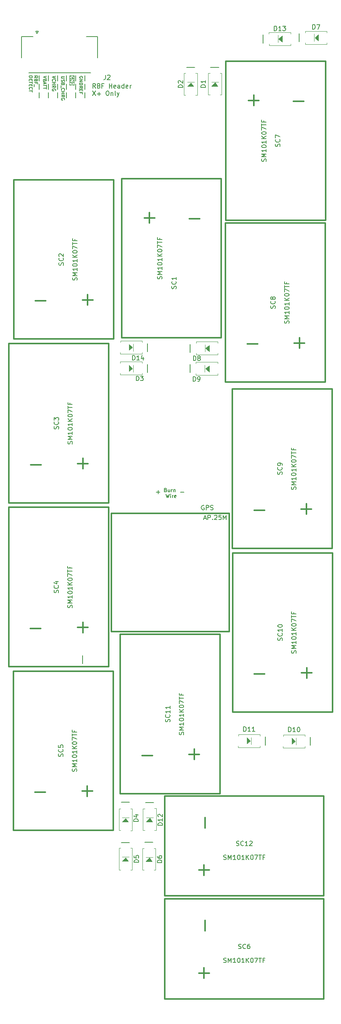
<source format=gto>
%TF.GenerationSoftware,KiCad,Pcbnew,9.0.1*%
%TF.CreationDate,2025-04-26T11:37:52-07:00*%
%TF.ProjectId,Stationary_X_Panel,53746174-696f-46e6-9172-795f585f5061,1.6*%
%TF.SameCoordinates,Original*%
%TF.FileFunction,Legend,Top*%
%TF.FilePolarity,Positive*%
%FSLAX46Y46*%
G04 Gerber Fmt 4.6, Leading zero omitted, Abs format (unit mm)*
G04 Created by KiCad (PCBNEW 9.0.1) date 2025-04-26 11:37:52*
%MOMM*%
%LPD*%
G01*
G04 APERTURE LIST*
%ADD10C,0.150000*%
%ADD11C,0.175000*%
%ADD12C,0.200000*%
%ADD13C,0.300000*%
%ADD14C,0.120000*%
%ADD15C,0.100000*%
%ADD16C,0.127000*%
%ADD17C,0.010000*%
%ADD18C,2.600000*%
%ADD19C,3.800000*%
%ADD20C,3.000000*%
%ADD21R,2.500000X1.700000*%
%ADD22R,1.700000X2.500000*%
G04 APERTURE END LIST*
D10*
X75170000Y-91210000D02*
X75170000Y-93010000D01*
X67100000Y-192030000D02*
X65300000Y-192030000D01*
X101635000Y-179420000D02*
X101635000Y-177620000D01*
X59985000Y-200805000D02*
X61785000Y-200805000D01*
X65740000Y-97410000D02*
X65740000Y-95610000D01*
X66950000Y-200700000D02*
X65150000Y-200700000D01*
X59950000Y-191950000D02*
X61750000Y-191950000D01*
X91710000Y-177545000D02*
X91710000Y-179345000D01*
X81450000Y-30350000D02*
X79650000Y-30350000D01*
X65770000Y-91060000D02*
X65770000Y-92860000D01*
X99200000Y-24700000D02*
X99200000Y-22900000D01*
X91250000Y-25000000D02*
X91250000Y-23200000D01*
X51410000Y-161470000D02*
X51410000Y-159670000D01*
X76150000Y-30400000D02*
X74350000Y-30400000D01*
X75100000Y-95640000D02*
X75100000Y-97440000D01*
D11*
X40801727Y-32671797D02*
X41135061Y-32438464D01*
X40801727Y-32271797D02*
X41501727Y-32271797D01*
X41501727Y-32271797D02*
X41501727Y-32538464D01*
X41501727Y-32538464D02*
X41468394Y-32605131D01*
X41468394Y-32605131D02*
X41435061Y-32638464D01*
X41435061Y-32638464D02*
X41368394Y-32671797D01*
X41368394Y-32671797D02*
X41268394Y-32671797D01*
X41268394Y-32671797D02*
X41201727Y-32638464D01*
X41201727Y-32638464D02*
X41168394Y-32605131D01*
X41168394Y-32605131D02*
X41135061Y-32538464D01*
X41135061Y-32538464D02*
X41135061Y-32271797D01*
X41168394Y-33205131D02*
X41135061Y-33305131D01*
X41135061Y-33305131D02*
X41101727Y-33338464D01*
X41101727Y-33338464D02*
X41035061Y-33371797D01*
X41035061Y-33371797D02*
X40935061Y-33371797D01*
X40935061Y-33371797D02*
X40868394Y-33338464D01*
X40868394Y-33338464D02*
X40835061Y-33305131D01*
X40835061Y-33305131D02*
X40801727Y-33238464D01*
X40801727Y-33238464D02*
X40801727Y-32971797D01*
X40801727Y-32971797D02*
X41501727Y-32971797D01*
X41501727Y-32971797D02*
X41501727Y-33205131D01*
X41501727Y-33205131D02*
X41468394Y-33271797D01*
X41468394Y-33271797D02*
X41435061Y-33305131D01*
X41435061Y-33305131D02*
X41368394Y-33338464D01*
X41368394Y-33338464D02*
X41301727Y-33338464D01*
X41301727Y-33338464D02*
X41235061Y-33305131D01*
X41235061Y-33305131D02*
X41201727Y-33271797D01*
X41201727Y-33271797D02*
X41168394Y-33205131D01*
X41168394Y-33205131D02*
X41168394Y-32971797D01*
X41168394Y-33905131D02*
X41168394Y-33671797D01*
X40801727Y-33671797D02*
X41501727Y-33671797D01*
X41501727Y-33671797D02*
X41501727Y-34005131D01*
X40735061Y-34105131D02*
X40735061Y-34638464D01*
X39674766Y-32271797D02*
X40374766Y-32271797D01*
X40374766Y-32271797D02*
X40374766Y-32438464D01*
X40374766Y-32438464D02*
X40341433Y-32538464D01*
X40341433Y-32538464D02*
X40274766Y-32605131D01*
X40274766Y-32605131D02*
X40208100Y-32638464D01*
X40208100Y-32638464D02*
X40074766Y-32671797D01*
X40074766Y-32671797D02*
X39974766Y-32671797D01*
X39974766Y-32671797D02*
X39841433Y-32638464D01*
X39841433Y-32638464D02*
X39774766Y-32605131D01*
X39774766Y-32605131D02*
X39708100Y-32538464D01*
X39708100Y-32538464D02*
X39674766Y-32438464D01*
X39674766Y-32438464D02*
X39674766Y-32271797D01*
X40041433Y-32971797D02*
X40041433Y-33205131D01*
X39674766Y-33305131D02*
X39674766Y-32971797D01*
X39674766Y-32971797D02*
X40374766Y-32971797D01*
X40374766Y-32971797D02*
X40374766Y-33305131D01*
X40374766Y-33505130D02*
X40374766Y-33905130D01*
X39674766Y-33705130D02*
X40374766Y-33705130D01*
X40041433Y-34138463D02*
X40041433Y-34371797D01*
X39674766Y-34471797D02*
X39674766Y-34138463D01*
X39674766Y-34138463D02*
X40374766Y-34138463D01*
X40374766Y-34138463D02*
X40374766Y-34471797D01*
X39741433Y-35171796D02*
X39708100Y-35138463D01*
X39708100Y-35138463D02*
X39674766Y-35038463D01*
X39674766Y-35038463D02*
X39674766Y-34971796D01*
X39674766Y-34971796D02*
X39708100Y-34871796D01*
X39708100Y-34871796D02*
X39774766Y-34805130D01*
X39774766Y-34805130D02*
X39841433Y-34771796D01*
X39841433Y-34771796D02*
X39974766Y-34738463D01*
X39974766Y-34738463D02*
X40074766Y-34738463D01*
X40074766Y-34738463D02*
X40208100Y-34771796D01*
X40208100Y-34771796D02*
X40274766Y-34805130D01*
X40274766Y-34805130D02*
X40341433Y-34871796D01*
X40341433Y-34871796D02*
X40374766Y-34971796D01*
X40374766Y-34971796D02*
X40374766Y-35038463D01*
X40374766Y-35038463D02*
X40341433Y-35138463D01*
X40341433Y-35138463D02*
X40308100Y-35171796D01*
X40374766Y-35371796D02*
X40374766Y-35771796D01*
X39674766Y-35571796D02*
X40374766Y-35571796D01*
D12*
X51899600Y-37021279D02*
X51899600Y-35878422D01*
X51899600Y-35164136D02*
X51899600Y-34021279D01*
X51899600Y-33306993D02*
X51899600Y-32164136D01*
X41899600Y-37021279D02*
X41899600Y-35878422D01*
X41899600Y-35164136D02*
X41899600Y-34021279D01*
X41899600Y-33306993D02*
X41899600Y-32164136D01*
D10*
X54268207Y-34944875D02*
X53934874Y-34468684D01*
X53696779Y-34944875D02*
X53696779Y-33944875D01*
X53696779Y-33944875D02*
X54077731Y-33944875D01*
X54077731Y-33944875D02*
X54172969Y-33992494D01*
X54172969Y-33992494D02*
X54220588Y-34040113D01*
X54220588Y-34040113D02*
X54268207Y-34135351D01*
X54268207Y-34135351D02*
X54268207Y-34278208D01*
X54268207Y-34278208D02*
X54220588Y-34373446D01*
X54220588Y-34373446D02*
X54172969Y-34421065D01*
X54172969Y-34421065D02*
X54077731Y-34468684D01*
X54077731Y-34468684D02*
X53696779Y-34468684D01*
X55030112Y-34421065D02*
X55172969Y-34468684D01*
X55172969Y-34468684D02*
X55220588Y-34516303D01*
X55220588Y-34516303D02*
X55268207Y-34611541D01*
X55268207Y-34611541D02*
X55268207Y-34754398D01*
X55268207Y-34754398D02*
X55220588Y-34849636D01*
X55220588Y-34849636D02*
X55172969Y-34897256D01*
X55172969Y-34897256D02*
X55077731Y-34944875D01*
X55077731Y-34944875D02*
X54696779Y-34944875D01*
X54696779Y-34944875D02*
X54696779Y-33944875D01*
X54696779Y-33944875D02*
X55030112Y-33944875D01*
X55030112Y-33944875D02*
X55125350Y-33992494D01*
X55125350Y-33992494D02*
X55172969Y-34040113D01*
X55172969Y-34040113D02*
X55220588Y-34135351D01*
X55220588Y-34135351D02*
X55220588Y-34230589D01*
X55220588Y-34230589D02*
X55172969Y-34325827D01*
X55172969Y-34325827D02*
X55125350Y-34373446D01*
X55125350Y-34373446D02*
X55030112Y-34421065D01*
X55030112Y-34421065D02*
X54696779Y-34421065D01*
X56030112Y-34421065D02*
X55696779Y-34421065D01*
X55696779Y-34944875D02*
X55696779Y-33944875D01*
X55696779Y-33944875D02*
X56172969Y-33944875D01*
X57315827Y-34944875D02*
X57315827Y-33944875D01*
X57315827Y-34421065D02*
X57887255Y-34421065D01*
X57887255Y-34944875D02*
X57887255Y-33944875D01*
X58744398Y-34897256D02*
X58649160Y-34944875D01*
X58649160Y-34944875D02*
X58458684Y-34944875D01*
X58458684Y-34944875D02*
X58363446Y-34897256D01*
X58363446Y-34897256D02*
X58315827Y-34802017D01*
X58315827Y-34802017D02*
X58315827Y-34421065D01*
X58315827Y-34421065D02*
X58363446Y-34325827D01*
X58363446Y-34325827D02*
X58458684Y-34278208D01*
X58458684Y-34278208D02*
X58649160Y-34278208D01*
X58649160Y-34278208D02*
X58744398Y-34325827D01*
X58744398Y-34325827D02*
X58792017Y-34421065D01*
X58792017Y-34421065D02*
X58792017Y-34516303D01*
X58792017Y-34516303D02*
X58315827Y-34611541D01*
X59649160Y-34944875D02*
X59649160Y-34421065D01*
X59649160Y-34421065D02*
X59601541Y-34325827D01*
X59601541Y-34325827D02*
X59506303Y-34278208D01*
X59506303Y-34278208D02*
X59315827Y-34278208D01*
X59315827Y-34278208D02*
X59220589Y-34325827D01*
X59649160Y-34897256D02*
X59553922Y-34944875D01*
X59553922Y-34944875D02*
X59315827Y-34944875D01*
X59315827Y-34944875D02*
X59220589Y-34897256D01*
X59220589Y-34897256D02*
X59172970Y-34802017D01*
X59172970Y-34802017D02*
X59172970Y-34706779D01*
X59172970Y-34706779D02*
X59220589Y-34611541D01*
X59220589Y-34611541D02*
X59315827Y-34563922D01*
X59315827Y-34563922D02*
X59553922Y-34563922D01*
X59553922Y-34563922D02*
X59649160Y-34516303D01*
X60553922Y-34944875D02*
X60553922Y-33944875D01*
X60553922Y-34897256D02*
X60458684Y-34944875D01*
X60458684Y-34944875D02*
X60268208Y-34944875D01*
X60268208Y-34944875D02*
X60172970Y-34897256D01*
X60172970Y-34897256D02*
X60125351Y-34849636D01*
X60125351Y-34849636D02*
X60077732Y-34754398D01*
X60077732Y-34754398D02*
X60077732Y-34468684D01*
X60077732Y-34468684D02*
X60125351Y-34373446D01*
X60125351Y-34373446D02*
X60172970Y-34325827D01*
X60172970Y-34325827D02*
X60268208Y-34278208D01*
X60268208Y-34278208D02*
X60458684Y-34278208D01*
X60458684Y-34278208D02*
X60553922Y-34325827D01*
X61411065Y-34897256D02*
X61315827Y-34944875D01*
X61315827Y-34944875D02*
X61125351Y-34944875D01*
X61125351Y-34944875D02*
X61030113Y-34897256D01*
X61030113Y-34897256D02*
X60982494Y-34802017D01*
X60982494Y-34802017D02*
X60982494Y-34421065D01*
X60982494Y-34421065D02*
X61030113Y-34325827D01*
X61030113Y-34325827D02*
X61125351Y-34278208D01*
X61125351Y-34278208D02*
X61315827Y-34278208D01*
X61315827Y-34278208D02*
X61411065Y-34325827D01*
X61411065Y-34325827D02*
X61458684Y-34421065D01*
X61458684Y-34421065D02*
X61458684Y-34516303D01*
X61458684Y-34516303D02*
X60982494Y-34611541D01*
X61887256Y-34944875D02*
X61887256Y-34278208D01*
X61887256Y-34468684D02*
X61934875Y-34373446D01*
X61934875Y-34373446D02*
X61982494Y-34325827D01*
X61982494Y-34325827D02*
X62077732Y-34278208D01*
X62077732Y-34278208D02*
X62172970Y-34278208D01*
X53601541Y-35554819D02*
X54268207Y-36554819D01*
X54268207Y-35554819D02*
X53601541Y-36554819D01*
X54649160Y-36173866D02*
X55411065Y-36173866D01*
X55030112Y-36554819D02*
X55030112Y-35792914D01*
X56839636Y-35554819D02*
X57030112Y-35554819D01*
X57030112Y-35554819D02*
X57125350Y-35602438D01*
X57125350Y-35602438D02*
X57220588Y-35697676D01*
X57220588Y-35697676D02*
X57268207Y-35888152D01*
X57268207Y-35888152D02*
X57268207Y-36221485D01*
X57268207Y-36221485D02*
X57220588Y-36411961D01*
X57220588Y-36411961D02*
X57125350Y-36507200D01*
X57125350Y-36507200D02*
X57030112Y-36554819D01*
X57030112Y-36554819D02*
X56839636Y-36554819D01*
X56839636Y-36554819D02*
X56744398Y-36507200D01*
X56744398Y-36507200D02*
X56649160Y-36411961D01*
X56649160Y-36411961D02*
X56601541Y-36221485D01*
X56601541Y-36221485D02*
X56601541Y-35888152D01*
X56601541Y-35888152D02*
X56649160Y-35697676D01*
X56649160Y-35697676D02*
X56744398Y-35602438D01*
X56744398Y-35602438D02*
X56839636Y-35554819D01*
X57696779Y-35888152D02*
X57696779Y-36554819D01*
X57696779Y-35983390D02*
X57744398Y-35935771D01*
X57744398Y-35935771D02*
X57839636Y-35888152D01*
X57839636Y-35888152D02*
X57982493Y-35888152D01*
X57982493Y-35888152D02*
X58077731Y-35935771D01*
X58077731Y-35935771D02*
X58125350Y-36031009D01*
X58125350Y-36031009D02*
X58125350Y-36554819D01*
X58744398Y-36554819D02*
X58649160Y-36507200D01*
X58649160Y-36507200D02*
X58601541Y-36411961D01*
X58601541Y-36411961D02*
X58601541Y-35554819D01*
X59030113Y-35888152D02*
X59268208Y-36554819D01*
X59506303Y-35888152D02*
X59268208Y-36554819D01*
X59268208Y-36554819D02*
X59172970Y-36792914D01*
X59172970Y-36792914D02*
X59125351Y-36840533D01*
X59125351Y-36840533D02*
X59030113Y-36888152D01*
X72999048Y-123793866D02*
X73760953Y-123793866D01*
D11*
X43459766Y-32276797D02*
X42759766Y-32510131D01*
X42759766Y-32510131D02*
X43459766Y-32743464D01*
X43126433Y-33210131D02*
X43093100Y-33310131D01*
X43093100Y-33310131D02*
X43059766Y-33343464D01*
X43059766Y-33343464D02*
X42993100Y-33376797D01*
X42993100Y-33376797D02*
X42893100Y-33376797D01*
X42893100Y-33376797D02*
X42826433Y-33343464D01*
X42826433Y-33343464D02*
X42793100Y-33310131D01*
X42793100Y-33310131D02*
X42759766Y-33243464D01*
X42759766Y-33243464D02*
X42759766Y-32976797D01*
X42759766Y-32976797D02*
X43459766Y-32976797D01*
X43459766Y-32976797D02*
X43459766Y-33210131D01*
X43459766Y-33210131D02*
X43426433Y-33276797D01*
X43426433Y-33276797D02*
X43393100Y-33310131D01*
X43393100Y-33310131D02*
X43326433Y-33343464D01*
X43326433Y-33343464D02*
X43259766Y-33343464D01*
X43259766Y-33343464D02*
X43193100Y-33310131D01*
X43193100Y-33310131D02*
X43159766Y-33276797D01*
X43159766Y-33276797D02*
X43126433Y-33210131D01*
X43126433Y-33210131D02*
X43126433Y-32976797D01*
X42959766Y-33643464D02*
X42959766Y-33976797D01*
X42759766Y-33576797D02*
X43459766Y-33810131D01*
X43459766Y-33810131D02*
X42759766Y-34043464D01*
X43459766Y-34176797D02*
X43459766Y-34576797D01*
X42759766Y-34376797D02*
X43459766Y-34376797D01*
X43459766Y-34710130D02*
X43459766Y-35110130D01*
X42759766Y-34910130D02*
X43459766Y-34910130D01*
X47459766Y-32376797D02*
X46893100Y-32376797D01*
X46893100Y-32376797D02*
X46826433Y-32410131D01*
X46826433Y-32410131D02*
X46793100Y-32443464D01*
X46793100Y-32443464D02*
X46759766Y-32510131D01*
X46759766Y-32510131D02*
X46759766Y-32643464D01*
X46759766Y-32643464D02*
X46793100Y-32710131D01*
X46793100Y-32710131D02*
X46826433Y-32743464D01*
X46826433Y-32743464D02*
X46893100Y-32776797D01*
X46893100Y-32776797D02*
X47459766Y-32776797D01*
X46793100Y-33076797D02*
X46759766Y-33176797D01*
X46759766Y-33176797D02*
X46759766Y-33343464D01*
X46759766Y-33343464D02*
X46793100Y-33410130D01*
X46793100Y-33410130D02*
X46826433Y-33443464D01*
X46826433Y-33443464D02*
X46893100Y-33476797D01*
X46893100Y-33476797D02*
X46959766Y-33476797D01*
X46959766Y-33476797D02*
X47026433Y-33443464D01*
X47026433Y-33443464D02*
X47059766Y-33410130D01*
X47059766Y-33410130D02*
X47093100Y-33343464D01*
X47093100Y-33343464D02*
X47126433Y-33210130D01*
X47126433Y-33210130D02*
X47159766Y-33143464D01*
X47159766Y-33143464D02*
X47193100Y-33110130D01*
X47193100Y-33110130D02*
X47259766Y-33076797D01*
X47259766Y-33076797D02*
X47326433Y-33076797D01*
X47326433Y-33076797D02*
X47393100Y-33110130D01*
X47393100Y-33110130D02*
X47426433Y-33143464D01*
X47426433Y-33143464D02*
X47459766Y-33210130D01*
X47459766Y-33210130D02*
X47459766Y-33376797D01*
X47459766Y-33376797D02*
X47426433Y-33476797D01*
X47126433Y-34010131D02*
X47093100Y-34110131D01*
X47093100Y-34110131D02*
X47059766Y-34143464D01*
X47059766Y-34143464D02*
X46993100Y-34176797D01*
X46993100Y-34176797D02*
X46893100Y-34176797D01*
X46893100Y-34176797D02*
X46826433Y-34143464D01*
X46826433Y-34143464D02*
X46793100Y-34110131D01*
X46793100Y-34110131D02*
X46759766Y-34043464D01*
X46759766Y-34043464D02*
X46759766Y-33776797D01*
X46759766Y-33776797D02*
X47459766Y-33776797D01*
X47459766Y-33776797D02*
X47459766Y-34010131D01*
X47459766Y-34010131D02*
X47426433Y-34076797D01*
X47426433Y-34076797D02*
X47393100Y-34110131D01*
X47393100Y-34110131D02*
X47326433Y-34143464D01*
X47326433Y-34143464D02*
X47259766Y-34143464D01*
X47259766Y-34143464D02*
X47193100Y-34110131D01*
X47193100Y-34110131D02*
X47159766Y-34076797D01*
X47159766Y-34076797D02*
X47126433Y-34010131D01*
X47126433Y-34010131D02*
X47126433Y-33776797D01*
X46693100Y-34310131D02*
X46693100Y-34843464D01*
X46826433Y-35410130D02*
X46793100Y-35376797D01*
X46793100Y-35376797D02*
X46759766Y-35276797D01*
X46759766Y-35276797D02*
X46759766Y-35210130D01*
X46759766Y-35210130D02*
X46793100Y-35110130D01*
X46793100Y-35110130D02*
X46859766Y-35043464D01*
X46859766Y-35043464D02*
X46926433Y-35010130D01*
X46926433Y-35010130D02*
X47059766Y-34976797D01*
X47059766Y-34976797D02*
X47159766Y-34976797D01*
X47159766Y-34976797D02*
X47293100Y-35010130D01*
X47293100Y-35010130D02*
X47359766Y-35043464D01*
X47359766Y-35043464D02*
X47426433Y-35110130D01*
X47426433Y-35110130D02*
X47459766Y-35210130D01*
X47459766Y-35210130D02*
X47459766Y-35276797D01*
X47459766Y-35276797D02*
X47426433Y-35376797D01*
X47426433Y-35376797D02*
X47393100Y-35410130D01*
X46759766Y-35710130D02*
X47459766Y-35710130D01*
X47126433Y-35710130D02*
X47126433Y-36110130D01*
X46759766Y-36110130D02*
X47459766Y-36110130D01*
X46759766Y-36843463D02*
X47093100Y-36610130D01*
X46759766Y-36443463D02*
X47459766Y-36443463D01*
X47459766Y-36443463D02*
X47459766Y-36710130D01*
X47459766Y-36710130D02*
X47426433Y-36776797D01*
X47426433Y-36776797D02*
X47393100Y-36810130D01*
X47393100Y-36810130D02*
X47326433Y-36843463D01*
X47326433Y-36843463D02*
X47226433Y-36843463D01*
X47226433Y-36843463D02*
X47159766Y-36810130D01*
X47159766Y-36810130D02*
X47126433Y-36776797D01*
X47126433Y-36776797D02*
X47093100Y-36710130D01*
X47093100Y-36710130D02*
X47093100Y-36443463D01*
X47426433Y-37510130D02*
X47459766Y-37443463D01*
X47459766Y-37443463D02*
X47459766Y-37343463D01*
X47459766Y-37343463D02*
X47426433Y-37243463D01*
X47426433Y-37243463D02*
X47359766Y-37176797D01*
X47359766Y-37176797D02*
X47293100Y-37143463D01*
X47293100Y-37143463D02*
X47159766Y-37110130D01*
X47159766Y-37110130D02*
X47059766Y-37110130D01*
X47059766Y-37110130D02*
X46926433Y-37143463D01*
X46926433Y-37143463D02*
X46859766Y-37176797D01*
X46859766Y-37176797D02*
X46793100Y-37243463D01*
X46793100Y-37243463D02*
X46759766Y-37343463D01*
X46759766Y-37343463D02*
X46759766Y-37410130D01*
X46759766Y-37410130D02*
X46793100Y-37510130D01*
X46793100Y-37510130D02*
X46826433Y-37543463D01*
X46826433Y-37543463D02*
X47059766Y-37543463D01*
X47059766Y-37543463D02*
X47059766Y-37410130D01*
D12*
X49899600Y-37021279D02*
X49899600Y-35878422D01*
X49899600Y-35164136D02*
X49899600Y-34021279D01*
X49899600Y-33306993D02*
X49899600Y-32164136D01*
D10*
X69745951Y-123274270D02*
X69860237Y-123312365D01*
X69860237Y-123312365D02*
X69898332Y-123350461D01*
X69898332Y-123350461D02*
X69936428Y-123426651D01*
X69936428Y-123426651D02*
X69936428Y-123540937D01*
X69936428Y-123540937D02*
X69898332Y-123617127D01*
X69898332Y-123617127D02*
X69860237Y-123655223D01*
X69860237Y-123655223D02*
X69784047Y-123693318D01*
X69784047Y-123693318D02*
X69479285Y-123693318D01*
X69479285Y-123693318D02*
X69479285Y-122893318D01*
X69479285Y-122893318D02*
X69745951Y-122893318D01*
X69745951Y-122893318D02*
X69822142Y-122931413D01*
X69822142Y-122931413D02*
X69860237Y-122969508D01*
X69860237Y-122969508D02*
X69898332Y-123045699D01*
X69898332Y-123045699D02*
X69898332Y-123121889D01*
X69898332Y-123121889D02*
X69860237Y-123198080D01*
X69860237Y-123198080D02*
X69822142Y-123236175D01*
X69822142Y-123236175D02*
X69745951Y-123274270D01*
X69745951Y-123274270D02*
X69479285Y-123274270D01*
X70622142Y-123159984D02*
X70622142Y-123693318D01*
X70279285Y-123159984D02*
X70279285Y-123579032D01*
X70279285Y-123579032D02*
X70317380Y-123655223D01*
X70317380Y-123655223D02*
X70393570Y-123693318D01*
X70393570Y-123693318D02*
X70507856Y-123693318D01*
X70507856Y-123693318D02*
X70584047Y-123655223D01*
X70584047Y-123655223D02*
X70622142Y-123617127D01*
X71003095Y-123693318D02*
X71003095Y-123159984D01*
X71003095Y-123312365D02*
X71041190Y-123236175D01*
X71041190Y-123236175D02*
X71079285Y-123198080D01*
X71079285Y-123198080D02*
X71155476Y-123159984D01*
X71155476Y-123159984D02*
X71231666Y-123159984D01*
X71498333Y-123159984D02*
X71498333Y-123693318D01*
X71498333Y-123236175D02*
X71536428Y-123198080D01*
X71536428Y-123198080D02*
X71612618Y-123159984D01*
X71612618Y-123159984D02*
X71726904Y-123159984D01*
X71726904Y-123159984D02*
X71803095Y-123198080D01*
X71803095Y-123198080D02*
X71841190Y-123274270D01*
X71841190Y-123274270D02*
X71841190Y-123693318D01*
X69841190Y-124181273D02*
X70031666Y-124981273D01*
X70031666Y-124981273D02*
X70184047Y-124409844D01*
X70184047Y-124409844D02*
X70336428Y-124981273D01*
X70336428Y-124981273D02*
X70526905Y-124181273D01*
X70831667Y-124981273D02*
X70831667Y-124447939D01*
X70831667Y-124181273D02*
X70793571Y-124219368D01*
X70793571Y-124219368D02*
X70831667Y-124257463D01*
X70831667Y-124257463D02*
X70869762Y-124219368D01*
X70869762Y-124219368D02*
X70831667Y-124181273D01*
X70831667Y-124181273D02*
X70831667Y-124257463D01*
X71212619Y-124981273D02*
X71212619Y-124447939D01*
X71212619Y-124600320D02*
X71250714Y-124524130D01*
X71250714Y-124524130D02*
X71288809Y-124486035D01*
X71288809Y-124486035D02*
X71365000Y-124447939D01*
X71365000Y-124447939D02*
X71441190Y-124447939D01*
X72012619Y-124943178D02*
X71936428Y-124981273D01*
X71936428Y-124981273D02*
X71784047Y-124981273D01*
X71784047Y-124981273D02*
X71707857Y-124943178D01*
X71707857Y-124943178D02*
X71669761Y-124866987D01*
X71669761Y-124866987D02*
X71669761Y-124562225D01*
X71669761Y-124562225D02*
X71707857Y-124486035D01*
X71707857Y-124486035D02*
X71784047Y-124447939D01*
X71784047Y-124447939D02*
X71936428Y-124447939D01*
X71936428Y-124447939D02*
X72012619Y-124486035D01*
X72012619Y-124486035D02*
X72050714Y-124562225D01*
X72050714Y-124562225D02*
X72050714Y-124638416D01*
X72050714Y-124638416D02*
X71669761Y-124714606D01*
X78165000Y-129514104D02*
X78641190Y-129514104D01*
X78069762Y-129799819D02*
X78403095Y-128799819D01*
X78403095Y-128799819D02*
X78736428Y-129799819D01*
X79069762Y-129799819D02*
X79069762Y-128799819D01*
X79069762Y-128799819D02*
X79450714Y-128799819D01*
X79450714Y-128799819D02*
X79545952Y-128847438D01*
X79545952Y-128847438D02*
X79593571Y-128895057D01*
X79593571Y-128895057D02*
X79641190Y-128990295D01*
X79641190Y-128990295D02*
X79641190Y-129133152D01*
X79641190Y-129133152D02*
X79593571Y-129228390D01*
X79593571Y-129228390D02*
X79545952Y-129276009D01*
X79545952Y-129276009D02*
X79450714Y-129323628D01*
X79450714Y-129323628D02*
X79069762Y-129323628D01*
X80069762Y-129704580D02*
X80117381Y-129752200D01*
X80117381Y-129752200D02*
X80069762Y-129799819D01*
X80069762Y-129799819D02*
X80022143Y-129752200D01*
X80022143Y-129752200D02*
X80069762Y-129704580D01*
X80069762Y-129704580D02*
X80069762Y-129799819D01*
X80498333Y-128895057D02*
X80545952Y-128847438D01*
X80545952Y-128847438D02*
X80641190Y-128799819D01*
X80641190Y-128799819D02*
X80879285Y-128799819D01*
X80879285Y-128799819D02*
X80974523Y-128847438D01*
X80974523Y-128847438D02*
X81022142Y-128895057D01*
X81022142Y-128895057D02*
X81069761Y-128990295D01*
X81069761Y-128990295D02*
X81069761Y-129085533D01*
X81069761Y-129085533D02*
X81022142Y-129228390D01*
X81022142Y-129228390D02*
X80450714Y-129799819D01*
X80450714Y-129799819D02*
X81069761Y-129799819D01*
X81974523Y-128799819D02*
X81498333Y-128799819D01*
X81498333Y-128799819D02*
X81450714Y-129276009D01*
X81450714Y-129276009D02*
X81498333Y-129228390D01*
X81498333Y-129228390D02*
X81593571Y-129180771D01*
X81593571Y-129180771D02*
X81831666Y-129180771D01*
X81831666Y-129180771D02*
X81926904Y-129228390D01*
X81926904Y-129228390D02*
X81974523Y-129276009D01*
X81974523Y-129276009D02*
X82022142Y-129371247D01*
X82022142Y-129371247D02*
X82022142Y-129609342D01*
X82022142Y-129609342D02*
X81974523Y-129704580D01*
X81974523Y-129704580D02*
X81926904Y-129752200D01*
X81926904Y-129752200D02*
X81831666Y-129799819D01*
X81831666Y-129799819D02*
X81593571Y-129799819D01*
X81593571Y-129799819D02*
X81498333Y-129752200D01*
X81498333Y-129752200D02*
X81450714Y-129704580D01*
X82450714Y-129799819D02*
X82450714Y-128799819D01*
X82450714Y-128799819D02*
X82784047Y-129514104D01*
X82784047Y-129514104D02*
X83117380Y-128799819D01*
X83117380Y-128799819D02*
X83117380Y-129799819D01*
D12*
X43899600Y-37021279D02*
X43899600Y-35878422D01*
X43899600Y-35164136D02*
X43899600Y-34021279D01*
X43899600Y-33306993D02*
X43899600Y-32164136D01*
X45899600Y-37021279D02*
X45899600Y-35878422D01*
X45899600Y-35164136D02*
X45899600Y-34021279D01*
X45899600Y-33306993D02*
X45899600Y-32164136D01*
D10*
X78200714Y-126697438D02*
X78105476Y-126649819D01*
X78105476Y-126649819D02*
X77962619Y-126649819D01*
X77962619Y-126649819D02*
X77819762Y-126697438D01*
X77819762Y-126697438D02*
X77724524Y-126792676D01*
X77724524Y-126792676D02*
X77676905Y-126887914D01*
X77676905Y-126887914D02*
X77629286Y-127078390D01*
X77629286Y-127078390D02*
X77629286Y-127221247D01*
X77629286Y-127221247D02*
X77676905Y-127411723D01*
X77676905Y-127411723D02*
X77724524Y-127506961D01*
X77724524Y-127506961D02*
X77819762Y-127602200D01*
X77819762Y-127602200D02*
X77962619Y-127649819D01*
X77962619Y-127649819D02*
X78057857Y-127649819D01*
X78057857Y-127649819D02*
X78200714Y-127602200D01*
X78200714Y-127602200D02*
X78248333Y-127554580D01*
X78248333Y-127554580D02*
X78248333Y-127221247D01*
X78248333Y-127221247D02*
X78057857Y-127221247D01*
X78676905Y-127649819D02*
X78676905Y-126649819D01*
X78676905Y-126649819D02*
X79057857Y-126649819D01*
X79057857Y-126649819D02*
X79153095Y-126697438D01*
X79153095Y-126697438D02*
X79200714Y-126745057D01*
X79200714Y-126745057D02*
X79248333Y-126840295D01*
X79248333Y-126840295D02*
X79248333Y-126983152D01*
X79248333Y-126983152D02*
X79200714Y-127078390D01*
X79200714Y-127078390D02*
X79153095Y-127126009D01*
X79153095Y-127126009D02*
X79057857Y-127173628D01*
X79057857Y-127173628D02*
X78676905Y-127173628D01*
X79629286Y-127602200D02*
X79772143Y-127649819D01*
X79772143Y-127649819D02*
X80010238Y-127649819D01*
X80010238Y-127649819D02*
X80105476Y-127602200D01*
X80105476Y-127602200D02*
X80153095Y-127554580D01*
X80153095Y-127554580D02*
X80200714Y-127459342D01*
X80200714Y-127459342D02*
X80200714Y-127364104D01*
X80200714Y-127364104D02*
X80153095Y-127268866D01*
X80153095Y-127268866D02*
X80105476Y-127221247D01*
X80105476Y-127221247D02*
X80010238Y-127173628D01*
X80010238Y-127173628D02*
X79819762Y-127126009D01*
X79819762Y-127126009D02*
X79724524Y-127078390D01*
X79724524Y-127078390D02*
X79676905Y-127030771D01*
X79676905Y-127030771D02*
X79629286Y-126935533D01*
X79629286Y-126935533D02*
X79629286Y-126840295D01*
X79629286Y-126840295D02*
X79676905Y-126745057D01*
X79676905Y-126745057D02*
X79724524Y-126697438D01*
X79724524Y-126697438D02*
X79819762Y-126649819D01*
X79819762Y-126649819D02*
X80057857Y-126649819D01*
X80057857Y-126649819D02*
X80200714Y-126697438D01*
D11*
G36*
X49372266Y-33962597D02*
G01*
X49349954Y-34029531D01*
X49307933Y-34071553D01*
X49262560Y-34094239D01*
X49148992Y-34122630D01*
X49070539Y-34122630D01*
X48956972Y-34094238D01*
X48911596Y-34071550D01*
X48869577Y-34029531D01*
X48847266Y-33962597D01*
X48847266Y-33897630D01*
X49372266Y-33897630D01*
X49372266Y-33962597D01*
G37*
G36*
X49634766Y-34385130D02*
G01*
X48584766Y-34385130D01*
X48584766Y-33810130D01*
X48672266Y-33810130D01*
X48672266Y-33976797D01*
X48673116Y-33985436D01*
X48672953Y-33987742D01*
X48673642Y-33990773D01*
X48673947Y-33993867D01*
X48674831Y-33996001D01*
X48676756Y-34004467D01*
X48710090Y-34104467D01*
X48717083Y-34120129D01*
X48719142Y-34122503D01*
X48720346Y-34125409D01*
X48731228Y-34138668D01*
X48797894Y-34205336D01*
X48804604Y-34210843D01*
X48806119Y-34212589D01*
X48808751Y-34214246D01*
X48811153Y-34216217D01*
X48813285Y-34217100D01*
X48820635Y-34221727D01*
X48887303Y-34255060D01*
X48888550Y-34255537D01*
X48889059Y-34255914D01*
X48896231Y-34258476D01*
X48903322Y-34261190D01*
X48903950Y-34261234D01*
X48905211Y-34261685D01*
X49038544Y-34295017D01*
X49041502Y-34295454D01*
X49042696Y-34295949D01*
X49049123Y-34296581D01*
X49055512Y-34297527D01*
X49056789Y-34297336D01*
X49059766Y-34297630D01*
X49159766Y-34297630D01*
X49162742Y-34297336D01*
X49164020Y-34297527D01*
X49170416Y-34296581D01*
X49176836Y-34295949D01*
X49178026Y-34295455D01*
X49180988Y-34295018D01*
X49314321Y-34261685D01*
X49315580Y-34261234D01*
X49316212Y-34261190D01*
X49323304Y-34258475D01*
X49330474Y-34255914D01*
X49330983Y-34255536D01*
X49332231Y-34255059D01*
X49398897Y-34221726D01*
X49406240Y-34217103D01*
X49408379Y-34216218D01*
X49410785Y-34214242D01*
X49413413Y-34212589D01*
X49414925Y-34210845D01*
X49421638Y-34205336D01*
X49488305Y-34138669D01*
X49499186Y-34125410D01*
X49500389Y-34122505D01*
X49502450Y-34120129D01*
X49509443Y-34104467D01*
X49542776Y-34004467D01*
X49544700Y-33996001D01*
X49545585Y-33993867D01*
X49545889Y-33990772D01*
X49546579Y-33987741D01*
X49546415Y-33985436D01*
X49547266Y-33976797D01*
X49547266Y-33810130D01*
X49545585Y-33793060D01*
X49532520Y-33761518D01*
X49508378Y-33737376D01*
X49476836Y-33724311D01*
X49459766Y-33722630D01*
X48759766Y-33722630D01*
X48742696Y-33724311D01*
X48711154Y-33737376D01*
X48687012Y-33761518D01*
X48673947Y-33793060D01*
X48672266Y-33810130D01*
X48584766Y-33810130D01*
X48584766Y-33470686D01*
X48672480Y-33470686D01*
X48673947Y-33482227D01*
X48673947Y-33493867D01*
X48676081Y-33499020D01*
X48676785Y-33504554D01*
X48682559Y-33514659D01*
X48687012Y-33525409D01*
X48690955Y-33529352D01*
X48693723Y-33534196D01*
X48702926Y-33541323D01*
X48711154Y-33549551D01*
X48716306Y-33551685D01*
X48720716Y-33555100D01*
X48731941Y-33558161D01*
X48742696Y-33562616D01*
X48751429Y-33563476D01*
X48753655Y-33564083D01*
X48755374Y-33563864D01*
X48759766Y-33564297D01*
X49459766Y-33564297D01*
X49476836Y-33562616D01*
X49508378Y-33549551D01*
X49532520Y-33525409D01*
X49545585Y-33493867D01*
X49545585Y-33459727D01*
X49532520Y-33428185D01*
X49508378Y-33404043D01*
X49476836Y-33390978D01*
X49459766Y-33389297D01*
X49089252Y-33389297D01*
X49503178Y-33152768D01*
X49506774Y-33150215D01*
X49508378Y-33149551D01*
X49510011Y-33147917D01*
X49517165Y-33142840D01*
X49524292Y-33133636D01*
X49532520Y-33125409D01*
X49534654Y-33120256D01*
X49538069Y-33115847D01*
X49541131Y-33104619D01*
X49545585Y-33093867D01*
X49545585Y-33088290D01*
X49547053Y-33082908D01*
X49545585Y-33071361D01*
X49545585Y-33059727D01*
X49543450Y-33054574D01*
X49542747Y-33049040D01*
X49536972Y-33038934D01*
X49532520Y-33028185D01*
X49528576Y-33024241D01*
X49525809Y-33019398D01*
X49516605Y-33012270D01*
X49508378Y-33004043D01*
X49503225Y-33001908D01*
X49498816Y-32998494D01*
X49487588Y-32995431D01*
X49476836Y-32990978D01*
X49468107Y-32990118D01*
X49465877Y-32989510D01*
X49464153Y-32989729D01*
X49459766Y-32989297D01*
X48759766Y-32989297D01*
X48742696Y-32990978D01*
X48711154Y-33004043D01*
X48687012Y-33028185D01*
X48673947Y-33059727D01*
X48673947Y-33093867D01*
X48687012Y-33125409D01*
X48711154Y-33149551D01*
X48742696Y-33162616D01*
X48759766Y-33164297D01*
X49130280Y-33164297D01*
X48716354Y-33400826D01*
X48712757Y-33403378D01*
X48711154Y-33404043D01*
X48709520Y-33405676D01*
X48702367Y-33410754D01*
X48695239Y-33419957D01*
X48687012Y-33428185D01*
X48684877Y-33433337D01*
X48681463Y-33437747D01*
X48678401Y-33448972D01*
X48673947Y-33459727D01*
X48673947Y-33465306D01*
X48672480Y-33470686D01*
X48584766Y-33470686D01*
X48584766Y-32576797D01*
X48672266Y-32576797D01*
X48672266Y-32643464D01*
X48673116Y-32652103D01*
X48672953Y-32654409D01*
X48673642Y-32657440D01*
X48673947Y-32660534D01*
X48674831Y-32662668D01*
X48676756Y-32671134D01*
X48710090Y-32771134D01*
X48717083Y-32786796D01*
X48719141Y-32789169D01*
X48720346Y-32792077D01*
X48731228Y-32805336D01*
X48764561Y-32838669D01*
X48777820Y-32849551D01*
X48809362Y-32862616D01*
X48809363Y-32862616D01*
X48826433Y-32864297D01*
X49059766Y-32864297D01*
X49076836Y-32862616D01*
X49108378Y-32849551D01*
X49132520Y-32825409D01*
X49145585Y-32793867D01*
X49147266Y-32776797D01*
X49147266Y-32643464D01*
X49145585Y-32626394D01*
X49132520Y-32594852D01*
X49108378Y-32570710D01*
X49076836Y-32557645D01*
X49042696Y-32557645D01*
X49011154Y-32570710D01*
X48987012Y-32594852D01*
X48973947Y-32626394D01*
X48972266Y-32643464D01*
X48972266Y-32689297D01*
X48867277Y-32689297D01*
X48847266Y-32629264D01*
X48847266Y-32590997D01*
X48869577Y-32524064D01*
X48911598Y-32482042D01*
X48956969Y-32459356D01*
X49070539Y-32430964D01*
X49148992Y-32430964D01*
X49262557Y-32459354D01*
X49307935Y-32482043D01*
X49349954Y-32524062D01*
X49372266Y-32590996D01*
X49372266Y-32656140D01*
X49348170Y-32704333D01*
X49342040Y-32720353D01*
X49339620Y-32754408D01*
X49350417Y-32786798D01*
X49372786Y-32812589D01*
X49403322Y-32827857D01*
X49437377Y-32830277D01*
X49469767Y-32819480D01*
X49495558Y-32797111D01*
X49504696Y-32782595D01*
X49538029Y-32715927D01*
X49544159Y-32699908D01*
X49544381Y-32696771D01*
X49545585Y-32693867D01*
X49547266Y-32676797D01*
X49547266Y-32576797D01*
X49546415Y-32568157D01*
X49546579Y-32565853D01*
X49545889Y-32562821D01*
X49545585Y-32559727D01*
X49544700Y-32557592D01*
X49542776Y-32549127D01*
X49509443Y-32449127D01*
X49502450Y-32433465D01*
X49500389Y-32431089D01*
X49499186Y-32428184D01*
X49488305Y-32414925D01*
X49421637Y-32348259D01*
X49414928Y-32342752D01*
X49413414Y-32341007D01*
X49410782Y-32339350D01*
X49408378Y-32337377D01*
X49406242Y-32336492D01*
X49398898Y-32331869D01*
X49332232Y-32298535D01*
X49330982Y-32298056D01*
X49330474Y-32297680D01*
X49323319Y-32295124D01*
X49316213Y-32292404D01*
X49315580Y-32292359D01*
X49314321Y-32291909D01*
X49180988Y-32258576D01*
X49178026Y-32258138D01*
X49176836Y-32257645D01*
X49170416Y-32257012D01*
X49164020Y-32256067D01*
X49162742Y-32256257D01*
X49159766Y-32255964D01*
X49059766Y-32255964D01*
X49056789Y-32256257D01*
X49055512Y-32256067D01*
X49049123Y-32257012D01*
X49042696Y-32257645D01*
X49041502Y-32258139D01*
X49038544Y-32258577D01*
X48905211Y-32291909D01*
X48903950Y-32292359D01*
X48903321Y-32292404D01*
X48896227Y-32295118D01*
X48889059Y-32297680D01*
X48888550Y-32298056D01*
X48887301Y-32298535D01*
X48820634Y-32331869D01*
X48813289Y-32336492D01*
X48811153Y-32337377D01*
X48808749Y-32339349D01*
X48806118Y-32341006D01*
X48804603Y-32342752D01*
X48797894Y-32348259D01*
X48731228Y-32414925D01*
X48720346Y-32428184D01*
X48719141Y-32431091D01*
X48717083Y-32433465D01*
X48710090Y-32449127D01*
X48676756Y-32549127D01*
X48674831Y-32557592D01*
X48673947Y-32559727D01*
X48673642Y-32562820D01*
X48672953Y-32565852D01*
X48673116Y-32568157D01*
X48672266Y-32576797D01*
X48584766Y-32576797D01*
X48584766Y-32168464D01*
X49634766Y-32168464D01*
X49634766Y-34385130D01*
G37*
D10*
X67724048Y-123743866D02*
X68485953Y-123743866D01*
X68105000Y-124124819D02*
X68105000Y-123362914D01*
D11*
X51426433Y-32743464D02*
X51459766Y-32676797D01*
X51459766Y-32676797D02*
X51459766Y-32576797D01*
X51459766Y-32576797D02*
X51426433Y-32476797D01*
X51426433Y-32476797D02*
X51359766Y-32410131D01*
X51359766Y-32410131D02*
X51293100Y-32376797D01*
X51293100Y-32376797D02*
X51159766Y-32343464D01*
X51159766Y-32343464D02*
X51059766Y-32343464D01*
X51059766Y-32343464D02*
X50926433Y-32376797D01*
X50926433Y-32376797D02*
X50859766Y-32410131D01*
X50859766Y-32410131D02*
X50793100Y-32476797D01*
X50793100Y-32476797D02*
X50759766Y-32576797D01*
X50759766Y-32576797D02*
X50759766Y-32643464D01*
X50759766Y-32643464D02*
X50793100Y-32743464D01*
X50793100Y-32743464D02*
X50826433Y-32776797D01*
X50826433Y-32776797D02*
X51059766Y-32776797D01*
X51059766Y-32776797D02*
X51059766Y-32643464D01*
X50759766Y-33076797D02*
X51459766Y-33076797D01*
X51459766Y-33076797D02*
X50759766Y-33476797D01*
X50759766Y-33476797D02*
X51459766Y-33476797D01*
X50759766Y-33810130D02*
X51459766Y-33810130D01*
X51459766Y-33810130D02*
X51459766Y-33976797D01*
X51459766Y-33976797D02*
X51426433Y-34076797D01*
X51426433Y-34076797D02*
X51359766Y-34143464D01*
X51359766Y-34143464D02*
X51293100Y-34176797D01*
X51293100Y-34176797D02*
X51159766Y-34210130D01*
X51159766Y-34210130D02*
X51059766Y-34210130D01*
X51059766Y-34210130D02*
X50926433Y-34176797D01*
X50926433Y-34176797D02*
X50859766Y-34143464D01*
X50859766Y-34143464D02*
X50793100Y-34076797D01*
X50793100Y-34076797D02*
X50759766Y-33976797D01*
X50759766Y-33976797D02*
X50759766Y-33810130D01*
X50759766Y-34910130D02*
X51093100Y-34676797D01*
X50759766Y-34510130D02*
X51459766Y-34510130D01*
X51459766Y-34510130D02*
X51459766Y-34776797D01*
X51459766Y-34776797D02*
X51426433Y-34843464D01*
X51426433Y-34843464D02*
X51393100Y-34876797D01*
X51393100Y-34876797D02*
X51326433Y-34910130D01*
X51326433Y-34910130D02*
X51226433Y-34910130D01*
X51226433Y-34910130D02*
X51159766Y-34876797D01*
X51159766Y-34876797D02*
X51126433Y-34843464D01*
X51126433Y-34843464D02*
X51093100Y-34776797D01*
X51093100Y-34776797D02*
X51093100Y-34510130D01*
X51126433Y-35210130D02*
X51126433Y-35443464D01*
X50759766Y-35543464D02*
X50759766Y-35210130D01*
X50759766Y-35210130D02*
X51459766Y-35210130D01*
X51459766Y-35210130D02*
X51459766Y-35543464D01*
X51126433Y-36076797D02*
X51126433Y-35843463D01*
X50759766Y-35843463D02*
X51459766Y-35843463D01*
X51459766Y-35843463D02*
X51459766Y-36176797D01*
D12*
X47899600Y-37021279D02*
X47899600Y-35878422D01*
X47899600Y-35164136D02*
X47899600Y-34021279D01*
X47899600Y-33306993D02*
X47899600Y-32164136D01*
D11*
X45459766Y-32276797D02*
X44759766Y-32510131D01*
X44759766Y-32510131D02*
X45459766Y-32743464D01*
X44826433Y-33376797D02*
X44793100Y-33343464D01*
X44793100Y-33343464D02*
X44759766Y-33243464D01*
X44759766Y-33243464D02*
X44759766Y-33176797D01*
X44759766Y-33176797D02*
X44793100Y-33076797D01*
X44793100Y-33076797D02*
X44859766Y-33010131D01*
X44859766Y-33010131D02*
X44926433Y-32976797D01*
X44926433Y-32976797D02*
X45059766Y-32943464D01*
X45059766Y-32943464D02*
X45159766Y-32943464D01*
X45159766Y-32943464D02*
X45293100Y-32976797D01*
X45293100Y-32976797D02*
X45359766Y-33010131D01*
X45359766Y-33010131D02*
X45426433Y-33076797D01*
X45426433Y-33076797D02*
X45459766Y-33176797D01*
X45459766Y-33176797D02*
X45459766Y-33243464D01*
X45459766Y-33243464D02*
X45426433Y-33343464D01*
X45426433Y-33343464D02*
X45393100Y-33376797D01*
X44759766Y-33676797D02*
X45459766Y-33676797D01*
X45126433Y-33676797D02*
X45126433Y-34076797D01*
X44759766Y-34076797D02*
X45459766Y-34076797D01*
X44759766Y-34810130D02*
X45093100Y-34576797D01*
X44759766Y-34410130D02*
X45459766Y-34410130D01*
X45459766Y-34410130D02*
X45459766Y-34676797D01*
X45459766Y-34676797D02*
X45426433Y-34743464D01*
X45426433Y-34743464D02*
X45393100Y-34776797D01*
X45393100Y-34776797D02*
X45326433Y-34810130D01*
X45326433Y-34810130D02*
X45226433Y-34810130D01*
X45226433Y-34810130D02*
X45159766Y-34776797D01*
X45159766Y-34776797D02*
X45126433Y-34743464D01*
X45126433Y-34743464D02*
X45093100Y-34676797D01*
X45093100Y-34676797D02*
X45093100Y-34410130D01*
X45426433Y-35476797D02*
X45459766Y-35410130D01*
X45459766Y-35410130D02*
X45459766Y-35310130D01*
X45459766Y-35310130D02*
X45426433Y-35210130D01*
X45426433Y-35210130D02*
X45359766Y-35143464D01*
X45359766Y-35143464D02*
X45293100Y-35110130D01*
X45293100Y-35110130D02*
X45159766Y-35076797D01*
X45159766Y-35076797D02*
X45059766Y-35076797D01*
X45059766Y-35076797D02*
X44926433Y-35110130D01*
X44926433Y-35110130D02*
X44859766Y-35143464D01*
X44859766Y-35143464D02*
X44793100Y-35210130D01*
X44793100Y-35210130D02*
X44759766Y-35310130D01*
X44759766Y-35310130D02*
X44759766Y-35376797D01*
X44759766Y-35376797D02*
X44793100Y-35476797D01*
X44793100Y-35476797D02*
X44826433Y-35510130D01*
X44826433Y-35510130D02*
X45059766Y-35510130D01*
X45059766Y-35510130D02*
X45059766Y-35376797D01*
D10*
X93857200Y-83331904D02*
X93904819Y-83189047D01*
X93904819Y-83189047D02*
X93904819Y-82950952D01*
X93904819Y-82950952D02*
X93857200Y-82855714D01*
X93857200Y-82855714D02*
X93809580Y-82808095D01*
X93809580Y-82808095D02*
X93714342Y-82760476D01*
X93714342Y-82760476D02*
X93619104Y-82760476D01*
X93619104Y-82760476D02*
X93523866Y-82808095D01*
X93523866Y-82808095D02*
X93476247Y-82855714D01*
X93476247Y-82855714D02*
X93428628Y-82950952D01*
X93428628Y-82950952D02*
X93381009Y-83141428D01*
X93381009Y-83141428D02*
X93333390Y-83236666D01*
X93333390Y-83236666D02*
X93285771Y-83284285D01*
X93285771Y-83284285D02*
X93190533Y-83331904D01*
X93190533Y-83331904D02*
X93095295Y-83331904D01*
X93095295Y-83331904D02*
X93000057Y-83284285D01*
X93000057Y-83284285D02*
X92952438Y-83236666D01*
X92952438Y-83236666D02*
X92904819Y-83141428D01*
X92904819Y-83141428D02*
X92904819Y-82903333D01*
X92904819Y-82903333D02*
X92952438Y-82760476D01*
X93809580Y-81760476D02*
X93857200Y-81808095D01*
X93857200Y-81808095D02*
X93904819Y-81950952D01*
X93904819Y-81950952D02*
X93904819Y-82046190D01*
X93904819Y-82046190D02*
X93857200Y-82189047D01*
X93857200Y-82189047D02*
X93761961Y-82284285D01*
X93761961Y-82284285D02*
X93666723Y-82331904D01*
X93666723Y-82331904D02*
X93476247Y-82379523D01*
X93476247Y-82379523D02*
X93333390Y-82379523D01*
X93333390Y-82379523D02*
X93142914Y-82331904D01*
X93142914Y-82331904D02*
X93047676Y-82284285D01*
X93047676Y-82284285D02*
X92952438Y-82189047D01*
X92952438Y-82189047D02*
X92904819Y-82046190D01*
X92904819Y-82046190D02*
X92904819Y-81950952D01*
X92904819Y-81950952D02*
X92952438Y-81808095D01*
X92952438Y-81808095D02*
X93000057Y-81760476D01*
X93333390Y-81189047D02*
X93285771Y-81284285D01*
X93285771Y-81284285D02*
X93238152Y-81331904D01*
X93238152Y-81331904D02*
X93142914Y-81379523D01*
X93142914Y-81379523D02*
X93095295Y-81379523D01*
X93095295Y-81379523D02*
X93000057Y-81331904D01*
X93000057Y-81331904D02*
X92952438Y-81284285D01*
X92952438Y-81284285D02*
X92904819Y-81189047D01*
X92904819Y-81189047D02*
X92904819Y-80998571D01*
X92904819Y-80998571D02*
X92952438Y-80903333D01*
X92952438Y-80903333D02*
X93000057Y-80855714D01*
X93000057Y-80855714D02*
X93095295Y-80808095D01*
X93095295Y-80808095D02*
X93142914Y-80808095D01*
X93142914Y-80808095D02*
X93238152Y-80855714D01*
X93238152Y-80855714D02*
X93285771Y-80903333D01*
X93285771Y-80903333D02*
X93333390Y-80998571D01*
X93333390Y-80998571D02*
X93333390Y-81189047D01*
X93333390Y-81189047D02*
X93381009Y-81284285D01*
X93381009Y-81284285D02*
X93428628Y-81331904D01*
X93428628Y-81331904D02*
X93523866Y-81379523D01*
X93523866Y-81379523D02*
X93714342Y-81379523D01*
X93714342Y-81379523D02*
X93809580Y-81331904D01*
X93809580Y-81331904D02*
X93857200Y-81284285D01*
X93857200Y-81284285D02*
X93904819Y-81189047D01*
X93904819Y-81189047D02*
X93904819Y-80998571D01*
X93904819Y-80998571D02*
X93857200Y-80903333D01*
X93857200Y-80903333D02*
X93809580Y-80855714D01*
X93809580Y-80855714D02*
X93714342Y-80808095D01*
X93714342Y-80808095D02*
X93523866Y-80808095D01*
X93523866Y-80808095D02*
X93428628Y-80855714D01*
X93428628Y-80855714D02*
X93381009Y-80903333D01*
X93381009Y-80903333D02*
X93333390Y-80998571D01*
X96897200Y-86617618D02*
X96944819Y-86474761D01*
X96944819Y-86474761D02*
X96944819Y-86236666D01*
X96944819Y-86236666D02*
X96897200Y-86141428D01*
X96897200Y-86141428D02*
X96849580Y-86093809D01*
X96849580Y-86093809D02*
X96754342Y-86046190D01*
X96754342Y-86046190D02*
X96659104Y-86046190D01*
X96659104Y-86046190D02*
X96563866Y-86093809D01*
X96563866Y-86093809D02*
X96516247Y-86141428D01*
X96516247Y-86141428D02*
X96468628Y-86236666D01*
X96468628Y-86236666D02*
X96421009Y-86427142D01*
X96421009Y-86427142D02*
X96373390Y-86522380D01*
X96373390Y-86522380D02*
X96325771Y-86569999D01*
X96325771Y-86569999D02*
X96230533Y-86617618D01*
X96230533Y-86617618D02*
X96135295Y-86617618D01*
X96135295Y-86617618D02*
X96040057Y-86569999D01*
X96040057Y-86569999D02*
X95992438Y-86522380D01*
X95992438Y-86522380D02*
X95944819Y-86427142D01*
X95944819Y-86427142D02*
X95944819Y-86189047D01*
X95944819Y-86189047D02*
X95992438Y-86046190D01*
X96944819Y-85617618D02*
X95944819Y-85617618D01*
X95944819Y-85617618D02*
X96659104Y-85284285D01*
X96659104Y-85284285D02*
X95944819Y-84950952D01*
X95944819Y-84950952D02*
X96944819Y-84950952D01*
X96944819Y-83950952D02*
X96944819Y-84522380D01*
X96944819Y-84236666D02*
X95944819Y-84236666D01*
X95944819Y-84236666D02*
X96087676Y-84331904D01*
X96087676Y-84331904D02*
X96182914Y-84427142D01*
X96182914Y-84427142D02*
X96230533Y-84522380D01*
X95944819Y-83331904D02*
X95944819Y-83236666D01*
X95944819Y-83236666D02*
X95992438Y-83141428D01*
X95992438Y-83141428D02*
X96040057Y-83093809D01*
X96040057Y-83093809D02*
X96135295Y-83046190D01*
X96135295Y-83046190D02*
X96325771Y-82998571D01*
X96325771Y-82998571D02*
X96563866Y-82998571D01*
X96563866Y-82998571D02*
X96754342Y-83046190D01*
X96754342Y-83046190D02*
X96849580Y-83093809D01*
X96849580Y-83093809D02*
X96897200Y-83141428D01*
X96897200Y-83141428D02*
X96944819Y-83236666D01*
X96944819Y-83236666D02*
X96944819Y-83331904D01*
X96944819Y-83331904D02*
X96897200Y-83427142D01*
X96897200Y-83427142D02*
X96849580Y-83474761D01*
X96849580Y-83474761D02*
X96754342Y-83522380D01*
X96754342Y-83522380D02*
X96563866Y-83569999D01*
X96563866Y-83569999D02*
X96325771Y-83569999D01*
X96325771Y-83569999D02*
X96135295Y-83522380D01*
X96135295Y-83522380D02*
X96040057Y-83474761D01*
X96040057Y-83474761D02*
X95992438Y-83427142D01*
X95992438Y-83427142D02*
X95944819Y-83331904D01*
X96944819Y-82046190D02*
X96944819Y-82617618D01*
X96944819Y-82331904D02*
X95944819Y-82331904D01*
X95944819Y-82331904D02*
X96087676Y-82427142D01*
X96087676Y-82427142D02*
X96182914Y-82522380D01*
X96182914Y-82522380D02*
X96230533Y-82617618D01*
X96944819Y-81617618D02*
X95944819Y-81617618D01*
X96944819Y-81046190D02*
X96373390Y-81474761D01*
X95944819Y-81046190D02*
X96516247Y-81617618D01*
X95944819Y-80427142D02*
X95944819Y-80331904D01*
X95944819Y-80331904D02*
X95992438Y-80236666D01*
X95992438Y-80236666D02*
X96040057Y-80189047D01*
X96040057Y-80189047D02*
X96135295Y-80141428D01*
X96135295Y-80141428D02*
X96325771Y-80093809D01*
X96325771Y-80093809D02*
X96563866Y-80093809D01*
X96563866Y-80093809D02*
X96754342Y-80141428D01*
X96754342Y-80141428D02*
X96849580Y-80189047D01*
X96849580Y-80189047D02*
X96897200Y-80236666D01*
X96897200Y-80236666D02*
X96944819Y-80331904D01*
X96944819Y-80331904D02*
X96944819Y-80427142D01*
X96944819Y-80427142D02*
X96897200Y-80522380D01*
X96897200Y-80522380D02*
X96849580Y-80569999D01*
X96849580Y-80569999D02*
X96754342Y-80617618D01*
X96754342Y-80617618D02*
X96563866Y-80665237D01*
X96563866Y-80665237D02*
X96325771Y-80665237D01*
X96325771Y-80665237D02*
X96135295Y-80617618D01*
X96135295Y-80617618D02*
X96040057Y-80569999D01*
X96040057Y-80569999D02*
X95992438Y-80522380D01*
X95992438Y-80522380D02*
X95944819Y-80427142D01*
X95944819Y-79760475D02*
X95944819Y-79093809D01*
X95944819Y-79093809D02*
X96944819Y-79522380D01*
X95944819Y-78855713D02*
X95944819Y-78284285D01*
X96944819Y-78569999D02*
X95944819Y-78569999D01*
X96421009Y-77617618D02*
X96421009Y-77950951D01*
X96944819Y-77950951D02*
X95944819Y-77950951D01*
X95944819Y-77950951D02*
X95944819Y-77474761D01*
D13*
X87727142Y-91189400D02*
X90012857Y-91189400D01*
X99259400Y-92102857D02*
X99259400Y-89817143D01*
X100402257Y-90960000D02*
X98116542Y-90960000D01*
D10*
X62445714Y-94688819D02*
X62445714Y-93688819D01*
X62445714Y-93688819D02*
X62683809Y-93688819D01*
X62683809Y-93688819D02*
X62826666Y-93736438D01*
X62826666Y-93736438D02*
X62921904Y-93831676D01*
X62921904Y-93831676D02*
X62969523Y-93926914D01*
X62969523Y-93926914D02*
X63017142Y-94117390D01*
X63017142Y-94117390D02*
X63017142Y-94260247D01*
X63017142Y-94260247D02*
X62969523Y-94450723D01*
X62969523Y-94450723D02*
X62921904Y-94545961D01*
X62921904Y-94545961D02*
X62826666Y-94641200D01*
X62826666Y-94641200D02*
X62683809Y-94688819D01*
X62683809Y-94688819D02*
X62445714Y-94688819D01*
X63969523Y-94688819D02*
X63398095Y-94688819D01*
X63683809Y-94688819D02*
X63683809Y-93688819D01*
X63683809Y-93688819D02*
X63588571Y-93831676D01*
X63588571Y-93831676D02*
X63493333Y-93926914D01*
X63493333Y-93926914D02*
X63398095Y-93974533D01*
X64826666Y-94022152D02*
X64826666Y-94688819D01*
X64588571Y-93641200D02*
X64350476Y-94355485D01*
X64350476Y-94355485D02*
X64969523Y-94355485D01*
X68904819Y-205188094D02*
X67904819Y-205188094D01*
X67904819Y-205188094D02*
X67904819Y-204949999D01*
X67904819Y-204949999D02*
X67952438Y-204807142D01*
X67952438Y-204807142D02*
X68047676Y-204711904D01*
X68047676Y-204711904D02*
X68142914Y-204664285D01*
X68142914Y-204664285D02*
X68333390Y-204616666D01*
X68333390Y-204616666D02*
X68476247Y-204616666D01*
X68476247Y-204616666D02*
X68666723Y-204664285D01*
X68666723Y-204664285D02*
X68761961Y-204711904D01*
X68761961Y-204711904D02*
X68857200Y-204807142D01*
X68857200Y-204807142D02*
X68904819Y-204949999D01*
X68904819Y-204949999D02*
X68904819Y-205188094D01*
X67904819Y-203759523D02*
X67904819Y-203949999D01*
X67904819Y-203949999D02*
X67952438Y-204045237D01*
X67952438Y-204045237D02*
X68000057Y-204092856D01*
X68000057Y-204092856D02*
X68142914Y-204188094D01*
X68142914Y-204188094D02*
X68333390Y-204235713D01*
X68333390Y-204235713D02*
X68714342Y-204235713D01*
X68714342Y-204235713D02*
X68809580Y-204188094D01*
X68809580Y-204188094D02*
X68857200Y-204140475D01*
X68857200Y-204140475D02*
X68904819Y-204045237D01*
X68904819Y-204045237D02*
X68904819Y-203854761D01*
X68904819Y-203854761D02*
X68857200Y-203759523D01*
X68857200Y-203759523D02*
X68809580Y-203711904D01*
X68809580Y-203711904D02*
X68714342Y-203664285D01*
X68714342Y-203664285D02*
X68476247Y-203664285D01*
X68476247Y-203664285D02*
X68381009Y-203711904D01*
X68381009Y-203711904D02*
X68333390Y-203759523D01*
X68333390Y-203759523D02*
X68285771Y-203854761D01*
X68285771Y-203854761D02*
X68285771Y-204045237D01*
X68285771Y-204045237D02*
X68333390Y-204140475D01*
X68333390Y-204140475D02*
X68381009Y-204188094D01*
X68381009Y-204188094D02*
X68476247Y-204235713D01*
X47157200Y-73856904D02*
X47204819Y-73714047D01*
X47204819Y-73714047D02*
X47204819Y-73475952D01*
X47204819Y-73475952D02*
X47157200Y-73380714D01*
X47157200Y-73380714D02*
X47109580Y-73333095D01*
X47109580Y-73333095D02*
X47014342Y-73285476D01*
X47014342Y-73285476D02*
X46919104Y-73285476D01*
X46919104Y-73285476D02*
X46823866Y-73333095D01*
X46823866Y-73333095D02*
X46776247Y-73380714D01*
X46776247Y-73380714D02*
X46728628Y-73475952D01*
X46728628Y-73475952D02*
X46681009Y-73666428D01*
X46681009Y-73666428D02*
X46633390Y-73761666D01*
X46633390Y-73761666D02*
X46585771Y-73809285D01*
X46585771Y-73809285D02*
X46490533Y-73856904D01*
X46490533Y-73856904D02*
X46395295Y-73856904D01*
X46395295Y-73856904D02*
X46300057Y-73809285D01*
X46300057Y-73809285D02*
X46252438Y-73761666D01*
X46252438Y-73761666D02*
X46204819Y-73666428D01*
X46204819Y-73666428D02*
X46204819Y-73428333D01*
X46204819Y-73428333D02*
X46252438Y-73285476D01*
X47109580Y-72285476D02*
X47157200Y-72333095D01*
X47157200Y-72333095D02*
X47204819Y-72475952D01*
X47204819Y-72475952D02*
X47204819Y-72571190D01*
X47204819Y-72571190D02*
X47157200Y-72714047D01*
X47157200Y-72714047D02*
X47061961Y-72809285D01*
X47061961Y-72809285D02*
X46966723Y-72856904D01*
X46966723Y-72856904D02*
X46776247Y-72904523D01*
X46776247Y-72904523D02*
X46633390Y-72904523D01*
X46633390Y-72904523D02*
X46442914Y-72856904D01*
X46442914Y-72856904D02*
X46347676Y-72809285D01*
X46347676Y-72809285D02*
X46252438Y-72714047D01*
X46252438Y-72714047D02*
X46204819Y-72571190D01*
X46204819Y-72571190D02*
X46204819Y-72475952D01*
X46204819Y-72475952D02*
X46252438Y-72333095D01*
X46252438Y-72333095D02*
X46300057Y-72285476D01*
X46300057Y-71904523D02*
X46252438Y-71856904D01*
X46252438Y-71856904D02*
X46204819Y-71761666D01*
X46204819Y-71761666D02*
X46204819Y-71523571D01*
X46204819Y-71523571D02*
X46252438Y-71428333D01*
X46252438Y-71428333D02*
X46300057Y-71380714D01*
X46300057Y-71380714D02*
X46395295Y-71333095D01*
X46395295Y-71333095D02*
X46490533Y-71333095D01*
X46490533Y-71333095D02*
X46633390Y-71380714D01*
X46633390Y-71380714D02*
X47204819Y-71952142D01*
X47204819Y-71952142D02*
X47204819Y-71333095D01*
X50197200Y-77142618D02*
X50244819Y-76999761D01*
X50244819Y-76999761D02*
X50244819Y-76761666D01*
X50244819Y-76761666D02*
X50197200Y-76666428D01*
X50197200Y-76666428D02*
X50149580Y-76618809D01*
X50149580Y-76618809D02*
X50054342Y-76571190D01*
X50054342Y-76571190D02*
X49959104Y-76571190D01*
X49959104Y-76571190D02*
X49863866Y-76618809D01*
X49863866Y-76618809D02*
X49816247Y-76666428D01*
X49816247Y-76666428D02*
X49768628Y-76761666D01*
X49768628Y-76761666D02*
X49721009Y-76952142D01*
X49721009Y-76952142D02*
X49673390Y-77047380D01*
X49673390Y-77047380D02*
X49625771Y-77094999D01*
X49625771Y-77094999D02*
X49530533Y-77142618D01*
X49530533Y-77142618D02*
X49435295Y-77142618D01*
X49435295Y-77142618D02*
X49340057Y-77094999D01*
X49340057Y-77094999D02*
X49292438Y-77047380D01*
X49292438Y-77047380D02*
X49244819Y-76952142D01*
X49244819Y-76952142D02*
X49244819Y-76714047D01*
X49244819Y-76714047D02*
X49292438Y-76571190D01*
X50244819Y-76142618D02*
X49244819Y-76142618D01*
X49244819Y-76142618D02*
X49959104Y-75809285D01*
X49959104Y-75809285D02*
X49244819Y-75475952D01*
X49244819Y-75475952D02*
X50244819Y-75475952D01*
X50244819Y-74475952D02*
X50244819Y-75047380D01*
X50244819Y-74761666D02*
X49244819Y-74761666D01*
X49244819Y-74761666D02*
X49387676Y-74856904D01*
X49387676Y-74856904D02*
X49482914Y-74952142D01*
X49482914Y-74952142D02*
X49530533Y-75047380D01*
X49244819Y-73856904D02*
X49244819Y-73761666D01*
X49244819Y-73761666D02*
X49292438Y-73666428D01*
X49292438Y-73666428D02*
X49340057Y-73618809D01*
X49340057Y-73618809D02*
X49435295Y-73571190D01*
X49435295Y-73571190D02*
X49625771Y-73523571D01*
X49625771Y-73523571D02*
X49863866Y-73523571D01*
X49863866Y-73523571D02*
X50054342Y-73571190D01*
X50054342Y-73571190D02*
X50149580Y-73618809D01*
X50149580Y-73618809D02*
X50197200Y-73666428D01*
X50197200Y-73666428D02*
X50244819Y-73761666D01*
X50244819Y-73761666D02*
X50244819Y-73856904D01*
X50244819Y-73856904D02*
X50197200Y-73952142D01*
X50197200Y-73952142D02*
X50149580Y-73999761D01*
X50149580Y-73999761D02*
X50054342Y-74047380D01*
X50054342Y-74047380D02*
X49863866Y-74094999D01*
X49863866Y-74094999D02*
X49625771Y-74094999D01*
X49625771Y-74094999D02*
X49435295Y-74047380D01*
X49435295Y-74047380D02*
X49340057Y-73999761D01*
X49340057Y-73999761D02*
X49292438Y-73952142D01*
X49292438Y-73952142D02*
X49244819Y-73856904D01*
X50244819Y-72571190D02*
X50244819Y-73142618D01*
X50244819Y-72856904D02*
X49244819Y-72856904D01*
X49244819Y-72856904D02*
X49387676Y-72952142D01*
X49387676Y-72952142D02*
X49482914Y-73047380D01*
X49482914Y-73047380D02*
X49530533Y-73142618D01*
X50244819Y-72142618D02*
X49244819Y-72142618D01*
X50244819Y-71571190D02*
X49673390Y-71999761D01*
X49244819Y-71571190D02*
X49816247Y-72142618D01*
X49244819Y-70952142D02*
X49244819Y-70856904D01*
X49244819Y-70856904D02*
X49292438Y-70761666D01*
X49292438Y-70761666D02*
X49340057Y-70714047D01*
X49340057Y-70714047D02*
X49435295Y-70666428D01*
X49435295Y-70666428D02*
X49625771Y-70618809D01*
X49625771Y-70618809D02*
X49863866Y-70618809D01*
X49863866Y-70618809D02*
X50054342Y-70666428D01*
X50054342Y-70666428D02*
X50149580Y-70714047D01*
X50149580Y-70714047D02*
X50197200Y-70761666D01*
X50197200Y-70761666D02*
X50244819Y-70856904D01*
X50244819Y-70856904D02*
X50244819Y-70952142D01*
X50244819Y-70952142D02*
X50197200Y-71047380D01*
X50197200Y-71047380D02*
X50149580Y-71094999D01*
X50149580Y-71094999D02*
X50054342Y-71142618D01*
X50054342Y-71142618D02*
X49863866Y-71190237D01*
X49863866Y-71190237D02*
X49625771Y-71190237D01*
X49625771Y-71190237D02*
X49435295Y-71142618D01*
X49435295Y-71142618D02*
X49340057Y-71094999D01*
X49340057Y-71094999D02*
X49292438Y-71047380D01*
X49292438Y-71047380D02*
X49244819Y-70952142D01*
X49244819Y-70285475D02*
X49244819Y-69618809D01*
X49244819Y-69618809D02*
X50244819Y-70047380D01*
X49244819Y-69380713D02*
X49244819Y-68809285D01*
X50244819Y-69094999D02*
X49244819Y-69094999D01*
X49721009Y-68142618D02*
X49721009Y-68475951D01*
X50244819Y-68475951D02*
X49244819Y-68475951D01*
X49244819Y-68475951D02*
X49244819Y-67999761D01*
D13*
X41027142Y-81714400D02*
X43312857Y-81714400D01*
X52559400Y-82627857D02*
X52559400Y-80342143D01*
X53702257Y-81485000D02*
X51416542Y-81485000D01*
D10*
X63704819Y-196138094D02*
X62704819Y-196138094D01*
X62704819Y-196138094D02*
X62704819Y-195899999D01*
X62704819Y-195899999D02*
X62752438Y-195757142D01*
X62752438Y-195757142D02*
X62847676Y-195661904D01*
X62847676Y-195661904D02*
X62942914Y-195614285D01*
X62942914Y-195614285D02*
X63133390Y-195566666D01*
X63133390Y-195566666D02*
X63276247Y-195566666D01*
X63276247Y-195566666D02*
X63466723Y-195614285D01*
X63466723Y-195614285D02*
X63561961Y-195661904D01*
X63561961Y-195661904D02*
X63657200Y-195757142D01*
X63657200Y-195757142D02*
X63704819Y-195899999D01*
X63704819Y-195899999D02*
X63704819Y-196138094D01*
X63038152Y-194709523D02*
X63704819Y-194709523D01*
X62657200Y-194947618D02*
X63371485Y-195185713D01*
X63371485Y-195185713D02*
X63371485Y-194566666D01*
X73504819Y-34788094D02*
X72504819Y-34788094D01*
X72504819Y-34788094D02*
X72504819Y-34549999D01*
X72504819Y-34549999D02*
X72552438Y-34407142D01*
X72552438Y-34407142D02*
X72647676Y-34311904D01*
X72647676Y-34311904D02*
X72742914Y-34264285D01*
X72742914Y-34264285D02*
X72933390Y-34216666D01*
X72933390Y-34216666D02*
X73076247Y-34216666D01*
X73076247Y-34216666D02*
X73266723Y-34264285D01*
X73266723Y-34264285D02*
X73361961Y-34311904D01*
X73361961Y-34311904D02*
X73457200Y-34407142D01*
X73457200Y-34407142D02*
X73504819Y-34549999D01*
X73504819Y-34549999D02*
X73504819Y-34788094D01*
X72600057Y-33835713D02*
X72552438Y-33788094D01*
X72552438Y-33788094D02*
X72504819Y-33692856D01*
X72504819Y-33692856D02*
X72504819Y-33454761D01*
X72504819Y-33454761D02*
X72552438Y-33359523D01*
X72552438Y-33359523D02*
X72600057Y-33311904D01*
X72600057Y-33311904D02*
X72695295Y-33264285D01*
X72695295Y-33264285D02*
X72790533Y-33264285D01*
X72790533Y-33264285D02*
X72933390Y-33311904D01*
X72933390Y-33311904D02*
X73504819Y-33883332D01*
X73504819Y-33883332D02*
X73504819Y-33264285D01*
X72017200Y-79011904D02*
X72064819Y-78869047D01*
X72064819Y-78869047D02*
X72064819Y-78630952D01*
X72064819Y-78630952D02*
X72017200Y-78535714D01*
X72017200Y-78535714D02*
X71969580Y-78488095D01*
X71969580Y-78488095D02*
X71874342Y-78440476D01*
X71874342Y-78440476D02*
X71779104Y-78440476D01*
X71779104Y-78440476D02*
X71683866Y-78488095D01*
X71683866Y-78488095D02*
X71636247Y-78535714D01*
X71636247Y-78535714D02*
X71588628Y-78630952D01*
X71588628Y-78630952D02*
X71541009Y-78821428D01*
X71541009Y-78821428D02*
X71493390Y-78916666D01*
X71493390Y-78916666D02*
X71445771Y-78964285D01*
X71445771Y-78964285D02*
X71350533Y-79011904D01*
X71350533Y-79011904D02*
X71255295Y-79011904D01*
X71255295Y-79011904D02*
X71160057Y-78964285D01*
X71160057Y-78964285D02*
X71112438Y-78916666D01*
X71112438Y-78916666D02*
X71064819Y-78821428D01*
X71064819Y-78821428D02*
X71064819Y-78583333D01*
X71064819Y-78583333D02*
X71112438Y-78440476D01*
X71969580Y-77440476D02*
X72017200Y-77488095D01*
X72017200Y-77488095D02*
X72064819Y-77630952D01*
X72064819Y-77630952D02*
X72064819Y-77726190D01*
X72064819Y-77726190D02*
X72017200Y-77869047D01*
X72017200Y-77869047D02*
X71921961Y-77964285D01*
X71921961Y-77964285D02*
X71826723Y-78011904D01*
X71826723Y-78011904D02*
X71636247Y-78059523D01*
X71636247Y-78059523D02*
X71493390Y-78059523D01*
X71493390Y-78059523D02*
X71302914Y-78011904D01*
X71302914Y-78011904D02*
X71207676Y-77964285D01*
X71207676Y-77964285D02*
X71112438Y-77869047D01*
X71112438Y-77869047D02*
X71064819Y-77726190D01*
X71064819Y-77726190D02*
X71064819Y-77630952D01*
X71064819Y-77630952D02*
X71112438Y-77488095D01*
X71112438Y-77488095D02*
X71160057Y-77440476D01*
X72064819Y-76488095D02*
X72064819Y-77059523D01*
X72064819Y-76773809D02*
X71064819Y-76773809D01*
X71064819Y-76773809D02*
X71207676Y-76869047D01*
X71207676Y-76869047D02*
X71302914Y-76964285D01*
X71302914Y-76964285D02*
X71350533Y-77059523D01*
X68892200Y-76892618D02*
X68939819Y-76749761D01*
X68939819Y-76749761D02*
X68939819Y-76511666D01*
X68939819Y-76511666D02*
X68892200Y-76416428D01*
X68892200Y-76416428D02*
X68844580Y-76368809D01*
X68844580Y-76368809D02*
X68749342Y-76321190D01*
X68749342Y-76321190D02*
X68654104Y-76321190D01*
X68654104Y-76321190D02*
X68558866Y-76368809D01*
X68558866Y-76368809D02*
X68511247Y-76416428D01*
X68511247Y-76416428D02*
X68463628Y-76511666D01*
X68463628Y-76511666D02*
X68416009Y-76702142D01*
X68416009Y-76702142D02*
X68368390Y-76797380D01*
X68368390Y-76797380D02*
X68320771Y-76844999D01*
X68320771Y-76844999D02*
X68225533Y-76892618D01*
X68225533Y-76892618D02*
X68130295Y-76892618D01*
X68130295Y-76892618D02*
X68035057Y-76844999D01*
X68035057Y-76844999D02*
X67987438Y-76797380D01*
X67987438Y-76797380D02*
X67939819Y-76702142D01*
X67939819Y-76702142D02*
X67939819Y-76464047D01*
X67939819Y-76464047D02*
X67987438Y-76321190D01*
X68939819Y-75892618D02*
X67939819Y-75892618D01*
X67939819Y-75892618D02*
X68654104Y-75559285D01*
X68654104Y-75559285D02*
X67939819Y-75225952D01*
X67939819Y-75225952D02*
X68939819Y-75225952D01*
X68939819Y-74225952D02*
X68939819Y-74797380D01*
X68939819Y-74511666D02*
X67939819Y-74511666D01*
X67939819Y-74511666D02*
X68082676Y-74606904D01*
X68082676Y-74606904D02*
X68177914Y-74702142D01*
X68177914Y-74702142D02*
X68225533Y-74797380D01*
X67939819Y-73606904D02*
X67939819Y-73511666D01*
X67939819Y-73511666D02*
X67987438Y-73416428D01*
X67987438Y-73416428D02*
X68035057Y-73368809D01*
X68035057Y-73368809D02*
X68130295Y-73321190D01*
X68130295Y-73321190D02*
X68320771Y-73273571D01*
X68320771Y-73273571D02*
X68558866Y-73273571D01*
X68558866Y-73273571D02*
X68749342Y-73321190D01*
X68749342Y-73321190D02*
X68844580Y-73368809D01*
X68844580Y-73368809D02*
X68892200Y-73416428D01*
X68892200Y-73416428D02*
X68939819Y-73511666D01*
X68939819Y-73511666D02*
X68939819Y-73606904D01*
X68939819Y-73606904D02*
X68892200Y-73702142D01*
X68892200Y-73702142D02*
X68844580Y-73749761D01*
X68844580Y-73749761D02*
X68749342Y-73797380D01*
X68749342Y-73797380D02*
X68558866Y-73844999D01*
X68558866Y-73844999D02*
X68320771Y-73844999D01*
X68320771Y-73844999D02*
X68130295Y-73797380D01*
X68130295Y-73797380D02*
X68035057Y-73749761D01*
X68035057Y-73749761D02*
X67987438Y-73702142D01*
X67987438Y-73702142D02*
X67939819Y-73606904D01*
X68939819Y-72321190D02*
X68939819Y-72892618D01*
X68939819Y-72606904D02*
X67939819Y-72606904D01*
X67939819Y-72606904D02*
X68082676Y-72702142D01*
X68082676Y-72702142D02*
X68177914Y-72797380D01*
X68177914Y-72797380D02*
X68225533Y-72892618D01*
X68939819Y-71892618D02*
X67939819Y-71892618D01*
X68939819Y-71321190D02*
X68368390Y-71749761D01*
X67939819Y-71321190D02*
X68511247Y-71892618D01*
X67939819Y-70702142D02*
X67939819Y-70606904D01*
X67939819Y-70606904D02*
X67987438Y-70511666D01*
X67987438Y-70511666D02*
X68035057Y-70464047D01*
X68035057Y-70464047D02*
X68130295Y-70416428D01*
X68130295Y-70416428D02*
X68320771Y-70368809D01*
X68320771Y-70368809D02*
X68558866Y-70368809D01*
X68558866Y-70368809D02*
X68749342Y-70416428D01*
X68749342Y-70416428D02*
X68844580Y-70464047D01*
X68844580Y-70464047D02*
X68892200Y-70511666D01*
X68892200Y-70511666D02*
X68939819Y-70606904D01*
X68939819Y-70606904D02*
X68939819Y-70702142D01*
X68939819Y-70702142D02*
X68892200Y-70797380D01*
X68892200Y-70797380D02*
X68844580Y-70844999D01*
X68844580Y-70844999D02*
X68749342Y-70892618D01*
X68749342Y-70892618D02*
X68558866Y-70940237D01*
X68558866Y-70940237D02*
X68320771Y-70940237D01*
X68320771Y-70940237D02*
X68130295Y-70892618D01*
X68130295Y-70892618D02*
X68035057Y-70844999D01*
X68035057Y-70844999D02*
X67987438Y-70797380D01*
X67987438Y-70797380D02*
X67939819Y-70702142D01*
X67939819Y-70035475D02*
X67939819Y-69368809D01*
X67939819Y-69368809D02*
X68939819Y-69797380D01*
X67939819Y-69130713D02*
X67939819Y-68559285D01*
X68939819Y-68844999D02*
X67939819Y-68844999D01*
X68416009Y-67892618D02*
X68416009Y-68225951D01*
X68939819Y-68225951D02*
X67939819Y-68225951D01*
X67939819Y-68225951D02*
X67939819Y-67749761D01*
D13*
X74962142Y-63684400D02*
X77247857Y-63684400D01*
X66174400Y-64597857D02*
X66174400Y-62312143D01*
X67317257Y-63455000D02*
X65031542Y-63455000D01*
D10*
X85341905Y-201437200D02*
X85484762Y-201484819D01*
X85484762Y-201484819D02*
X85722857Y-201484819D01*
X85722857Y-201484819D02*
X85818095Y-201437200D01*
X85818095Y-201437200D02*
X85865714Y-201389580D01*
X85865714Y-201389580D02*
X85913333Y-201294342D01*
X85913333Y-201294342D02*
X85913333Y-201199104D01*
X85913333Y-201199104D02*
X85865714Y-201103866D01*
X85865714Y-201103866D02*
X85818095Y-201056247D01*
X85818095Y-201056247D02*
X85722857Y-201008628D01*
X85722857Y-201008628D02*
X85532381Y-200961009D01*
X85532381Y-200961009D02*
X85437143Y-200913390D01*
X85437143Y-200913390D02*
X85389524Y-200865771D01*
X85389524Y-200865771D02*
X85341905Y-200770533D01*
X85341905Y-200770533D02*
X85341905Y-200675295D01*
X85341905Y-200675295D02*
X85389524Y-200580057D01*
X85389524Y-200580057D02*
X85437143Y-200532438D01*
X85437143Y-200532438D02*
X85532381Y-200484819D01*
X85532381Y-200484819D02*
X85770476Y-200484819D01*
X85770476Y-200484819D02*
X85913333Y-200532438D01*
X86913333Y-201389580D02*
X86865714Y-201437200D01*
X86865714Y-201437200D02*
X86722857Y-201484819D01*
X86722857Y-201484819D02*
X86627619Y-201484819D01*
X86627619Y-201484819D02*
X86484762Y-201437200D01*
X86484762Y-201437200D02*
X86389524Y-201341961D01*
X86389524Y-201341961D02*
X86341905Y-201246723D01*
X86341905Y-201246723D02*
X86294286Y-201056247D01*
X86294286Y-201056247D02*
X86294286Y-200913390D01*
X86294286Y-200913390D02*
X86341905Y-200722914D01*
X86341905Y-200722914D02*
X86389524Y-200627676D01*
X86389524Y-200627676D02*
X86484762Y-200532438D01*
X86484762Y-200532438D02*
X86627619Y-200484819D01*
X86627619Y-200484819D02*
X86722857Y-200484819D01*
X86722857Y-200484819D02*
X86865714Y-200532438D01*
X86865714Y-200532438D02*
X86913333Y-200580057D01*
X87865714Y-201484819D02*
X87294286Y-201484819D01*
X87580000Y-201484819D02*
X87580000Y-200484819D01*
X87580000Y-200484819D02*
X87484762Y-200627676D01*
X87484762Y-200627676D02*
X87389524Y-200722914D01*
X87389524Y-200722914D02*
X87294286Y-200770533D01*
X88246667Y-200580057D02*
X88294286Y-200532438D01*
X88294286Y-200532438D02*
X88389524Y-200484819D01*
X88389524Y-200484819D02*
X88627619Y-200484819D01*
X88627619Y-200484819D02*
X88722857Y-200532438D01*
X88722857Y-200532438D02*
X88770476Y-200580057D01*
X88770476Y-200580057D02*
X88818095Y-200675295D01*
X88818095Y-200675295D02*
X88818095Y-200770533D01*
X88818095Y-200770533D02*
X88770476Y-200913390D01*
X88770476Y-200913390D02*
X88199048Y-201484819D01*
X88199048Y-201484819D02*
X88818095Y-201484819D01*
X82532381Y-204477200D02*
X82675238Y-204524819D01*
X82675238Y-204524819D02*
X82913333Y-204524819D01*
X82913333Y-204524819D02*
X83008571Y-204477200D01*
X83008571Y-204477200D02*
X83056190Y-204429580D01*
X83056190Y-204429580D02*
X83103809Y-204334342D01*
X83103809Y-204334342D02*
X83103809Y-204239104D01*
X83103809Y-204239104D02*
X83056190Y-204143866D01*
X83056190Y-204143866D02*
X83008571Y-204096247D01*
X83008571Y-204096247D02*
X82913333Y-204048628D01*
X82913333Y-204048628D02*
X82722857Y-204001009D01*
X82722857Y-204001009D02*
X82627619Y-203953390D01*
X82627619Y-203953390D02*
X82580000Y-203905771D01*
X82580000Y-203905771D02*
X82532381Y-203810533D01*
X82532381Y-203810533D02*
X82532381Y-203715295D01*
X82532381Y-203715295D02*
X82580000Y-203620057D01*
X82580000Y-203620057D02*
X82627619Y-203572438D01*
X82627619Y-203572438D02*
X82722857Y-203524819D01*
X82722857Y-203524819D02*
X82960952Y-203524819D01*
X82960952Y-203524819D02*
X83103809Y-203572438D01*
X83532381Y-204524819D02*
X83532381Y-203524819D01*
X83532381Y-203524819D02*
X83865714Y-204239104D01*
X83865714Y-204239104D02*
X84199047Y-203524819D01*
X84199047Y-203524819D02*
X84199047Y-204524819D01*
X85199047Y-204524819D02*
X84627619Y-204524819D01*
X84913333Y-204524819D02*
X84913333Y-203524819D01*
X84913333Y-203524819D02*
X84818095Y-203667676D01*
X84818095Y-203667676D02*
X84722857Y-203762914D01*
X84722857Y-203762914D02*
X84627619Y-203810533D01*
X85818095Y-203524819D02*
X85913333Y-203524819D01*
X85913333Y-203524819D02*
X86008571Y-203572438D01*
X86008571Y-203572438D02*
X86056190Y-203620057D01*
X86056190Y-203620057D02*
X86103809Y-203715295D01*
X86103809Y-203715295D02*
X86151428Y-203905771D01*
X86151428Y-203905771D02*
X86151428Y-204143866D01*
X86151428Y-204143866D02*
X86103809Y-204334342D01*
X86103809Y-204334342D02*
X86056190Y-204429580D01*
X86056190Y-204429580D02*
X86008571Y-204477200D01*
X86008571Y-204477200D02*
X85913333Y-204524819D01*
X85913333Y-204524819D02*
X85818095Y-204524819D01*
X85818095Y-204524819D02*
X85722857Y-204477200D01*
X85722857Y-204477200D02*
X85675238Y-204429580D01*
X85675238Y-204429580D02*
X85627619Y-204334342D01*
X85627619Y-204334342D02*
X85580000Y-204143866D01*
X85580000Y-204143866D02*
X85580000Y-203905771D01*
X85580000Y-203905771D02*
X85627619Y-203715295D01*
X85627619Y-203715295D02*
X85675238Y-203620057D01*
X85675238Y-203620057D02*
X85722857Y-203572438D01*
X85722857Y-203572438D02*
X85818095Y-203524819D01*
X87103809Y-204524819D02*
X86532381Y-204524819D01*
X86818095Y-204524819D02*
X86818095Y-203524819D01*
X86818095Y-203524819D02*
X86722857Y-203667676D01*
X86722857Y-203667676D02*
X86627619Y-203762914D01*
X86627619Y-203762914D02*
X86532381Y-203810533D01*
X87532381Y-204524819D02*
X87532381Y-203524819D01*
X88103809Y-204524819D02*
X87675238Y-203953390D01*
X88103809Y-203524819D02*
X87532381Y-204096247D01*
X88722857Y-203524819D02*
X88818095Y-203524819D01*
X88818095Y-203524819D02*
X88913333Y-203572438D01*
X88913333Y-203572438D02*
X88960952Y-203620057D01*
X88960952Y-203620057D02*
X89008571Y-203715295D01*
X89008571Y-203715295D02*
X89056190Y-203905771D01*
X89056190Y-203905771D02*
X89056190Y-204143866D01*
X89056190Y-204143866D02*
X89008571Y-204334342D01*
X89008571Y-204334342D02*
X88960952Y-204429580D01*
X88960952Y-204429580D02*
X88913333Y-204477200D01*
X88913333Y-204477200D02*
X88818095Y-204524819D01*
X88818095Y-204524819D02*
X88722857Y-204524819D01*
X88722857Y-204524819D02*
X88627619Y-204477200D01*
X88627619Y-204477200D02*
X88580000Y-204429580D01*
X88580000Y-204429580D02*
X88532381Y-204334342D01*
X88532381Y-204334342D02*
X88484762Y-204143866D01*
X88484762Y-204143866D02*
X88484762Y-203905771D01*
X88484762Y-203905771D02*
X88532381Y-203715295D01*
X88532381Y-203715295D02*
X88580000Y-203620057D01*
X88580000Y-203620057D02*
X88627619Y-203572438D01*
X88627619Y-203572438D02*
X88722857Y-203524819D01*
X89389524Y-203524819D02*
X90056190Y-203524819D01*
X90056190Y-203524819D02*
X89627619Y-204524819D01*
X90294286Y-203524819D02*
X90865714Y-203524819D01*
X90580000Y-204524819D02*
X90580000Y-203524819D01*
X91532381Y-204001009D02*
X91199048Y-204001009D01*
X91199048Y-204524819D02*
X91199048Y-203524819D01*
X91199048Y-203524819D02*
X91675238Y-203524819D01*
D13*
X78419400Y-197592857D02*
X78419400Y-195307143D01*
X77047142Y-206839400D02*
X79332857Y-206839400D01*
X78189999Y-207982257D02*
X78189999Y-205696542D01*
D10*
X70647200Y-174258094D02*
X70694819Y-174115237D01*
X70694819Y-174115237D02*
X70694819Y-173877142D01*
X70694819Y-173877142D02*
X70647200Y-173781904D01*
X70647200Y-173781904D02*
X70599580Y-173734285D01*
X70599580Y-173734285D02*
X70504342Y-173686666D01*
X70504342Y-173686666D02*
X70409104Y-173686666D01*
X70409104Y-173686666D02*
X70313866Y-173734285D01*
X70313866Y-173734285D02*
X70266247Y-173781904D01*
X70266247Y-173781904D02*
X70218628Y-173877142D01*
X70218628Y-173877142D02*
X70171009Y-174067618D01*
X70171009Y-174067618D02*
X70123390Y-174162856D01*
X70123390Y-174162856D02*
X70075771Y-174210475D01*
X70075771Y-174210475D02*
X69980533Y-174258094D01*
X69980533Y-174258094D02*
X69885295Y-174258094D01*
X69885295Y-174258094D02*
X69790057Y-174210475D01*
X69790057Y-174210475D02*
X69742438Y-174162856D01*
X69742438Y-174162856D02*
X69694819Y-174067618D01*
X69694819Y-174067618D02*
X69694819Y-173829523D01*
X69694819Y-173829523D02*
X69742438Y-173686666D01*
X70599580Y-172686666D02*
X70647200Y-172734285D01*
X70647200Y-172734285D02*
X70694819Y-172877142D01*
X70694819Y-172877142D02*
X70694819Y-172972380D01*
X70694819Y-172972380D02*
X70647200Y-173115237D01*
X70647200Y-173115237D02*
X70551961Y-173210475D01*
X70551961Y-173210475D02*
X70456723Y-173258094D01*
X70456723Y-173258094D02*
X70266247Y-173305713D01*
X70266247Y-173305713D02*
X70123390Y-173305713D01*
X70123390Y-173305713D02*
X69932914Y-173258094D01*
X69932914Y-173258094D02*
X69837676Y-173210475D01*
X69837676Y-173210475D02*
X69742438Y-173115237D01*
X69742438Y-173115237D02*
X69694819Y-172972380D01*
X69694819Y-172972380D02*
X69694819Y-172877142D01*
X69694819Y-172877142D02*
X69742438Y-172734285D01*
X69742438Y-172734285D02*
X69790057Y-172686666D01*
X70694819Y-171734285D02*
X70694819Y-172305713D01*
X70694819Y-172019999D02*
X69694819Y-172019999D01*
X69694819Y-172019999D02*
X69837676Y-172115237D01*
X69837676Y-172115237D02*
X69932914Y-172210475D01*
X69932914Y-172210475D02*
X69980533Y-172305713D01*
X70694819Y-170781904D02*
X70694819Y-171353332D01*
X70694819Y-171067618D02*
X69694819Y-171067618D01*
X69694819Y-171067618D02*
X69837676Y-171162856D01*
X69837676Y-171162856D02*
X69932914Y-171258094D01*
X69932914Y-171258094D02*
X69980533Y-171353332D01*
X73687200Y-177067618D02*
X73734819Y-176924761D01*
X73734819Y-176924761D02*
X73734819Y-176686666D01*
X73734819Y-176686666D02*
X73687200Y-176591428D01*
X73687200Y-176591428D02*
X73639580Y-176543809D01*
X73639580Y-176543809D02*
X73544342Y-176496190D01*
X73544342Y-176496190D02*
X73449104Y-176496190D01*
X73449104Y-176496190D02*
X73353866Y-176543809D01*
X73353866Y-176543809D02*
X73306247Y-176591428D01*
X73306247Y-176591428D02*
X73258628Y-176686666D01*
X73258628Y-176686666D02*
X73211009Y-176877142D01*
X73211009Y-176877142D02*
X73163390Y-176972380D01*
X73163390Y-176972380D02*
X73115771Y-177019999D01*
X73115771Y-177019999D02*
X73020533Y-177067618D01*
X73020533Y-177067618D02*
X72925295Y-177067618D01*
X72925295Y-177067618D02*
X72830057Y-177019999D01*
X72830057Y-177019999D02*
X72782438Y-176972380D01*
X72782438Y-176972380D02*
X72734819Y-176877142D01*
X72734819Y-176877142D02*
X72734819Y-176639047D01*
X72734819Y-176639047D02*
X72782438Y-176496190D01*
X73734819Y-176067618D02*
X72734819Y-176067618D01*
X72734819Y-176067618D02*
X73449104Y-175734285D01*
X73449104Y-175734285D02*
X72734819Y-175400952D01*
X72734819Y-175400952D02*
X73734819Y-175400952D01*
X73734819Y-174400952D02*
X73734819Y-174972380D01*
X73734819Y-174686666D02*
X72734819Y-174686666D01*
X72734819Y-174686666D02*
X72877676Y-174781904D01*
X72877676Y-174781904D02*
X72972914Y-174877142D01*
X72972914Y-174877142D02*
X73020533Y-174972380D01*
X72734819Y-173781904D02*
X72734819Y-173686666D01*
X72734819Y-173686666D02*
X72782438Y-173591428D01*
X72782438Y-173591428D02*
X72830057Y-173543809D01*
X72830057Y-173543809D02*
X72925295Y-173496190D01*
X72925295Y-173496190D02*
X73115771Y-173448571D01*
X73115771Y-173448571D02*
X73353866Y-173448571D01*
X73353866Y-173448571D02*
X73544342Y-173496190D01*
X73544342Y-173496190D02*
X73639580Y-173543809D01*
X73639580Y-173543809D02*
X73687200Y-173591428D01*
X73687200Y-173591428D02*
X73734819Y-173686666D01*
X73734819Y-173686666D02*
X73734819Y-173781904D01*
X73734819Y-173781904D02*
X73687200Y-173877142D01*
X73687200Y-173877142D02*
X73639580Y-173924761D01*
X73639580Y-173924761D02*
X73544342Y-173972380D01*
X73544342Y-173972380D02*
X73353866Y-174019999D01*
X73353866Y-174019999D02*
X73115771Y-174019999D01*
X73115771Y-174019999D02*
X72925295Y-173972380D01*
X72925295Y-173972380D02*
X72830057Y-173924761D01*
X72830057Y-173924761D02*
X72782438Y-173877142D01*
X72782438Y-173877142D02*
X72734819Y-173781904D01*
X73734819Y-172496190D02*
X73734819Y-173067618D01*
X73734819Y-172781904D02*
X72734819Y-172781904D01*
X72734819Y-172781904D02*
X72877676Y-172877142D01*
X72877676Y-172877142D02*
X72972914Y-172972380D01*
X72972914Y-172972380D02*
X73020533Y-173067618D01*
X73734819Y-172067618D02*
X72734819Y-172067618D01*
X73734819Y-171496190D02*
X73163390Y-171924761D01*
X72734819Y-171496190D02*
X73306247Y-172067618D01*
X72734819Y-170877142D02*
X72734819Y-170781904D01*
X72734819Y-170781904D02*
X72782438Y-170686666D01*
X72782438Y-170686666D02*
X72830057Y-170639047D01*
X72830057Y-170639047D02*
X72925295Y-170591428D01*
X72925295Y-170591428D02*
X73115771Y-170543809D01*
X73115771Y-170543809D02*
X73353866Y-170543809D01*
X73353866Y-170543809D02*
X73544342Y-170591428D01*
X73544342Y-170591428D02*
X73639580Y-170639047D01*
X73639580Y-170639047D02*
X73687200Y-170686666D01*
X73687200Y-170686666D02*
X73734819Y-170781904D01*
X73734819Y-170781904D02*
X73734819Y-170877142D01*
X73734819Y-170877142D02*
X73687200Y-170972380D01*
X73687200Y-170972380D02*
X73639580Y-171019999D01*
X73639580Y-171019999D02*
X73544342Y-171067618D01*
X73544342Y-171067618D02*
X73353866Y-171115237D01*
X73353866Y-171115237D02*
X73115771Y-171115237D01*
X73115771Y-171115237D02*
X72925295Y-171067618D01*
X72925295Y-171067618D02*
X72830057Y-171019999D01*
X72830057Y-171019999D02*
X72782438Y-170972380D01*
X72782438Y-170972380D02*
X72734819Y-170877142D01*
X72734819Y-170210475D02*
X72734819Y-169543809D01*
X72734819Y-169543809D02*
X73734819Y-169972380D01*
X72734819Y-169305713D02*
X72734819Y-168734285D01*
X73734819Y-169019999D02*
X72734819Y-169019999D01*
X73211009Y-168067618D02*
X73211009Y-168400951D01*
X73734819Y-168400951D02*
X72734819Y-168400951D01*
X72734819Y-168400951D02*
X72734819Y-167924761D01*
D13*
X64517142Y-181639400D02*
X66802857Y-181639400D01*
X76049400Y-182552857D02*
X76049400Y-180267143D01*
X77192257Y-181410000D02*
X74906542Y-181410000D01*
D10*
X63271905Y-99234819D02*
X63271905Y-98234819D01*
X63271905Y-98234819D02*
X63510000Y-98234819D01*
X63510000Y-98234819D02*
X63652857Y-98282438D01*
X63652857Y-98282438D02*
X63748095Y-98377676D01*
X63748095Y-98377676D02*
X63795714Y-98472914D01*
X63795714Y-98472914D02*
X63843333Y-98663390D01*
X63843333Y-98663390D02*
X63843333Y-98806247D01*
X63843333Y-98806247D02*
X63795714Y-98996723D01*
X63795714Y-98996723D02*
X63748095Y-99091961D01*
X63748095Y-99091961D02*
X63652857Y-99187200D01*
X63652857Y-99187200D02*
X63510000Y-99234819D01*
X63510000Y-99234819D02*
X63271905Y-99234819D01*
X64176667Y-98234819D02*
X64795714Y-98234819D01*
X64795714Y-98234819D02*
X64462381Y-98615771D01*
X64462381Y-98615771D02*
X64605238Y-98615771D01*
X64605238Y-98615771D02*
X64700476Y-98663390D01*
X64700476Y-98663390D02*
X64748095Y-98711009D01*
X64748095Y-98711009D02*
X64795714Y-98806247D01*
X64795714Y-98806247D02*
X64795714Y-99044342D01*
X64795714Y-99044342D02*
X64748095Y-99139580D01*
X64748095Y-99139580D02*
X64700476Y-99187200D01*
X64700476Y-99187200D02*
X64605238Y-99234819D01*
X64605238Y-99234819D02*
X64319524Y-99234819D01*
X64319524Y-99234819D02*
X64224286Y-99187200D01*
X64224286Y-99187200D02*
X64176667Y-99139580D01*
X86935714Y-176344819D02*
X86935714Y-175344819D01*
X86935714Y-175344819D02*
X87173809Y-175344819D01*
X87173809Y-175344819D02*
X87316666Y-175392438D01*
X87316666Y-175392438D02*
X87411904Y-175487676D01*
X87411904Y-175487676D02*
X87459523Y-175582914D01*
X87459523Y-175582914D02*
X87507142Y-175773390D01*
X87507142Y-175773390D02*
X87507142Y-175916247D01*
X87507142Y-175916247D02*
X87459523Y-176106723D01*
X87459523Y-176106723D02*
X87411904Y-176201961D01*
X87411904Y-176201961D02*
X87316666Y-176297200D01*
X87316666Y-176297200D02*
X87173809Y-176344819D01*
X87173809Y-176344819D02*
X86935714Y-176344819D01*
X88459523Y-176344819D02*
X87888095Y-176344819D01*
X88173809Y-176344819D02*
X88173809Y-175344819D01*
X88173809Y-175344819D02*
X88078571Y-175487676D01*
X88078571Y-175487676D02*
X87983333Y-175582914D01*
X87983333Y-175582914D02*
X87888095Y-175630533D01*
X89411904Y-176344819D02*
X88840476Y-176344819D01*
X89126190Y-176344819D02*
X89126190Y-175344819D01*
X89126190Y-175344819D02*
X89030952Y-175487676D01*
X89030952Y-175487676D02*
X88935714Y-175582914D01*
X88935714Y-175582914D02*
X88840476Y-175630533D01*
X63804819Y-205138094D02*
X62804819Y-205138094D01*
X62804819Y-205138094D02*
X62804819Y-204899999D01*
X62804819Y-204899999D02*
X62852438Y-204757142D01*
X62852438Y-204757142D02*
X62947676Y-204661904D01*
X62947676Y-204661904D02*
X63042914Y-204614285D01*
X63042914Y-204614285D02*
X63233390Y-204566666D01*
X63233390Y-204566666D02*
X63376247Y-204566666D01*
X63376247Y-204566666D02*
X63566723Y-204614285D01*
X63566723Y-204614285D02*
X63661961Y-204661904D01*
X63661961Y-204661904D02*
X63757200Y-204757142D01*
X63757200Y-204757142D02*
X63804819Y-204899999D01*
X63804819Y-204899999D02*
X63804819Y-205138094D01*
X62804819Y-203661904D02*
X62804819Y-204138094D01*
X62804819Y-204138094D02*
X63281009Y-204185713D01*
X63281009Y-204185713D02*
X63233390Y-204138094D01*
X63233390Y-204138094D02*
X63185771Y-204042856D01*
X63185771Y-204042856D02*
X63185771Y-203804761D01*
X63185771Y-203804761D02*
X63233390Y-203709523D01*
X63233390Y-203709523D02*
X63281009Y-203661904D01*
X63281009Y-203661904D02*
X63376247Y-203614285D01*
X63376247Y-203614285D02*
X63614342Y-203614285D01*
X63614342Y-203614285D02*
X63709580Y-203661904D01*
X63709580Y-203661904D02*
X63757200Y-203709523D01*
X63757200Y-203709523D02*
X63804819Y-203804761D01*
X63804819Y-203804761D02*
X63804819Y-204042856D01*
X63804819Y-204042856D02*
X63757200Y-204138094D01*
X63757200Y-204138094D02*
X63709580Y-204185713D01*
X95377200Y-119851904D02*
X95424819Y-119709047D01*
X95424819Y-119709047D02*
X95424819Y-119470952D01*
X95424819Y-119470952D02*
X95377200Y-119375714D01*
X95377200Y-119375714D02*
X95329580Y-119328095D01*
X95329580Y-119328095D02*
X95234342Y-119280476D01*
X95234342Y-119280476D02*
X95139104Y-119280476D01*
X95139104Y-119280476D02*
X95043866Y-119328095D01*
X95043866Y-119328095D02*
X94996247Y-119375714D01*
X94996247Y-119375714D02*
X94948628Y-119470952D01*
X94948628Y-119470952D02*
X94901009Y-119661428D01*
X94901009Y-119661428D02*
X94853390Y-119756666D01*
X94853390Y-119756666D02*
X94805771Y-119804285D01*
X94805771Y-119804285D02*
X94710533Y-119851904D01*
X94710533Y-119851904D02*
X94615295Y-119851904D01*
X94615295Y-119851904D02*
X94520057Y-119804285D01*
X94520057Y-119804285D02*
X94472438Y-119756666D01*
X94472438Y-119756666D02*
X94424819Y-119661428D01*
X94424819Y-119661428D02*
X94424819Y-119423333D01*
X94424819Y-119423333D02*
X94472438Y-119280476D01*
X95329580Y-118280476D02*
X95377200Y-118328095D01*
X95377200Y-118328095D02*
X95424819Y-118470952D01*
X95424819Y-118470952D02*
X95424819Y-118566190D01*
X95424819Y-118566190D02*
X95377200Y-118709047D01*
X95377200Y-118709047D02*
X95281961Y-118804285D01*
X95281961Y-118804285D02*
X95186723Y-118851904D01*
X95186723Y-118851904D02*
X94996247Y-118899523D01*
X94996247Y-118899523D02*
X94853390Y-118899523D01*
X94853390Y-118899523D02*
X94662914Y-118851904D01*
X94662914Y-118851904D02*
X94567676Y-118804285D01*
X94567676Y-118804285D02*
X94472438Y-118709047D01*
X94472438Y-118709047D02*
X94424819Y-118566190D01*
X94424819Y-118566190D02*
X94424819Y-118470952D01*
X94424819Y-118470952D02*
X94472438Y-118328095D01*
X94472438Y-118328095D02*
X94520057Y-118280476D01*
X95424819Y-117804285D02*
X95424819Y-117613809D01*
X95424819Y-117613809D02*
X95377200Y-117518571D01*
X95377200Y-117518571D02*
X95329580Y-117470952D01*
X95329580Y-117470952D02*
X95186723Y-117375714D01*
X95186723Y-117375714D02*
X94996247Y-117328095D01*
X94996247Y-117328095D02*
X94615295Y-117328095D01*
X94615295Y-117328095D02*
X94520057Y-117375714D01*
X94520057Y-117375714D02*
X94472438Y-117423333D01*
X94472438Y-117423333D02*
X94424819Y-117518571D01*
X94424819Y-117518571D02*
X94424819Y-117709047D01*
X94424819Y-117709047D02*
X94472438Y-117804285D01*
X94472438Y-117804285D02*
X94520057Y-117851904D01*
X94520057Y-117851904D02*
X94615295Y-117899523D01*
X94615295Y-117899523D02*
X94853390Y-117899523D01*
X94853390Y-117899523D02*
X94948628Y-117851904D01*
X94948628Y-117851904D02*
X94996247Y-117804285D01*
X94996247Y-117804285D02*
X95043866Y-117709047D01*
X95043866Y-117709047D02*
X95043866Y-117518571D01*
X95043866Y-117518571D02*
X94996247Y-117423333D01*
X94996247Y-117423333D02*
X94948628Y-117375714D01*
X94948628Y-117375714D02*
X94853390Y-117328095D01*
X98417200Y-123137618D02*
X98464819Y-122994761D01*
X98464819Y-122994761D02*
X98464819Y-122756666D01*
X98464819Y-122756666D02*
X98417200Y-122661428D01*
X98417200Y-122661428D02*
X98369580Y-122613809D01*
X98369580Y-122613809D02*
X98274342Y-122566190D01*
X98274342Y-122566190D02*
X98179104Y-122566190D01*
X98179104Y-122566190D02*
X98083866Y-122613809D01*
X98083866Y-122613809D02*
X98036247Y-122661428D01*
X98036247Y-122661428D02*
X97988628Y-122756666D01*
X97988628Y-122756666D02*
X97941009Y-122947142D01*
X97941009Y-122947142D02*
X97893390Y-123042380D01*
X97893390Y-123042380D02*
X97845771Y-123089999D01*
X97845771Y-123089999D02*
X97750533Y-123137618D01*
X97750533Y-123137618D02*
X97655295Y-123137618D01*
X97655295Y-123137618D02*
X97560057Y-123089999D01*
X97560057Y-123089999D02*
X97512438Y-123042380D01*
X97512438Y-123042380D02*
X97464819Y-122947142D01*
X97464819Y-122947142D02*
X97464819Y-122709047D01*
X97464819Y-122709047D02*
X97512438Y-122566190D01*
X98464819Y-122137618D02*
X97464819Y-122137618D01*
X97464819Y-122137618D02*
X98179104Y-121804285D01*
X98179104Y-121804285D02*
X97464819Y-121470952D01*
X97464819Y-121470952D02*
X98464819Y-121470952D01*
X98464819Y-120470952D02*
X98464819Y-121042380D01*
X98464819Y-120756666D02*
X97464819Y-120756666D01*
X97464819Y-120756666D02*
X97607676Y-120851904D01*
X97607676Y-120851904D02*
X97702914Y-120947142D01*
X97702914Y-120947142D02*
X97750533Y-121042380D01*
X97464819Y-119851904D02*
X97464819Y-119756666D01*
X97464819Y-119756666D02*
X97512438Y-119661428D01*
X97512438Y-119661428D02*
X97560057Y-119613809D01*
X97560057Y-119613809D02*
X97655295Y-119566190D01*
X97655295Y-119566190D02*
X97845771Y-119518571D01*
X97845771Y-119518571D02*
X98083866Y-119518571D01*
X98083866Y-119518571D02*
X98274342Y-119566190D01*
X98274342Y-119566190D02*
X98369580Y-119613809D01*
X98369580Y-119613809D02*
X98417200Y-119661428D01*
X98417200Y-119661428D02*
X98464819Y-119756666D01*
X98464819Y-119756666D02*
X98464819Y-119851904D01*
X98464819Y-119851904D02*
X98417200Y-119947142D01*
X98417200Y-119947142D02*
X98369580Y-119994761D01*
X98369580Y-119994761D02*
X98274342Y-120042380D01*
X98274342Y-120042380D02*
X98083866Y-120089999D01*
X98083866Y-120089999D02*
X97845771Y-120089999D01*
X97845771Y-120089999D02*
X97655295Y-120042380D01*
X97655295Y-120042380D02*
X97560057Y-119994761D01*
X97560057Y-119994761D02*
X97512438Y-119947142D01*
X97512438Y-119947142D02*
X97464819Y-119851904D01*
X98464819Y-118566190D02*
X98464819Y-119137618D01*
X98464819Y-118851904D02*
X97464819Y-118851904D01*
X97464819Y-118851904D02*
X97607676Y-118947142D01*
X97607676Y-118947142D02*
X97702914Y-119042380D01*
X97702914Y-119042380D02*
X97750533Y-119137618D01*
X98464819Y-118137618D02*
X97464819Y-118137618D01*
X98464819Y-117566190D02*
X97893390Y-117994761D01*
X97464819Y-117566190D02*
X98036247Y-118137618D01*
X97464819Y-116947142D02*
X97464819Y-116851904D01*
X97464819Y-116851904D02*
X97512438Y-116756666D01*
X97512438Y-116756666D02*
X97560057Y-116709047D01*
X97560057Y-116709047D02*
X97655295Y-116661428D01*
X97655295Y-116661428D02*
X97845771Y-116613809D01*
X97845771Y-116613809D02*
X98083866Y-116613809D01*
X98083866Y-116613809D02*
X98274342Y-116661428D01*
X98274342Y-116661428D02*
X98369580Y-116709047D01*
X98369580Y-116709047D02*
X98417200Y-116756666D01*
X98417200Y-116756666D02*
X98464819Y-116851904D01*
X98464819Y-116851904D02*
X98464819Y-116947142D01*
X98464819Y-116947142D02*
X98417200Y-117042380D01*
X98417200Y-117042380D02*
X98369580Y-117089999D01*
X98369580Y-117089999D02*
X98274342Y-117137618D01*
X98274342Y-117137618D02*
X98083866Y-117185237D01*
X98083866Y-117185237D02*
X97845771Y-117185237D01*
X97845771Y-117185237D02*
X97655295Y-117137618D01*
X97655295Y-117137618D02*
X97560057Y-117089999D01*
X97560057Y-117089999D02*
X97512438Y-117042380D01*
X97512438Y-117042380D02*
X97464819Y-116947142D01*
X97464819Y-116280475D02*
X97464819Y-115613809D01*
X97464819Y-115613809D02*
X98464819Y-116042380D01*
X97464819Y-115375713D02*
X97464819Y-114804285D01*
X98464819Y-115089999D02*
X97464819Y-115089999D01*
X97941009Y-114137618D02*
X97941009Y-114470951D01*
X98464819Y-114470951D02*
X97464819Y-114470951D01*
X97464819Y-114470951D02*
X97464819Y-113994761D01*
D13*
X100779400Y-128622857D02*
X100779400Y-126337143D01*
X101922257Y-127480000D02*
X99636542Y-127480000D01*
X89247142Y-127709400D02*
X91532857Y-127709400D01*
D10*
X56481666Y-32049819D02*
X56481666Y-32764104D01*
X56481666Y-32764104D02*
X56434047Y-32906961D01*
X56434047Y-32906961D02*
X56338809Y-33002200D01*
X56338809Y-33002200D02*
X56195952Y-33049819D01*
X56195952Y-33049819D02*
X56100714Y-33049819D01*
X56910238Y-32145057D02*
X56957857Y-32097438D01*
X56957857Y-32097438D02*
X57053095Y-32049819D01*
X57053095Y-32049819D02*
X57291190Y-32049819D01*
X57291190Y-32049819D02*
X57386428Y-32097438D01*
X57386428Y-32097438D02*
X57434047Y-32145057D01*
X57434047Y-32145057D02*
X57481666Y-32240295D01*
X57481666Y-32240295D02*
X57481666Y-32335533D01*
X57481666Y-32335533D02*
X57434047Y-32478390D01*
X57434047Y-32478390D02*
X56862619Y-33049819D01*
X56862619Y-33049819D02*
X57481666Y-33049819D01*
X78514819Y-34738094D02*
X77514819Y-34738094D01*
X77514819Y-34738094D02*
X77514819Y-34499999D01*
X77514819Y-34499999D02*
X77562438Y-34357142D01*
X77562438Y-34357142D02*
X77657676Y-34261904D01*
X77657676Y-34261904D02*
X77752914Y-34214285D01*
X77752914Y-34214285D02*
X77943390Y-34166666D01*
X77943390Y-34166666D02*
X78086247Y-34166666D01*
X78086247Y-34166666D02*
X78276723Y-34214285D01*
X78276723Y-34214285D02*
X78371961Y-34261904D01*
X78371961Y-34261904D02*
X78467200Y-34357142D01*
X78467200Y-34357142D02*
X78514819Y-34499999D01*
X78514819Y-34499999D02*
X78514819Y-34738094D01*
X78514819Y-33214285D02*
X78514819Y-33785713D01*
X78514819Y-33499999D02*
X77514819Y-33499999D01*
X77514819Y-33499999D02*
X77657676Y-33595237D01*
X77657676Y-33595237D02*
X77752914Y-33690475D01*
X77752914Y-33690475D02*
X77800533Y-33785713D01*
X75861905Y-94824819D02*
X75861905Y-93824819D01*
X75861905Y-93824819D02*
X76100000Y-93824819D01*
X76100000Y-93824819D02*
X76242857Y-93872438D01*
X76242857Y-93872438D02*
X76338095Y-93967676D01*
X76338095Y-93967676D02*
X76385714Y-94062914D01*
X76385714Y-94062914D02*
X76433333Y-94253390D01*
X76433333Y-94253390D02*
X76433333Y-94396247D01*
X76433333Y-94396247D02*
X76385714Y-94586723D01*
X76385714Y-94586723D02*
X76338095Y-94681961D01*
X76338095Y-94681961D02*
X76242857Y-94777200D01*
X76242857Y-94777200D02*
X76100000Y-94824819D01*
X76100000Y-94824819D02*
X75861905Y-94824819D01*
X77004762Y-94253390D02*
X76909524Y-94205771D01*
X76909524Y-94205771D02*
X76861905Y-94158152D01*
X76861905Y-94158152D02*
X76814286Y-94062914D01*
X76814286Y-94062914D02*
X76814286Y-94015295D01*
X76814286Y-94015295D02*
X76861905Y-93920057D01*
X76861905Y-93920057D02*
X76909524Y-93872438D01*
X76909524Y-93872438D02*
X77004762Y-93824819D01*
X77004762Y-93824819D02*
X77195238Y-93824819D01*
X77195238Y-93824819D02*
X77290476Y-93872438D01*
X77290476Y-93872438D02*
X77338095Y-93920057D01*
X77338095Y-93920057D02*
X77385714Y-94015295D01*
X77385714Y-94015295D02*
X77385714Y-94062914D01*
X77385714Y-94062914D02*
X77338095Y-94158152D01*
X77338095Y-94158152D02*
X77290476Y-94205771D01*
X77290476Y-94205771D02*
X77195238Y-94253390D01*
X77195238Y-94253390D02*
X77004762Y-94253390D01*
X77004762Y-94253390D02*
X76909524Y-94301009D01*
X76909524Y-94301009D02*
X76861905Y-94348628D01*
X76861905Y-94348628D02*
X76814286Y-94443866D01*
X76814286Y-94443866D02*
X76814286Y-94634342D01*
X76814286Y-94634342D02*
X76861905Y-94729580D01*
X76861905Y-94729580D02*
X76909524Y-94777200D01*
X76909524Y-94777200D02*
X77004762Y-94824819D01*
X77004762Y-94824819D02*
X77195238Y-94824819D01*
X77195238Y-94824819D02*
X77290476Y-94777200D01*
X77290476Y-94777200D02*
X77338095Y-94729580D01*
X77338095Y-94729580D02*
X77385714Y-94634342D01*
X77385714Y-94634342D02*
X77385714Y-94443866D01*
X77385714Y-94443866D02*
X77338095Y-94348628D01*
X77338095Y-94348628D02*
X77290476Y-94301009D01*
X77290476Y-94301009D02*
X77195238Y-94253390D01*
X94907200Y-47761904D02*
X94954819Y-47619047D01*
X94954819Y-47619047D02*
X94954819Y-47380952D01*
X94954819Y-47380952D02*
X94907200Y-47285714D01*
X94907200Y-47285714D02*
X94859580Y-47238095D01*
X94859580Y-47238095D02*
X94764342Y-47190476D01*
X94764342Y-47190476D02*
X94669104Y-47190476D01*
X94669104Y-47190476D02*
X94573866Y-47238095D01*
X94573866Y-47238095D02*
X94526247Y-47285714D01*
X94526247Y-47285714D02*
X94478628Y-47380952D01*
X94478628Y-47380952D02*
X94431009Y-47571428D01*
X94431009Y-47571428D02*
X94383390Y-47666666D01*
X94383390Y-47666666D02*
X94335771Y-47714285D01*
X94335771Y-47714285D02*
X94240533Y-47761904D01*
X94240533Y-47761904D02*
X94145295Y-47761904D01*
X94145295Y-47761904D02*
X94050057Y-47714285D01*
X94050057Y-47714285D02*
X94002438Y-47666666D01*
X94002438Y-47666666D02*
X93954819Y-47571428D01*
X93954819Y-47571428D02*
X93954819Y-47333333D01*
X93954819Y-47333333D02*
X94002438Y-47190476D01*
X94859580Y-46190476D02*
X94907200Y-46238095D01*
X94907200Y-46238095D02*
X94954819Y-46380952D01*
X94954819Y-46380952D02*
X94954819Y-46476190D01*
X94954819Y-46476190D02*
X94907200Y-46619047D01*
X94907200Y-46619047D02*
X94811961Y-46714285D01*
X94811961Y-46714285D02*
X94716723Y-46761904D01*
X94716723Y-46761904D02*
X94526247Y-46809523D01*
X94526247Y-46809523D02*
X94383390Y-46809523D01*
X94383390Y-46809523D02*
X94192914Y-46761904D01*
X94192914Y-46761904D02*
X94097676Y-46714285D01*
X94097676Y-46714285D02*
X94002438Y-46619047D01*
X94002438Y-46619047D02*
X93954819Y-46476190D01*
X93954819Y-46476190D02*
X93954819Y-46380952D01*
X93954819Y-46380952D02*
X94002438Y-46238095D01*
X94002438Y-46238095D02*
X94050057Y-46190476D01*
X93954819Y-45857142D02*
X93954819Y-45190476D01*
X93954819Y-45190476D02*
X94954819Y-45619047D01*
X91867200Y-51047618D02*
X91914819Y-50904761D01*
X91914819Y-50904761D02*
X91914819Y-50666666D01*
X91914819Y-50666666D02*
X91867200Y-50571428D01*
X91867200Y-50571428D02*
X91819580Y-50523809D01*
X91819580Y-50523809D02*
X91724342Y-50476190D01*
X91724342Y-50476190D02*
X91629104Y-50476190D01*
X91629104Y-50476190D02*
X91533866Y-50523809D01*
X91533866Y-50523809D02*
X91486247Y-50571428D01*
X91486247Y-50571428D02*
X91438628Y-50666666D01*
X91438628Y-50666666D02*
X91391009Y-50857142D01*
X91391009Y-50857142D02*
X91343390Y-50952380D01*
X91343390Y-50952380D02*
X91295771Y-50999999D01*
X91295771Y-50999999D02*
X91200533Y-51047618D01*
X91200533Y-51047618D02*
X91105295Y-51047618D01*
X91105295Y-51047618D02*
X91010057Y-50999999D01*
X91010057Y-50999999D02*
X90962438Y-50952380D01*
X90962438Y-50952380D02*
X90914819Y-50857142D01*
X90914819Y-50857142D02*
X90914819Y-50619047D01*
X90914819Y-50619047D02*
X90962438Y-50476190D01*
X91914819Y-50047618D02*
X90914819Y-50047618D01*
X90914819Y-50047618D02*
X91629104Y-49714285D01*
X91629104Y-49714285D02*
X90914819Y-49380952D01*
X90914819Y-49380952D02*
X91914819Y-49380952D01*
X91914819Y-48380952D02*
X91914819Y-48952380D01*
X91914819Y-48666666D02*
X90914819Y-48666666D01*
X90914819Y-48666666D02*
X91057676Y-48761904D01*
X91057676Y-48761904D02*
X91152914Y-48857142D01*
X91152914Y-48857142D02*
X91200533Y-48952380D01*
X90914819Y-47761904D02*
X90914819Y-47666666D01*
X90914819Y-47666666D02*
X90962438Y-47571428D01*
X90962438Y-47571428D02*
X91010057Y-47523809D01*
X91010057Y-47523809D02*
X91105295Y-47476190D01*
X91105295Y-47476190D02*
X91295771Y-47428571D01*
X91295771Y-47428571D02*
X91533866Y-47428571D01*
X91533866Y-47428571D02*
X91724342Y-47476190D01*
X91724342Y-47476190D02*
X91819580Y-47523809D01*
X91819580Y-47523809D02*
X91867200Y-47571428D01*
X91867200Y-47571428D02*
X91914819Y-47666666D01*
X91914819Y-47666666D02*
X91914819Y-47761904D01*
X91914819Y-47761904D02*
X91867200Y-47857142D01*
X91867200Y-47857142D02*
X91819580Y-47904761D01*
X91819580Y-47904761D02*
X91724342Y-47952380D01*
X91724342Y-47952380D02*
X91533866Y-47999999D01*
X91533866Y-47999999D02*
X91295771Y-47999999D01*
X91295771Y-47999999D02*
X91105295Y-47952380D01*
X91105295Y-47952380D02*
X91010057Y-47904761D01*
X91010057Y-47904761D02*
X90962438Y-47857142D01*
X90962438Y-47857142D02*
X90914819Y-47761904D01*
X91914819Y-46476190D02*
X91914819Y-47047618D01*
X91914819Y-46761904D02*
X90914819Y-46761904D01*
X90914819Y-46761904D02*
X91057676Y-46857142D01*
X91057676Y-46857142D02*
X91152914Y-46952380D01*
X91152914Y-46952380D02*
X91200533Y-47047618D01*
X91914819Y-46047618D02*
X90914819Y-46047618D01*
X91914819Y-45476190D02*
X91343390Y-45904761D01*
X90914819Y-45476190D02*
X91486247Y-46047618D01*
X90914819Y-44857142D02*
X90914819Y-44761904D01*
X90914819Y-44761904D02*
X90962438Y-44666666D01*
X90962438Y-44666666D02*
X91010057Y-44619047D01*
X91010057Y-44619047D02*
X91105295Y-44571428D01*
X91105295Y-44571428D02*
X91295771Y-44523809D01*
X91295771Y-44523809D02*
X91533866Y-44523809D01*
X91533866Y-44523809D02*
X91724342Y-44571428D01*
X91724342Y-44571428D02*
X91819580Y-44619047D01*
X91819580Y-44619047D02*
X91867200Y-44666666D01*
X91867200Y-44666666D02*
X91914819Y-44761904D01*
X91914819Y-44761904D02*
X91914819Y-44857142D01*
X91914819Y-44857142D02*
X91867200Y-44952380D01*
X91867200Y-44952380D02*
X91819580Y-44999999D01*
X91819580Y-44999999D02*
X91724342Y-45047618D01*
X91724342Y-45047618D02*
X91533866Y-45095237D01*
X91533866Y-45095237D02*
X91295771Y-45095237D01*
X91295771Y-45095237D02*
X91105295Y-45047618D01*
X91105295Y-45047618D02*
X91010057Y-44999999D01*
X91010057Y-44999999D02*
X90962438Y-44952380D01*
X90962438Y-44952380D02*
X90914819Y-44857142D01*
X90914819Y-44190475D02*
X90914819Y-43523809D01*
X90914819Y-43523809D02*
X91914819Y-43952380D01*
X90914819Y-43285713D02*
X90914819Y-42714285D01*
X91914819Y-42999999D02*
X90914819Y-42999999D01*
X91391009Y-42047618D02*
X91391009Y-42380951D01*
X91914819Y-42380951D02*
X90914819Y-42380951D01*
X90914819Y-42380951D02*
X90914819Y-41904761D01*
D13*
X89149400Y-38752857D02*
X89149400Y-36467143D01*
X90292257Y-37610000D02*
X88006542Y-37610000D01*
X97937142Y-37839400D02*
X100222857Y-37839400D01*
D10*
X85818095Y-224077200D02*
X85960952Y-224124819D01*
X85960952Y-224124819D02*
X86199047Y-224124819D01*
X86199047Y-224124819D02*
X86294285Y-224077200D01*
X86294285Y-224077200D02*
X86341904Y-224029580D01*
X86341904Y-224029580D02*
X86389523Y-223934342D01*
X86389523Y-223934342D02*
X86389523Y-223839104D01*
X86389523Y-223839104D02*
X86341904Y-223743866D01*
X86341904Y-223743866D02*
X86294285Y-223696247D01*
X86294285Y-223696247D02*
X86199047Y-223648628D01*
X86199047Y-223648628D02*
X86008571Y-223601009D01*
X86008571Y-223601009D02*
X85913333Y-223553390D01*
X85913333Y-223553390D02*
X85865714Y-223505771D01*
X85865714Y-223505771D02*
X85818095Y-223410533D01*
X85818095Y-223410533D02*
X85818095Y-223315295D01*
X85818095Y-223315295D02*
X85865714Y-223220057D01*
X85865714Y-223220057D02*
X85913333Y-223172438D01*
X85913333Y-223172438D02*
X86008571Y-223124819D01*
X86008571Y-223124819D02*
X86246666Y-223124819D01*
X86246666Y-223124819D02*
X86389523Y-223172438D01*
X87389523Y-224029580D02*
X87341904Y-224077200D01*
X87341904Y-224077200D02*
X87199047Y-224124819D01*
X87199047Y-224124819D02*
X87103809Y-224124819D01*
X87103809Y-224124819D02*
X86960952Y-224077200D01*
X86960952Y-224077200D02*
X86865714Y-223981961D01*
X86865714Y-223981961D02*
X86818095Y-223886723D01*
X86818095Y-223886723D02*
X86770476Y-223696247D01*
X86770476Y-223696247D02*
X86770476Y-223553390D01*
X86770476Y-223553390D02*
X86818095Y-223362914D01*
X86818095Y-223362914D02*
X86865714Y-223267676D01*
X86865714Y-223267676D02*
X86960952Y-223172438D01*
X86960952Y-223172438D02*
X87103809Y-223124819D01*
X87103809Y-223124819D02*
X87199047Y-223124819D01*
X87199047Y-223124819D02*
X87341904Y-223172438D01*
X87341904Y-223172438D02*
X87389523Y-223220057D01*
X88246666Y-223124819D02*
X88056190Y-223124819D01*
X88056190Y-223124819D02*
X87960952Y-223172438D01*
X87960952Y-223172438D02*
X87913333Y-223220057D01*
X87913333Y-223220057D02*
X87818095Y-223362914D01*
X87818095Y-223362914D02*
X87770476Y-223553390D01*
X87770476Y-223553390D02*
X87770476Y-223934342D01*
X87770476Y-223934342D02*
X87818095Y-224029580D01*
X87818095Y-224029580D02*
X87865714Y-224077200D01*
X87865714Y-224077200D02*
X87960952Y-224124819D01*
X87960952Y-224124819D02*
X88151428Y-224124819D01*
X88151428Y-224124819D02*
X88246666Y-224077200D01*
X88246666Y-224077200D02*
X88294285Y-224029580D01*
X88294285Y-224029580D02*
X88341904Y-223934342D01*
X88341904Y-223934342D02*
X88341904Y-223696247D01*
X88341904Y-223696247D02*
X88294285Y-223601009D01*
X88294285Y-223601009D02*
X88246666Y-223553390D01*
X88246666Y-223553390D02*
X88151428Y-223505771D01*
X88151428Y-223505771D02*
X87960952Y-223505771D01*
X87960952Y-223505771D02*
X87865714Y-223553390D01*
X87865714Y-223553390D02*
X87818095Y-223601009D01*
X87818095Y-223601009D02*
X87770476Y-223696247D01*
X82532381Y-227117200D02*
X82675238Y-227164819D01*
X82675238Y-227164819D02*
X82913333Y-227164819D01*
X82913333Y-227164819D02*
X83008571Y-227117200D01*
X83008571Y-227117200D02*
X83056190Y-227069580D01*
X83056190Y-227069580D02*
X83103809Y-226974342D01*
X83103809Y-226974342D02*
X83103809Y-226879104D01*
X83103809Y-226879104D02*
X83056190Y-226783866D01*
X83056190Y-226783866D02*
X83008571Y-226736247D01*
X83008571Y-226736247D02*
X82913333Y-226688628D01*
X82913333Y-226688628D02*
X82722857Y-226641009D01*
X82722857Y-226641009D02*
X82627619Y-226593390D01*
X82627619Y-226593390D02*
X82580000Y-226545771D01*
X82580000Y-226545771D02*
X82532381Y-226450533D01*
X82532381Y-226450533D02*
X82532381Y-226355295D01*
X82532381Y-226355295D02*
X82580000Y-226260057D01*
X82580000Y-226260057D02*
X82627619Y-226212438D01*
X82627619Y-226212438D02*
X82722857Y-226164819D01*
X82722857Y-226164819D02*
X82960952Y-226164819D01*
X82960952Y-226164819D02*
X83103809Y-226212438D01*
X83532381Y-227164819D02*
X83532381Y-226164819D01*
X83532381Y-226164819D02*
X83865714Y-226879104D01*
X83865714Y-226879104D02*
X84199047Y-226164819D01*
X84199047Y-226164819D02*
X84199047Y-227164819D01*
X85199047Y-227164819D02*
X84627619Y-227164819D01*
X84913333Y-227164819D02*
X84913333Y-226164819D01*
X84913333Y-226164819D02*
X84818095Y-226307676D01*
X84818095Y-226307676D02*
X84722857Y-226402914D01*
X84722857Y-226402914D02*
X84627619Y-226450533D01*
X85818095Y-226164819D02*
X85913333Y-226164819D01*
X85913333Y-226164819D02*
X86008571Y-226212438D01*
X86008571Y-226212438D02*
X86056190Y-226260057D01*
X86056190Y-226260057D02*
X86103809Y-226355295D01*
X86103809Y-226355295D02*
X86151428Y-226545771D01*
X86151428Y-226545771D02*
X86151428Y-226783866D01*
X86151428Y-226783866D02*
X86103809Y-226974342D01*
X86103809Y-226974342D02*
X86056190Y-227069580D01*
X86056190Y-227069580D02*
X86008571Y-227117200D01*
X86008571Y-227117200D02*
X85913333Y-227164819D01*
X85913333Y-227164819D02*
X85818095Y-227164819D01*
X85818095Y-227164819D02*
X85722857Y-227117200D01*
X85722857Y-227117200D02*
X85675238Y-227069580D01*
X85675238Y-227069580D02*
X85627619Y-226974342D01*
X85627619Y-226974342D02*
X85580000Y-226783866D01*
X85580000Y-226783866D02*
X85580000Y-226545771D01*
X85580000Y-226545771D02*
X85627619Y-226355295D01*
X85627619Y-226355295D02*
X85675238Y-226260057D01*
X85675238Y-226260057D02*
X85722857Y-226212438D01*
X85722857Y-226212438D02*
X85818095Y-226164819D01*
X87103809Y-227164819D02*
X86532381Y-227164819D01*
X86818095Y-227164819D02*
X86818095Y-226164819D01*
X86818095Y-226164819D02*
X86722857Y-226307676D01*
X86722857Y-226307676D02*
X86627619Y-226402914D01*
X86627619Y-226402914D02*
X86532381Y-226450533D01*
X87532381Y-227164819D02*
X87532381Y-226164819D01*
X88103809Y-227164819D02*
X87675238Y-226593390D01*
X88103809Y-226164819D02*
X87532381Y-226736247D01*
X88722857Y-226164819D02*
X88818095Y-226164819D01*
X88818095Y-226164819D02*
X88913333Y-226212438D01*
X88913333Y-226212438D02*
X88960952Y-226260057D01*
X88960952Y-226260057D02*
X89008571Y-226355295D01*
X89008571Y-226355295D02*
X89056190Y-226545771D01*
X89056190Y-226545771D02*
X89056190Y-226783866D01*
X89056190Y-226783866D02*
X89008571Y-226974342D01*
X89008571Y-226974342D02*
X88960952Y-227069580D01*
X88960952Y-227069580D02*
X88913333Y-227117200D01*
X88913333Y-227117200D02*
X88818095Y-227164819D01*
X88818095Y-227164819D02*
X88722857Y-227164819D01*
X88722857Y-227164819D02*
X88627619Y-227117200D01*
X88627619Y-227117200D02*
X88580000Y-227069580D01*
X88580000Y-227069580D02*
X88532381Y-226974342D01*
X88532381Y-226974342D02*
X88484762Y-226783866D01*
X88484762Y-226783866D02*
X88484762Y-226545771D01*
X88484762Y-226545771D02*
X88532381Y-226355295D01*
X88532381Y-226355295D02*
X88580000Y-226260057D01*
X88580000Y-226260057D02*
X88627619Y-226212438D01*
X88627619Y-226212438D02*
X88722857Y-226164819D01*
X89389524Y-226164819D02*
X90056190Y-226164819D01*
X90056190Y-226164819D02*
X89627619Y-227164819D01*
X90294286Y-226164819D02*
X90865714Y-226164819D01*
X90580000Y-227164819D02*
X90580000Y-226164819D01*
X91532381Y-226641009D02*
X91199048Y-226641009D01*
X91199048Y-227164819D02*
X91199048Y-226164819D01*
X91199048Y-226164819D02*
X91675238Y-226164819D01*
D13*
X78419400Y-220232857D02*
X78419400Y-217947143D01*
X77047142Y-229479400D02*
X79332857Y-229479400D01*
X78189999Y-230622257D02*
X78189999Y-228336542D01*
D10*
X47072200Y-181856904D02*
X47119819Y-181714047D01*
X47119819Y-181714047D02*
X47119819Y-181475952D01*
X47119819Y-181475952D02*
X47072200Y-181380714D01*
X47072200Y-181380714D02*
X47024580Y-181333095D01*
X47024580Y-181333095D02*
X46929342Y-181285476D01*
X46929342Y-181285476D02*
X46834104Y-181285476D01*
X46834104Y-181285476D02*
X46738866Y-181333095D01*
X46738866Y-181333095D02*
X46691247Y-181380714D01*
X46691247Y-181380714D02*
X46643628Y-181475952D01*
X46643628Y-181475952D02*
X46596009Y-181666428D01*
X46596009Y-181666428D02*
X46548390Y-181761666D01*
X46548390Y-181761666D02*
X46500771Y-181809285D01*
X46500771Y-181809285D02*
X46405533Y-181856904D01*
X46405533Y-181856904D02*
X46310295Y-181856904D01*
X46310295Y-181856904D02*
X46215057Y-181809285D01*
X46215057Y-181809285D02*
X46167438Y-181761666D01*
X46167438Y-181761666D02*
X46119819Y-181666428D01*
X46119819Y-181666428D02*
X46119819Y-181428333D01*
X46119819Y-181428333D02*
X46167438Y-181285476D01*
X47024580Y-180285476D02*
X47072200Y-180333095D01*
X47072200Y-180333095D02*
X47119819Y-180475952D01*
X47119819Y-180475952D02*
X47119819Y-180571190D01*
X47119819Y-180571190D02*
X47072200Y-180714047D01*
X47072200Y-180714047D02*
X46976961Y-180809285D01*
X46976961Y-180809285D02*
X46881723Y-180856904D01*
X46881723Y-180856904D02*
X46691247Y-180904523D01*
X46691247Y-180904523D02*
X46548390Y-180904523D01*
X46548390Y-180904523D02*
X46357914Y-180856904D01*
X46357914Y-180856904D02*
X46262676Y-180809285D01*
X46262676Y-180809285D02*
X46167438Y-180714047D01*
X46167438Y-180714047D02*
X46119819Y-180571190D01*
X46119819Y-180571190D02*
X46119819Y-180475952D01*
X46119819Y-180475952D02*
X46167438Y-180333095D01*
X46167438Y-180333095D02*
X46215057Y-180285476D01*
X46119819Y-179380714D02*
X46119819Y-179856904D01*
X46119819Y-179856904D02*
X46596009Y-179904523D01*
X46596009Y-179904523D02*
X46548390Y-179856904D01*
X46548390Y-179856904D02*
X46500771Y-179761666D01*
X46500771Y-179761666D02*
X46500771Y-179523571D01*
X46500771Y-179523571D02*
X46548390Y-179428333D01*
X46548390Y-179428333D02*
X46596009Y-179380714D01*
X46596009Y-179380714D02*
X46691247Y-179333095D01*
X46691247Y-179333095D02*
X46929342Y-179333095D01*
X46929342Y-179333095D02*
X47024580Y-179380714D01*
X47024580Y-179380714D02*
X47072200Y-179428333D01*
X47072200Y-179428333D02*
X47119819Y-179523571D01*
X47119819Y-179523571D02*
X47119819Y-179761666D01*
X47119819Y-179761666D02*
X47072200Y-179856904D01*
X47072200Y-179856904D02*
X47024580Y-179904523D01*
X50112200Y-185142618D02*
X50159819Y-184999761D01*
X50159819Y-184999761D02*
X50159819Y-184761666D01*
X50159819Y-184761666D02*
X50112200Y-184666428D01*
X50112200Y-184666428D02*
X50064580Y-184618809D01*
X50064580Y-184618809D02*
X49969342Y-184571190D01*
X49969342Y-184571190D02*
X49874104Y-184571190D01*
X49874104Y-184571190D02*
X49778866Y-184618809D01*
X49778866Y-184618809D02*
X49731247Y-184666428D01*
X49731247Y-184666428D02*
X49683628Y-184761666D01*
X49683628Y-184761666D02*
X49636009Y-184952142D01*
X49636009Y-184952142D02*
X49588390Y-185047380D01*
X49588390Y-185047380D02*
X49540771Y-185094999D01*
X49540771Y-185094999D02*
X49445533Y-185142618D01*
X49445533Y-185142618D02*
X49350295Y-185142618D01*
X49350295Y-185142618D02*
X49255057Y-185094999D01*
X49255057Y-185094999D02*
X49207438Y-185047380D01*
X49207438Y-185047380D02*
X49159819Y-184952142D01*
X49159819Y-184952142D02*
X49159819Y-184714047D01*
X49159819Y-184714047D02*
X49207438Y-184571190D01*
X50159819Y-184142618D02*
X49159819Y-184142618D01*
X49159819Y-184142618D02*
X49874104Y-183809285D01*
X49874104Y-183809285D02*
X49159819Y-183475952D01*
X49159819Y-183475952D02*
X50159819Y-183475952D01*
X50159819Y-182475952D02*
X50159819Y-183047380D01*
X50159819Y-182761666D02*
X49159819Y-182761666D01*
X49159819Y-182761666D02*
X49302676Y-182856904D01*
X49302676Y-182856904D02*
X49397914Y-182952142D01*
X49397914Y-182952142D02*
X49445533Y-183047380D01*
X49159819Y-181856904D02*
X49159819Y-181761666D01*
X49159819Y-181761666D02*
X49207438Y-181666428D01*
X49207438Y-181666428D02*
X49255057Y-181618809D01*
X49255057Y-181618809D02*
X49350295Y-181571190D01*
X49350295Y-181571190D02*
X49540771Y-181523571D01*
X49540771Y-181523571D02*
X49778866Y-181523571D01*
X49778866Y-181523571D02*
X49969342Y-181571190D01*
X49969342Y-181571190D02*
X50064580Y-181618809D01*
X50064580Y-181618809D02*
X50112200Y-181666428D01*
X50112200Y-181666428D02*
X50159819Y-181761666D01*
X50159819Y-181761666D02*
X50159819Y-181856904D01*
X50159819Y-181856904D02*
X50112200Y-181952142D01*
X50112200Y-181952142D02*
X50064580Y-181999761D01*
X50064580Y-181999761D02*
X49969342Y-182047380D01*
X49969342Y-182047380D02*
X49778866Y-182094999D01*
X49778866Y-182094999D02*
X49540771Y-182094999D01*
X49540771Y-182094999D02*
X49350295Y-182047380D01*
X49350295Y-182047380D02*
X49255057Y-181999761D01*
X49255057Y-181999761D02*
X49207438Y-181952142D01*
X49207438Y-181952142D02*
X49159819Y-181856904D01*
X50159819Y-180571190D02*
X50159819Y-181142618D01*
X50159819Y-180856904D02*
X49159819Y-180856904D01*
X49159819Y-180856904D02*
X49302676Y-180952142D01*
X49302676Y-180952142D02*
X49397914Y-181047380D01*
X49397914Y-181047380D02*
X49445533Y-181142618D01*
X50159819Y-180142618D02*
X49159819Y-180142618D01*
X50159819Y-179571190D02*
X49588390Y-179999761D01*
X49159819Y-179571190D02*
X49731247Y-180142618D01*
X49159819Y-178952142D02*
X49159819Y-178856904D01*
X49159819Y-178856904D02*
X49207438Y-178761666D01*
X49207438Y-178761666D02*
X49255057Y-178714047D01*
X49255057Y-178714047D02*
X49350295Y-178666428D01*
X49350295Y-178666428D02*
X49540771Y-178618809D01*
X49540771Y-178618809D02*
X49778866Y-178618809D01*
X49778866Y-178618809D02*
X49969342Y-178666428D01*
X49969342Y-178666428D02*
X50064580Y-178714047D01*
X50064580Y-178714047D02*
X50112200Y-178761666D01*
X50112200Y-178761666D02*
X50159819Y-178856904D01*
X50159819Y-178856904D02*
X50159819Y-178952142D01*
X50159819Y-178952142D02*
X50112200Y-179047380D01*
X50112200Y-179047380D02*
X50064580Y-179094999D01*
X50064580Y-179094999D02*
X49969342Y-179142618D01*
X49969342Y-179142618D02*
X49778866Y-179190237D01*
X49778866Y-179190237D02*
X49540771Y-179190237D01*
X49540771Y-179190237D02*
X49350295Y-179142618D01*
X49350295Y-179142618D02*
X49255057Y-179094999D01*
X49255057Y-179094999D02*
X49207438Y-179047380D01*
X49207438Y-179047380D02*
X49159819Y-178952142D01*
X49159819Y-178285475D02*
X49159819Y-177618809D01*
X49159819Y-177618809D02*
X50159819Y-178047380D01*
X49159819Y-177380713D02*
X49159819Y-176809285D01*
X50159819Y-177094999D02*
X49159819Y-177094999D01*
X49636009Y-176142618D02*
X49636009Y-176475951D01*
X50159819Y-176475951D02*
X49159819Y-176475951D01*
X49159819Y-176475951D02*
X49159819Y-175999761D01*
D13*
X52474400Y-190627857D02*
X52474400Y-188342143D01*
X53617257Y-189485000D02*
X51331542Y-189485000D01*
X40942142Y-189714400D02*
X43227857Y-189714400D01*
D10*
X93700714Y-22284819D02*
X93700714Y-21284819D01*
X93700714Y-21284819D02*
X93938809Y-21284819D01*
X93938809Y-21284819D02*
X94081666Y-21332438D01*
X94081666Y-21332438D02*
X94176904Y-21427676D01*
X94176904Y-21427676D02*
X94224523Y-21522914D01*
X94224523Y-21522914D02*
X94272142Y-21713390D01*
X94272142Y-21713390D02*
X94272142Y-21856247D01*
X94272142Y-21856247D02*
X94224523Y-22046723D01*
X94224523Y-22046723D02*
X94176904Y-22141961D01*
X94176904Y-22141961D02*
X94081666Y-22237200D01*
X94081666Y-22237200D02*
X93938809Y-22284819D01*
X93938809Y-22284819D02*
X93700714Y-22284819D01*
X95224523Y-22284819D02*
X94653095Y-22284819D01*
X94938809Y-22284819D02*
X94938809Y-21284819D01*
X94938809Y-21284819D02*
X94843571Y-21427676D01*
X94843571Y-21427676D02*
X94748333Y-21522914D01*
X94748333Y-21522914D02*
X94653095Y-21570533D01*
X95557857Y-21284819D02*
X96176904Y-21284819D01*
X96176904Y-21284819D02*
X95843571Y-21665771D01*
X95843571Y-21665771D02*
X95986428Y-21665771D01*
X95986428Y-21665771D02*
X96081666Y-21713390D01*
X96081666Y-21713390D02*
X96129285Y-21761009D01*
X96129285Y-21761009D02*
X96176904Y-21856247D01*
X96176904Y-21856247D02*
X96176904Y-22094342D01*
X96176904Y-22094342D02*
X96129285Y-22189580D01*
X96129285Y-22189580D02*
X96081666Y-22237200D01*
X96081666Y-22237200D02*
X95986428Y-22284819D01*
X95986428Y-22284819D02*
X95700714Y-22284819D01*
X95700714Y-22284819D02*
X95605476Y-22237200D01*
X95605476Y-22237200D02*
X95557857Y-22189580D01*
X75811905Y-99364819D02*
X75811905Y-98364819D01*
X75811905Y-98364819D02*
X76050000Y-98364819D01*
X76050000Y-98364819D02*
X76192857Y-98412438D01*
X76192857Y-98412438D02*
X76288095Y-98507676D01*
X76288095Y-98507676D02*
X76335714Y-98602914D01*
X76335714Y-98602914D02*
X76383333Y-98793390D01*
X76383333Y-98793390D02*
X76383333Y-98936247D01*
X76383333Y-98936247D02*
X76335714Y-99126723D01*
X76335714Y-99126723D02*
X76288095Y-99221961D01*
X76288095Y-99221961D02*
X76192857Y-99317200D01*
X76192857Y-99317200D02*
X76050000Y-99364819D01*
X76050000Y-99364819D02*
X75811905Y-99364819D01*
X76859524Y-99364819D02*
X77050000Y-99364819D01*
X77050000Y-99364819D02*
X77145238Y-99317200D01*
X77145238Y-99317200D02*
X77192857Y-99269580D01*
X77192857Y-99269580D02*
X77288095Y-99126723D01*
X77288095Y-99126723D02*
X77335714Y-98936247D01*
X77335714Y-98936247D02*
X77335714Y-98555295D01*
X77335714Y-98555295D02*
X77288095Y-98460057D01*
X77288095Y-98460057D02*
X77240476Y-98412438D01*
X77240476Y-98412438D02*
X77145238Y-98364819D01*
X77145238Y-98364819D02*
X76954762Y-98364819D01*
X76954762Y-98364819D02*
X76859524Y-98412438D01*
X76859524Y-98412438D02*
X76811905Y-98460057D01*
X76811905Y-98460057D02*
X76764286Y-98555295D01*
X76764286Y-98555295D02*
X76764286Y-98793390D01*
X76764286Y-98793390D02*
X76811905Y-98888628D01*
X76811905Y-98888628D02*
X76859524Y-98936247D01*
X76859524Y-98936247D02*
X76954762Y-98983866D01*
X76954762Y-98983866D02*
X77145238Y-98983866D01*
X77145238Y-98983866D02*
X77240476Y-98936247D01*
X77240476Y-98936247D02*
X77288095Y-98888628D01*
X77288095Y-98888628D02*
X77335714Y-98793390D01*
X69054819Y-197014285D02*
X68054819Y-197014285D01*
X68054819Y-197014285D02*
X68054819Y-196776190D01*
X68054819Y-196776190D02*
X68102438Y-196633333D01*
X68102438Y-196633333D02*
X68197676Y-196538095D01*
X68197676Y-196538095D02*
X68292914Y-196490476D01*
X68292914Y-196490476D02*
X68483390Y-196442857D01*
X68483390Y-196442857D02*
X68626247Y-196442857D01*
X68626247Y-196442857D02*
X68816723Y-196490476D01*
X68816723Y-196490476D02*
X68911961Y-196538095D01*
X68911961Y-196538095D02*
X69007200Y-196633333D01*
X69007200Y-196633333D02*
X69054819Y-196776190D01*
X69054819Y-196776190D02*
X69054819Y-197014285D01*
X69054819Y-195490476D02*
X69054819Y-196061904D01*
X69054819Y-195776190D02*
X68054819Y-195776190D01*
X68054819Y-195776190D02*
X68197676Y-195871428D01*
X68197676Y-195871428D02*
X68292914Y-195966666D01*
X68292914Y-195966666D02*
X68340533Y-196061904D01*
X68150057Y-195109523D02*
X68102438Y-195061904D01*
X68102438Y-195061904D02*
X68054819Y-194966666D01*
X68054819Y-194966666D02*
X68054819Y-194728571D01*
X68054819Y-194728571D02*
X68102438Y-194633333D01*
X68102438Y-194633333D02*
X68150057Y-194585714D01*
X68150057Y-194585714D02*
X68245295Y-194538095D01*
X68245295Y-194538095D02*
X68340533Y-194538095D01*
X68340533Y-194538095D02*
X68483390Y-194585714D01*
X68483390Y-194585714D02*
X69054819Y-195157142D01*
X69054819Y-195157142D02*
X69054819Y-194538095D01*
X46072200Y-145856904D02*
X46119819Y-145714047D01*
X46119819Y-145714047D02*
X46119819Y-145475952D01*
X46119819Y-145475952D02*
X46072200Y-145380714D01*
X46072200Y-145380714D02*
X46024580Y-145333095D01*
X46024580Y-145333095D02*
X45929342Y-145285476D01*
X45929342Y-145285476D02*
X45834104Y-145285476D01*
X45834104Y-145285476D02*
X45738866Y-145333095D01*
X45738866Y-145333095D02*
X45691247Y-145380714D01*
X45691247Y-145380714D02*
X45643628Y-145475952D01*
X45643628Y-145475952D02*
X45596009Y-145666428D01*
X45596009Y-145666428D02*
X45548390Y-145761666D01*
X45548390Y-145761666D02*
X45500771Y-145809285D01*
X45500771Y-145809285D02*
X45405533Y-145856904D01*
X45405533Y-145856904D02*
X45310295Y-145856904D01*
X45310295Y-145856904D02*
X45215057Y-145809285D01*
X45215057Y-145809285D02*
X45167438Y-145761666D01*
X45167438Y-145761666D02*
X45119819Y-145666428D01*
X45119819Y-145666428D02*
X45119819Y-145428333D01*
X45119819Y-145428333D02*
X45167438Y-145285476D01*
X46024580Y-144285476D02*
X46072200Y-144333095D01*
X46072200Y-144333095D02*
X46119819Y-144475952D01*
X46119819Y-144475952D02*
X46119819Y-144571190D01*
X46119819Y-144571190D02*
X46072200Y-144714047D01*
X46072200Y-144714047D02*
X45976961Y-144809285D01*
X45976961Y-144809285D02*
X45881723Y-144856904D01*
X45881723Y-144856904D02*
X45691247Y-144904523D01*
X45691247Y-144904523D02*
X45548390Y-144904523D01*
X45548390Y-144904523D02*
X45357914Y-144856904D01*
X45357914Y-144856904D02*
X45262676Y-144809285D01*
X45262676Y-144809285D02*
X45167438Y-144714047D01*
X45167438Y-144714047D02*
X45119819Y-144571190D01*
X45119819Y-144571190D02*
X45119819Y-144475952D01*
X45119819Y-144475952D02*
X45167438Y-144333095D01*
X45167438Y-144333095D02*
X45215057Y-144285476D01*
X45453152Y-143428333D02*
X46119819Y-143428333D01*
X45072200Y-143666428D02*
X45786485Y-143904523D01*
X45786485Y-143904523D02*
X45786485Y-143285476D01*
X49112200Y-149142618D02*
X49159819Y-148999761D01*
X49159819Y-148999761D02*
X49159819Y-148761666D01*
X49159819Y-148761666D02*
X49112200Y-148666428D01*
X49112200Y-148666428D02*
X49064580Y-148618809D01*
X49064580Y-148618809D02*
X48969342Y-148571190D01*
X48969342Y-148571190D02*
X48874104Y-148571190D01*
X48874104Y-148571190D02*
X48778866Y-148618809D01*
X48778866Y-148618809D02*
X48731247Y-148666428D01*
X48731247Y-148666428D02*
X48683628Y-148761666D01*
X48683628Y-148761666D02*
X48636009Y-148952142D01*
X48636009Y-148952142D02*
X48588390Y-149047380D01*
X48588390Y-149047380D02*
X48540771Y-149094999D01*
X48540771Y-149094999D02*
X48445533Y-149142618D01*
X48445533Y-149142618D02*
X48350295Y-149142618D01*
X48350295Y-149142618D02*
X48255057Y-149094999D01*
X48255057Y-149094999D02*
X48207438Y-149047380D01*
X48207438Y-149047380D02*
X48159819Y-148952142D01*
X48159819Y-148952142D02*
X48159819Y-148714047D01*
X48159819Y-148714047D02*
X48207438Y-148571190D01*
X49159819Y-148142618D02*
X48159819Y-148142618D01*
X48159819Y-148142618D02*
X48874104Y-147809285D01*
X48874104Y-147809285D02*
X48159819Y-147475952D01*
X48159819Y-147475952D02*
X49159819Y-147475952D01*
X49159819Y-146475952D02*
X49159819Y-147047380D01*
X49159819Y-146761666D02*
X48159819Y-146761666D01*
X48159819Y-146761666D02*
X48302676Y-146856904D01*
X48302676Y-146856904D02*
X48397914Y-146952142D01*
X48397914Y-146952142D02*
X48445533Y-147047380D01*
X48159819Y-145856904D02*
X48159819Y-145761666D01*
X48159819Y-145761666D02*
X48207438Y-145666428D01*
X48207438Y-145666428D02*
X48255057Y-145618809D01*
X48255057Y-145618809D02*
X48350295Y-145571190D01*
X48350295Y-145571190D02*
X48540771Y-145523571D01*
X48540771Y-145523571D02*
X48778866Y-145523571D01*
X48778866Y-145523571D02*
X48969342Y-145571190D01*
X48969342Y-145571190D02*
X49064580Y-145618809D01*
X49064580Y-145618809D02*
X49112200Y-145666428D01*
X49112200Y-145666428D02*
X49159819Y-145761666D01*
X49159819Y-145761666D02*
X49159819Y-145856904D01*
X49159819Y-145856904D02*
X49112200Y-145952142D01*
X49112200Y-145952142D02*
X49064580Y-145999761D01*
X49064580Y-145999761D02*
X48969342Y-146047380D01*
X48969342Y-146047380D02*
X48778866Y-146094999D01*
X48778866Y-146094999D02*
X48540771Y-146094999D01*
X48540771Y-146094999D02*
X48350295Y-146047380D01*
X48350295Y-146047380D02*
X48255057Y-145999761D01*
X48255057Y-145999761D02*
X48207438Y-145952142D01*
X48207438Y-145952142D02*
X48159819Y-145856904D01*
X49159819Y-144571190D02*
X49159819Y-145142618D01*
X49159819Y-144856904D02*
X48159819Y-144856904D01*
X48159819Y-144856904D02*
X48302676Y-144952142D01*
X48302676Y-144952142D02*
X48397914Y-145047380D01*
X48397914Y-145047380D02*
X48445533Y-145142618D01*
X49159819Y-144142618D02*
X48159819Y-144142618D01*
X49159819Y-143571190D02*
X48588390Y-143999761D01*
X48159819Y-143571190D02*
X48731247Y-144142618D01*
X48159819Y-142952142D02*
X48159819Y-142856904D01*
X48159819Y-142856904D02*
X48207438Y-142761666D01*
X48207438Y-142761666D02*
X48255057Y-142714047D01*
X48255057Y-142714047D02*
X48350295Y-142666428D01*
X48350295Y-142666428D02*
X48540771Y-142618809D01*
X48540771Y-142618809D02*
X48778866Y-142618809D01*
X48778866Y-142618809D02*
X48969342Y-142666428D01*
X48969342Y-142666428D02*
X49064580Y-142714047D01*
X49064580Y-142714047D02*
X49112200Y-142761666D01*
X49112200Y-142761666D02*
X49159819Y-142856904D01*
X49159819Y-142856904D02*
X49159819Y-142952142D01*
X49159819Y-142952142D02*
X49112200Y-143047380D01*
X49112200Y-143047380D02*
X49064580Y-143094999D01*
X49064580Y-143094999D02*
X48969342Y-143142618D01*
X48969342Y-143142618D02*
X48778866Y-143190237D01*
X48778866Y-143190237D02*
X48540771Y-143190237D01*
X48540771Y-143190237D02*
X48350295Y-143142618D01*
X48350295Y-143142618D02*
X48255057Y-143094999D01*
X48255057Y-143094999D02*
X48207438Y-143047380D01*
X48207438Y-143047380D02*
X48159819Y-142952142D01*
X48159819Y-142285475D02*
X48159819Y-141618809D01*
X48159819Y-141618809D02*
X49159819Y-142047380D01*
X48159819Y-141380713D02*
X48159819Y-140809285D01*
X49159819Y-141094999D02*
X48159819Y-141094999D01*
X48636009Y-140142618D02*
X48636009Y-140475951D01*
X49159819Y-140475951D02*
X48159819Y-140475951D01*
X48159819Y-140475951D02*
X48159819Y-139999761D01*
D13*
X39942142Y-153714400D02*
X42227857Y-153714400D01*
X51474400Y-154627857D02*
X51474400Y-152342143D01*
X52617257Y-153485000D02*
X50331542Y-153485000D01*
D10*
X46087200Y-109856904D02*
X46134819Y-109714047D01*
X46134819Y-109714047D02*
X46134819Y-109475952D01*
X46134819Y-109475952D02*
X46087200Y-109380714D01*
X46087200Y-109380714D02*
X46039580Y-109333095D01*
X46039580Y-109333095D02*
X45944342Y-109285476D01*
X45944342Y-109285476D02*
X45849104Y-109285476D01*
X45849104Y-109285476D02*
X45753866Y-109333095D01*
X45753866Y-109333095D02*
X45706247Y-109380714D01*
X45706247Y-109380714D02*
X45658628Y-109475952D01*
X45658628Y-109475952D02*
X45611009Y-109666428D01*
X45611009Y-109666428D02*
X45563390Y-109761666D01*
X45563390Y-109761666D02*
X45515771Y-109809285D01*
X45515771Y-109809285D02*
X45420533Y-109856904D01*
X45420533Y-109856904D02*
X45325295Y-109856904D01*
X45325295Y-109856904D02*
X45230057Y-109809285D01*
X45230057Y-109809285D02*
X45182438Y-109761666D01*
X45182438Y-109761666D02*
X45134819Y-109666428D01*
X45134819Y-109666428D02*
X45134819Y-109428333D01*
X45134819Y-109428333D02*
X45182438Y-109285476D01*
X46039580Y-108285476D02*
X46087200Y-108333095D01*
X46087200Y-108333095D02*
X46134819Y-108475952D01*
X46134819Y-108475952D02*
X46134819Y-108571190D01*
X46134819Y-108571190D02*
X46087200Y-108714047D01*
X46087200Y-108714047D02*
X45991961Y-108809285D01*
X45991961Y-108809285D02*
X45896723Y-108856904D01*
X45896723Y-108856904D02*
X45706247Y-108904523D01*
X45706247Y-108904523D02*
X45563390Y-108904523D01*
X45563390Y-108904523D02*
X45372914Y-108856904D01*
X45372914Y-108856904D02*
X45277676Y-108809285D01*
X45277676Y-108809285D02*
X45182438Y-108714047D01*
X45182438Y-108714047D02*
X45134819Y-108571190D01*
X45134819Y-108571190D02*
X45134819Y-108475952D01*
X45134819Y-108475952D02*
X45182438Y-108333095D01*
X45182438Y-108333095D02*
X45230057Y-108285476D01*
X45134819Y-107952142D02*
X45134819Y-107333095D01*
X45134819Y-107333095D02*
X45515771Y-107666428D01*
X45515771Y-107666428D02*
X45515771Y-107523571D01*
X45515771Y-107523571D02*
X45563390Y-107428333D01*
X45563390Y-107428333D02*
X45611009Y-107380714D01*
X45611009Y-107380714D02*
X45706247Y-107333095D01*
X45706247Y-107333095D02*
X45944342Y-107333095D01*
X45944342Y-107333095D02*
X46039580Y-107380714D01*
X46039580Y-107380714D02*
X46087200Y-107428333D01*
X46087200Y-107428333D02*
X46134819Y-107523571D01*
X46134819Y-107523571D02*
X46134819Y-107809285D01*
X46134819Y-107809285D02*
X46087200Y-107904523D01*
X46087200Y-107904523D02*
X46039580Y-107952142D01*
X49127200Y-113142618D02*
X49174819Y-112999761D01*
X49174819Y-112999761D02*
X49174819Y-112761666D01*
X49174819Y-112761666D02*
X49127200Y-112666428D01*
X49127200Y-112666428D02*
X49079580Y-112618809D01*
X49079580Y-112618809D02*
X48984342Y-112571190D01*
X48984342Y-112571190D02*
X48889104Y-112571190D01*
X48889104Y-112571190D02*
X48793866Y-112618809D01*
X48793866Y-112618809D02*
X48746247Y-112666428D01*
X48746247Y-112666428D02*
X48698628Y-112761666D01*
X48698628Y-112761666D02*
X48651009Y-112952142D01*
X48651009Y-112952142D02*
X48603390Y-113047380D01*
X48603390Y-113047380D02*
X48555771Y-113094999D01*
X48555771Y-113094999D02*
X48460533Y-113142618D01*
X48460533Y-113142618D02*
X48365295Y-113142618D01*
X48365295Y-113142618D02*
X48270057Y-113094999D01*
X48270057Y-113094999D02*
X48222438Y-113047380D01*
X48222438Y-113047380D02*
X48174819Y-112952142D01*
X48174819Y-112952142D02*
X48174819Y-112714047D01*
X48174819Y-112714047D02*
X48222438Y-112571190D01*
X49174819Y-112142618D02*
X48174819Y-112142618D01*
X48174819Y-112142618D02*
X48889104Y-111809285D01*
X48889104Y-111809285D02*
X48174819Y-111475952D01*
X48174819Y-111475952D02*
X49174819Y-111475952D01*
X49174819Y-110475952D02*
X49174819Y-111047380D01*
X49174819Y-110761666D02*
X48174819Y-110761666D01*
X48174819Y-110761666D02*
X48317676Y-110856904D01*
X48317676Y-110856904D02*
X48412914Y-110952142D01*
X48412914Y-110952142D02*
X48460533Y-111047380D01*
X48174819Y-109856904D02*
X48174819Y-109761666D01*
X48174819Y-109761666D02*
X48222438Y-109666428D01*
X48222438Y-109666428D02*
X48270057Y-109618809D01*
X48270057Y-109618809D02*
X48365295Y-109571190D01*
X48365295Y-109571190D02*
X48555771Y-109523571D01*
X48555771Y-109523571D02*
X48793866Y-109523571D01*
X48793866Y-109523571D02*
X48984342Y-109571190D01*
X48984342Y-109571190D02*
X49079580Y-109618809D01*
X49079580Y-109618809D02*
X49127200Y-109666428D01*
X49127200Y-109666428D02*
X49174819Y-109761666D01*
X49174819Y-109761666D02*
X49174819Y-109856904D01*
X49174819Y-109856904D02*
X49127200Y-109952142D01*
X49127200Y-109952142D02*
X49079580Y-109999761D01*
X49079580Y-109999761D02*
X48984342Y-110047380D01*
X48984342Y-110047380D02*
X48793866Y-110094999D01*
X48793866Y-110094999D02*
X48555771Y-110094999D01*
X48555771Y-110094999D02*
X48365295Y-110047380D01*
X48365295Y-110047380D02*
X48270057Y-109999761D01*
X48270057Y-109999761D02*
X48222438Y-109952142D01*
X48222438Y-109952142D02*
X48174819Y-109856904D01*
X49174819Y-108571190D02*
X49174819Y-109142618D01*
X49174819Y-108856904D02*
X48174819Y-108856904D01*
X48174819Y-108856904D02*
X48317676Y-108952142D01*
X48317676Y-108952142D02*
X48412914Y-109047380D01*
X48412914Y-109047380D02*
X48460533Y-109142618D01*
X49174819Y-108142618D02*
X48174819Y-108142618D01*
X49174819Y-107571190D02*
X48603390Y-107999761D01*
X48174819Y-107571190D02*
X48746247Y-108142618D01*
X48174819Y-106952142D02*
X48174819Y-106856904D01*
X48174819Y-106856904D02*
X48222438Y-106761666D01*
X48222438Y-106761666D02*
X48270057Y-106714047D01*
X48270057Y-106714047D02*
X48365295Y-106666428D01*
X48365295Y-106666428D02*
X48555771Y-106618809D01*
X48555771Y-106618809D02*
X48793866Y-106618809D01*
X48793866Y-106618809D02*
X48984342Y-106666428D01*
X48984342Y-106666428D02*
X49079580Y-106714047D01*
X49079580Y-106714047D02*
X49127200Y-106761666D01*
X49127200Y-106761666D02*
X49174819Y-106856904D01*
X49174819Y-106856904D02*
X49174819Y-106952142D01*
X49174819Y-106952142D02*
X49127200Y-107047380D01*
X49127200Y-107047380D02*
X49079580Y-107094999D01*
X49079580Y-107094999D02*
X48984342Y-107142618D01*
X48984342Y-107142618D02*
X48793866Y-107190237D01*
X48793866Y-107190237D02*
X48555771Y-107190237D01*
X48555771Y-107190237D02*
X48365295Y-107142618D01*
X48365295Y-107142618D02*
X48270057Y-107094999D01*
X48270057Y-107094999D02*
X48222438Y-107047380D01*
X48222438Y-107047380D02*
X48174819Y-106952142D01*
X48174819Y-106285475D02*
X48174819Y-105618809D01*
X48174819Y-105618809D02*
X49174819Y-106047380D01*
X48174819Y-105380713D02*
X48174819Y-104809285D01*
X49174819Y-105094999D02*
X48174819Y-105094999D01*
X48651009Y-104142618D02*
X48651009Y-104475951D01*
X49174819Y-104475951D02*
X48174819Y-104475951D01*
X48174819Y-104475951D02*
X48174819Y-103999761D01*
D13*
X39957142Y-117714400D02*
X42242857Y-117714400D01*
X51489400Y-118627857D02*
X51489400Y-116342143D01*
X52632257Y-117485000D02*
X50346542Y-117485000D01*
D10*
X96845714Y-176434819D02*
X96845714Y-175434819D01*
X96845714Y-175434819D02*
X97083809Y-175434819D01*
X97083809Y-175434819D02*
X97226666Y-175482438D01*
X97226666Y-175482438D02*
X97321904Y-175577676D01*
X97321904Y-175577676D02*
X97369523Y-175672914D01*
X97369523Y-175672914D02*
X97417142Y-175863390D01*
X97417142Y-175863390D02*
X97417142Y-176006247D01*
X97417142Y-176006247D02*
X97369523Y-176196723D01*
X97369523Y-176196723D02*
X97321904Y-176291961D01*
X97321904Y-176291961D02*
X97226666Y-176387200D01*
X97226666Y-176387200D02*
X97083809Y-176434819D01*
X97083809Y-176434819D02*
X96845714Y-176434819D01*
X98369523Y-176434819D02*
X97798095Y-176434819D01*
X98083809Y-176434819D02*
X98083809Y-175434819D01*
X98083809Y-175434819D02*
X97988571Y-175577676D01*
X97988571Y-175577676D02*
X97893333Y-175672914D01*
X97893333Y-175672914D02*
X97798095Y-175720533D01*
X98988571Y-175434819D02*
X99083809Y-175434819D01*
X99083809Y-175434819D02*
X99179047Y-175482438D01*
X99179047Y-175482438D02*
X99226666Y-175530057D01*
X99226666Y-175530057D02*
X99274285Y-175625295D01*
X99274285Y-175625295D02*
X99321904Y-175815771D01*
X99321904Y-175815771D02*
X99321904Y-176053866D01*
X99321904Y-176053866D02*
X99274285Y-176244342D01*
X99274285Y-176244342D02*
X99226666Y-176339580D01*
X99226666Y-176339580D02*
X99179047Y-176387200D01*
X99179047Y-176387200D02*
X99083809Y-176434819D01*
X99083809Y-176434819D02*
X98988571Y-176434819D01*
X98988571Y-176434819D02*
X98893333Y-176387200D01*
X98893333Y-176387200D02*
X98845714Y-176339580D01*
X98845714Y-176339580D02*
X98798095Y-176244342D01*
X98798095Y-176244342D02*
X98750476Y-176053866D01*
X98750476Y-176053866D02*
X98750476Y-175815771D01*
X98750476Y-175815771D02*
X98798095Y-175625295D01*
X98798095Y-175625295D02*
X98845714Y-175530057D01*
X98845714Y-175530057D02*
X98893333Y-175482438D01*
X98893333Y-175482438D02*
X98988571Y-175434819D01*
X95427200Y-156348094D02*
X95474819Y-156205237D01*
X95474819Y-156205237D02*
X95474819Y-155967142D01*
X95474819Y-155967142D02*
X95427200Y-155871904D01*
X95427200Y-155871904D02*
X95379580Y-155824285D01*
X95379580Y-155824285D02*
X95284342Y-155776666D01*
X95284342Y-155776666D02*
X95189104Y-155776666D01*
X95189104Y-155776666D02*
X95093866Y-155824285D01*
X95093866Y-155824285D02*
X95046247Y-155871904D01*
X95046247Y-155871904D02*
X94998628Y-155967142D01*
X94998628Y-155967142D02*
X94951009Y-156157618D01*
X94951009Y-156157618D02*
X94903390Y-156252856D01*
X94903390Y-156252856D02*
X94855771Y-156300475D01*
X94855771Y-156300475D02*
X94760533Y-156348094D01*
X94760533Y-156348094D02*
X94665295Y-156348094D01*
X94665295Y-156348094D02*
X94570057Y-156300475D01*
X94570057Y-156300475D02*
X94522438Y-156252856D01*
X94522438Y-156252856D02*
X94474819Y-156157618D01*
X94474819Y-156157618D02*
X94474819Y-155919523D01*
X94474819Y-155919523D02*
X94522438Y-155776666D01*
X95379580Y-154776666D02*
X95427200Y-154824285D01*
X95427200Y-154824285D02*
X95474819Y-154967142D01*
X95474819Y-154967142D02*
X95474819Y-155062380D01*
X95474819Y-155062380D02*
X95427200Y-155205237D01*
X95427200Y-155205237D02*
X95331961Y-155300475D01*
X95331961Y-155300475D02*
X95236723Y-155348094D01*
X95236723Y-155348094D02*
X95046247Y-155395713D01*
X95046247Y-155395713D02*
X94903390Y-155395713D01*
X94903390Y-155395713D02*
X94712914Y-155348094D01*
X94712914Y-155348094D02*
X94617676Y-155300475D01*
X94617676Y-155300475D02*
X94522438Y-155205237D01*
X94522438Y-155205237D02*
X94474819Y-155062380D01*
X94474819Y-155062380D02*
X94474819Y-154967142D01*
X94474819Y-154967142D02*
X94522438Y-154824285D01*
X94522438Y-154824285D02*
X94570057Y-154776666D01*
X95474819Y-153824285D02*
X95474819Y-154395713D01*
X95474819Y-154109999D02*
X94474819Y-154109999D01*
X94474819Y-154109999D02*
X94617676Y-154205237D01*
X94617676Y-154205237D02*
X94712914Y-154300475D01*
X94712914Y-154300475D02*
X94760533Y-154395713D01*
X94474819Y-153205237D02*
X94474819Y-153109999D01*
X94474819Y-153109999D02*
X94522438Y-153014761D01*
X94522438Y-153014761D02*
X94570057Y-152967142D01*
X94570057Y-152967142D02*
X94665295Y-152919523D01*
X94665295Y-152919523D02*
X94855771Y-152871904D01*
X94855771Y-152871904D02*
X95093866Y-152871904D01*
X95093866Y-152871904D02*
X95284342Y-152919523D01*
X95284342Y-152919523D02*
X95379580Y-152967142D01*
X95379580Y-152967142D02*
X95427200Y-153014761D01*
X95427200Y-153014761D02*
X95474819Y-153109999D01*
X95474819Y-153109999D02*
X95474819Y-153205237D01*
X95474819Y-153205237D02*
X95427200Y-153300475D01*
X95427200Y-153300475D02*
X95379580Y-153348094D01*
X95379580Y-153348094D02*
X95284342Y-153395713D01*
X95284342Y-153395713D02*
X95093866Y-153443332D01*
X95093866Y-153443332D02*
X94855771Y-153443332D01*
X94855771Y-153443332D02*
X94665295Y-153395713D01*
X94665295Y-153395713D02*
X94570057Y-153348094D01*
X94570057Y-153348094D02*
X94522438Y-153300475D01*
X94522438Y-153300475D02*
X94474819Y-153205237D01*
X98467200Y-159157618D02*
X98514819Y-159014761D01*
X98514819Y-159014761D02*
X98514819Y-158776666D01*
X98514819Y-158776666D02*
X98467200Y-158681428D01*
X98467200Y-158681428D02*
X98419580Y-158633809D01*
X98419580Y-158633809D02*
X98324342Y-158586190D01*
X98324342Y-158586190D02*
X98229104Y-158586190D01*
X98229104Y-158586190D02*
X98133866Y-158633809D01*
X98133866Y-158633809D02*
X98086247Y-158681428D01*
X98086247Y-158681428D02*
X98038628Y-158776666D01*
X98038628Y-158776666D02*
X97991009Y-158967142D01*
X97991009Y-158967142D02*
X97943390Y-159062380D01*
X97943390Y-159062380D02*
X97895771Y-159109999D01*
X97895771Y-159109999D02*
X97800533Y-159157618D01*
X97800533Y-159157618D02*
X97705295Y-159157618D01*
X97705295Y-159157618D02*
X97610057Y-159109999D01*
X97610057Y-159109999D02*
X97562438Y-159062380D01*
X97562438Y-159062380D02*
X97514819Y-158967142D01*
X97514819Y-158967142D02*
X97514819Y-158729047D01*
X97514819Y-158729047D02*
X97562438Y-158586190D01*
X98514819Y-158157618D02*
X97514819Y-158157618D01*
X97514819Y-158157618D02*
X98229104Y-157824285D01*
X98229104Y-157824285D02*
X97514819Y-157490952D01*
X97514819Y-157490952D02*
X98514819Y-157490952D01*
X98514819Y-156490952D02*
X98514819Y-157062380D01*
X98514819Y-156776666D02*
X97514819Y-156776666D01*
X97514819Y-156776666D02*
X97657676Y-156871904D01*
X97657676Y-156871904D02*
X97752914Y-156967142D01*
X97752914Y-156967142D02*
X97800533Y-157062380D01*
X97514819Y-155871904D02*
X97514819Y-155776666D01*
X97514819Y-155776666D02*
X97562438Y-155681428D01*
X97562438Y-155681428D02*
X97610057Y-155633809D01*
X97610057Y-155633809D02*
X97705295Y-155586190D01*
X97705295Y-155586190D02*
X97895771Y-155538571D01*
X97895771Y-155538571D02*
X98133866Y-155538571D01*
X98133866Y-155538571D02*
X98324342Y-155586190D01*
X98324342Y-155586190D02*
X98419580Y-155633809D01*
X98419580Y-155633809D02*
X98467200Y-155681428D01*
X98467200Y-155681428D02*
X98514819Y-155776666D01*
X98514819Y-155776666D02*
X98514819Y-155871904D01*
X98514819Y-155871904D02*
X98467200Y-155967142D01*
X98467200Y-155967142D02*
X98419580Y-156014761D01*
X98419580Y-156014761D02*
X98324342Y-156062380D01*
X98324342Y-156062380D02*
X98133866Y-156109999D01*
X98133866Y-156109999D02*
X97895771Y-156109999D01*
X97895771Y-156109999D02*
X97705295Y-156062380D01*
X97705295Y-156062380D02*
X97610057Y-156014761D01*
X97610057Y-156014761D02*
X97562438Y-155967142D01*
X97562438Y-155967142D02*
X97514819Y-155871904D01*
X98514819Y-154586190D02*
X98514819Y-155157618D01*
X98514819Y-154871904D02*
X97514819Y-154871904D01*
X97514819Y-154871904D02*
X97657676Y-154967142D01*
X97657676Y-154967142D02*
X97752914Y-155062380D01*
X97752914Y-155062380D02*
X97800533Y-155157618D01*
X98514819Y-154157618D02*
X97514819Y-154157618D01*
X98514819Y-153586190D02*
X97943390Y-154014761D01*
X97514819Y-153586190D02*
X98086247Y-154157618D01*
X97514819Y-152967142D02*
X97514819Y-152871904D01*
X97514819Y-152871904D02*
X97562438Y-152776666D01*
X97562438Y-152776666D02*
X97610057Y-152729047D01*
X97610057Y-152729047D02*
X97705295Y-152681428D01*
X97705295Y-152681428D02*
X97895771Y-152633809D01*
X97895771Y-152633809D02*
X98133866Y-152633809D01*
X98133866Y-152633809D02*
X98324342Y-152681428D01*
X98324342Y-152681428D02*
X98419580Y-152729047D01*
X98419580Y-152729047D02*
X98467200Y-152776666D01*
X98467200Y-152776666D02*
X98514819Y-152871904D01*
X98514819Y-152871904D02*
X98514819Y-152967142D01*
X98514819Y-152967142D02*
X98467200Y-153062380D01*
X98467200Y-153062380D02*
X98419580Y-153109999D01*
X98419580Y-153109999D02*
X98324342Y-153157618D01*
X98324342Y-153157618D02*
X98133866Y-153205237D01*
X98133866Y-153205237D02*
X97895771Y-153205237D01*
X97895771Y-153205237D02*
X97705295Y-153157618D01*
X97705295Y-153157618D02*
X97610057Y-153109999D01*
X97610057Y-153109999D02*
X97562438Y-153062380D01*
X97562438Y-153062380D02*
X97514819Y-152967142D01*
X97514819Y-152300475D02*
X97514819Y-151633809D01*
X97514819Y-151633809D02*
X98514819Y-152062380D01*
X97514819Y-151395713D02*
X97514819Y-150824285D01*
X98514819Y-151109999D02*
X97514819Y-151109999D01*
X97991009Y-150157618D02*
X97991009Y-150490951D01*
X98514819Y-150490951D02*
X97514819Y-150490951D01*
X97514819Y-150490951D02*
X97514819Y-150014761D01*
D13*
X100829400Y-164642857D02*
X100829400Y-162357143D01*
X101972257Y-163500000D02*
X99686542Y-163500000D01*
X89297142Y-163729400D02*
X91582857Y-163729400D01*
D10*
X102141905Y-21949819D02*
X102141905Y-20949819D01*
X102141905Y-20949819D02*
X102380000Y-20949819D01*
X102380000Y-20949819D02*
X102522857Y-20997438D01*
X102522857Y-20997438D02*
X102618095Y-21092676D01*
X102618095Y-21092676D02*
X102665714Y-21187914D01*
X102665714Y-21187914D02*
X102713333Y-21378390D01*
X102713333Y-21378390D02*
X102713333Y-21521247D01*
X102713333Y-21521247D02*
X102665714Y-21711723D01*
X102665714Y-21711723D02*
X102618095Y-21806961D01*
X102618095Y-21806961D02*
X102522857Y-21902200D01*
X102522857Y-21902200D02*
X102380000Y-21949819D01*
X102380000Y-21949819D02*
X102141905Y-21949819D01*
X103046667Y-20949819D02*
X103713333Y-20949819D01*
X103713333Y-20949819D02*
X103284762Y-21949819D01*
D13*
%TO.C,SC8*%
X82950000Y-64570000D02*
X104950000Y-64570000D01*
X82950000Y-99570000D02*
X82950000Y-64570000D01*
X104950000Y-64570000D02*
X104950000Y-99570000D01*
X104950000Y-99570000D02*
X82950000Y-99570000D01*
D14*
%TO.C,D14*%
X59750000Y-93020000D02*
X59750000Y-93370000D01*
X59775000Y-90470000D02*
X59775000Y-90820000D01*
X62581800Y-92732800D02*
X62581800Y-91183400D01*
X64525000Y-90470000D02*
X59775000Y-90470000D01*
X64525000Y-90470000D02*
X64525000Y-90820000D01*
X64525000Y-93370000D02*
X59775000Y-93370000D01*
X64550000Y-93020000D02*
X64550000Y-93370000D01*
D15*
X62454800Y-91945400D02*
X61642000Y-92555000D01*
X61642000Y-91208800D01*
X62454800Y-91945400D01*
G36*
X62454800Y-91945400D02*
G01*
X61642000Y-92555000D01*
X61642000Y-91208800D01*
X62454800Y-91945400D01*
G37*
D14*
%TO.C,D6*%
X64652000Y-202075000D02*
X64652000Y-206825000D01*
X64652000Y-202075000D02*
X65002000Y-202075000D01*
X64652000Y-206825000D02*
X65002000Y-206825000D01*
X66914800Y-204018200D02*
X65365400Y-204018200D01*
X67202000Y-202050000D02*
X67552000Y-202050000D01*
X67202000Y-206850000D02*
X67552000Y-206850000D01*
X67552000Y-202075000D02*
X67552000Y-206825000D01*
D15*
X66737000Y-204958000D02*
X65390800Y-204958000D01*
X66127400Y-204145200D01*
X66737000Y-204958000D01*
G36*
X66737000Y-204958000D02*
G01*
X65390800Y-204958000D01*
X66127400Y-204145200D01*
X66737000Y-204958000D01*
G37*
D13*
%TO.C,SC2*%
X36250000Y-55095000D02*
X58250000Y-55095000D01*
X36250000Y-90095000D02*
X36250000Y-55095000D01*
X58250000Y-55095000D02*
X58250000Y-90095000D01*
X58250000Y-90095000D02*
X36250000Y-90095000D01*
D14*
%TO.C,D4*%
X59450000Y-193375000D02*
X59450000Y-198125000D01*
X59450000Y-193375000D02*
X59800000Y-193375000D01*
X59450000Y-198125000D02*
X59800000Y-198125000D01*
X61712800Y-195318200D02*
X60163400Y-195318200D01*
X62000000Y-193350000D02*
X62350000Y-193350000D01*
X62000000Y-198150000D02*
X62350000Y-198150000D01*
X62350000Y-193375000D02*
X62350000Y-198125000D01*
D15*
X61535000Y-196258000D02*
X60188800Y-196258000D01*
X60925400Y-195445200D01*
X61535000Y-196258000D01*
G36*
X61535000Y-196258000D02*
G01*
X60188800Y-196258000D01*
X60925400Y-195445200D01*
X61535000Y-196258000D01*
G37*
D14*
%TO.C,D2*%
X73800000Y-31675000D02*
X73800000Y-36425000D01*
X73800000Y-31675000D02*
X74150000Y-31675000D01*
X73800000Y-36425000D02*
X74150000Y-36425000D01*
X76062800Y-33618200D02*
X74513400Y-33618200D01*
X76350000Y-31650000D02*
X76700000Y-31650000D01*
X76350000Y-36450000D02*
X76700000Y-36450000D01*
X76700000Y-31675000D02*
X76700000Y-36425000D01*
D15*
X75885000Y-34558000D02*
X74538800Y-34558000D01*
X75275400Y-33745200D01*
X75885000Y-34558000D01*
G36*
X75885000Y-34558000D02*
G01*
X74538800Y-34558000D01*
X75275400Y-33745200D01*
X75885000Y-34558000D01*
G37*
D13*
%TO.C,SC1*%
X60025000Y-54845000D02*
X82025000Y-54845000D01*
X60025000Y-89845000D02*
X60025000Y-54845000D01*
X82025000Y-54845000D02*
X82025000Y-89845000D01*
X82025000Y-89845000D02*
X60025000Y-89845000D01*
%TO.C,SC12*%
X69580000Y-190530000D02*
X104580000Y-190530000D01*
X69580000Y-212530000D02*
X69580000Y-190530000D01*
X104580000Y-190530000D02*
X104580000Y-212530000D01*
X104580000Y-212530000D02*
X69580000Y-212530000D01*
%TO.C,SC11*%
X59740000Y-155020000D02*
X81740000Y-155020000D01*
X59740000Y-190020000D02*
X59740000Y-155020000D01*
X81740000Y-155020000D02*
X81740000Y-190020000D01*
X81740000Y-190020000D02*
X59740000Y-190020000D01*
D14*
%TO.C,D3*%
X59740000Y-97620000D02*
X59740000Y-97970000D01*
X59765000Y-95070000D02*
X59765000Y-95420000D01*
X62571800Y-97332800D02*
X62571800Y-95783400D01*
X64515000Y-95070000D02*
X59765000Y-95070000D01*
X64515000Y-95070000D02*
X64515000Y-95420000D01*
X64515000Y-97970000D02*
X59765000Y-97970000D01*
X64540000Y-97620000D02*
X64540000Y-97970000D01*
D15*
X62444800Y-96545400D02*
X61632000Y-97155000D01*
X61632000Y-95808800D01*
X62444800Y-96545400D01*
G36*
X62444800Y-96545400D02*
G01*
X61632000Y-97155000D01*
X61632000Y-95808800D01*
X62444800Y-96545400D01*
G37*
D14*
%TO.C,D11*%
X85750000Y-179530000D02*
X85750000Y-179880000D01*
X85775000Y-176980000D02*
X85775000Y-177330000D01*
X88581800Y-179242800D02*
X88581800Y-177693400D01*
X90525000Y-176980000D02*
X85775000Y-176980000D01*
X90525000Y-176980000D02*
X90525000Y-177330000D01*
X90525000Y-179880000D02*
X85775000Y-179880000D01*
X90550000Y-179530000D02*
X90550000Y-179880000D01*
D15*
X88454800Y-178455400D02*
X87642000Y-179065000D01*
X87642000Y-177718800D01*
X88454800Y-178455400D01*
G36*
X88454800Y-178455400D02*
G01*
X87642000Y-179065000D01*
X87642000Y-177718800D01*
X88454800Y-178455400D01*
G37*
D14*
%TO.C,D5*%
X59450000Y-202025000D02*
X59450000Y-206775000D01*
X59450000Y-202025000D02*
X59800000Y-202025000D01*
X59450000Y-206775000D02*
X59800000Y-206775000D01*
X61712800Y-203968200D02*
X60163400Y-203968200D01*
X62000000Y-202000000D02*
X62350000Y-202000000D01*
X62000000Y-206800000D02*
X62350000Y-206800000D01*
X62350000Y-202025000D02*
X62350000Y-206775000D01*
D15*
X61535000Y-204908000D02*
X60188800Y-204908000D01*
X60925400Y-204095200D01*
X61535000Y-204908000D01*
G36*
X61535000Y-204908000D02*
G01*
X60188800Y-204908000D01*
X60925400Y-204095200D01*
X61535000Y-204908000D01*
G37*
D13*
%TO.C,SC9*%
X84470000Y-101090000D02*
X106470000Y-101090000D01*
X84470000Y-136090000D02*
X84470000Y-101090000D01*
X106470000Y-101090000D02*
X106470000Y-136090000D01*
X106470000Y-136090000D02*
X84470000Y-136090000D01*
D16*
%TO.C,J2*%
X37990000Y-23595000D02*
X40465000Y-23595000D01*
X37990000Y-28220000D02*
X37990000Y-23595000D01*
X39565000Y-31545000D02*
X53165000Y-31545000D01*
X41065000Y-22450000D02*
X41665000Y-22450000D01*
X41365000Y-22950000D02*
X41065000Y-22450000D01*
X41665000Y-22450000D02*
X41365000Y-22950000D01*
X52265000Y-23595000D02*
X54740000Y-23595000D01*
X54740000Y-23595000D02*
X54740000Y-28220000D01*
D14*
%TO.C,D1*%
X79150000Y-31625000D02*
X79150000Y-36375000D01*
X79150000Y-31625000D02*
X79500000Y-31625000D01*
X79150000Y-36375000D02*
X79500000Y-36375000D01*
X81412800Y-33568200D02*
X79863400Y-33568200D01*
X81700000Y-31600000D02*
X82050000Y-31600000D01*
X81700000Y-36400000D02*
X82050000Y-36400000D01*
X82050000Y-31625000D02*
X82050000Y-36375000D01*
D15*
X81235000Y-34508000D02*
X79888800Y-34508000D01*
X80625400Y-33695200D01*
X81235000Y-34508000D01*
G36*
X81235000Y-34508000D02*
G01*
X79888800Y-34508000D01*
X80625400Y-33695200D01*
X81235000Y-34508000D01*
G37*
D13*
%TO.C,AE1*%
X57785000Y-128395000D02*
X83785000Y-128395000D01*
X57785000Y-154395000D02*
X57785000Y-128395000D01*
X57785000Y-154395000D02*
X83785000Y-154395000D01*
X83785000Y-128395000D02*
X83785000Y-154395000D01*
D14*
%TO.C,D8*%
X76450000Y-91020000D02*
X76450000Y-90670000D01*
X76475000Y-90670000D02*
X81225000Y-90670000D01*
X76475000Y-93570000D02*
X76475000Y-93220000D01*
X76475000Y-93570000D02*
X81225000Y-93570000D01*
X78418200Y-91307200D02*
X78418200Y-92856600D01*
X81225000Y-93570000D02*
X81225000Y-93220000D01*
X81250000Y-91020000D02*
X81250000Y-90670000D01*
D15*
X79358000Y-92831200D02*
X78545200Y-92094600D01*
X79358000Y-91485000D01*
X79358000Y-92831200D01*
G36*
X79358000Y-92831200D02*
G01*
X78545200Y-92094600D01*
X79358000Y-91485000D01*
X79358000Y-92831200D01*
G37*
D13*
%TO.C,SC7*%
X83000000Y-29000000D02*
X105000000Y-29000000D01*
X83000000Y-64000000D02*
X83000000Y-29000000D01*
X105000000Y-29000000D02*
X105000000Y-64000000D01*
X105000000Y-64000000D02*
X83000000Y-64000000D01*
%TO.C,SC6*%
X69580000Y-213170000D02*
X104580000Y-213170000D01*
X69580000Y-235170000D02*
X69580000Y-213170000D01*
X104580000Y-213170000D02*
X104580000Y-235170000D01*
X104580000Y-235170000D02*
X69580000Y-235170000D01*
%TO.C,SC5*%
X36165000Y-163095000D02*
X58165000Y-163095000D01*
X36165000Y-198095000D02*
X36165000Y-163095000D01*
X58165000Y-163095000D02*
X58165000Y-198095000D01*
X58165000Y-198095000D02*
X36165000Y-198095000D01*
D14*
%TO.C,D13*%
X92515000Y-22995000D02*
X92515000Y-22645000D01*
X92540000Y-22645000D02*
X97290000Y-22645000D01*
X92540000Y-25545000D02*
X92540000Y-25195000D01*
X92540000Y-25545000D02*
X97290000Y-25545000D01*
X94483200Y-23282200D02*
X94483200Y-24831600D01*
X97290000Y-25545000D02*
X97290000Y-25195000D01*
X97315000Y-22995000D02*
X97315000Y-22645000D01*
D15*
X95423000Y-24806200D02*
X94610200Y-24069600D01*
X95423000Y-23460000D01*
X95423000Y-24806200D01*
G36*
X95423000Y-24806200D02*
G01*
X94610200Y-24069600D01*
X95423000Y-23460000D01*
X95423000Y-24806200D01*
G37*
D14*
%TO.C,D9*%
X76420000Y-95490000D02*
X76420000Y-95140000D01*
X76445000Y-95140000D02*
X81195000Y-95140000D01*
X76445000Y-98040000D02*
X76445000Y-97690000D01*
X76445000Y-98040000D02*
X81195000Y-98040000D01*
X78388200Y-95777200D02*
X78388200Y-97326600D01*
X81195000Y-98040000D02*
X81195000Y-97690000D01*
X81220000Y-95490000D02*
X81220000Y-95140000D01*
D15*
X79328000Y-97301200D02*
X78515200Y-96564600D01*
X79328000Y-95955000D01*
X79328000Y-97301200D01*
G36*
X79328000Y-97301200D02*
G01*
X78515200Y-96564600D01*
X79328000Y-95955000D01*
X79328000Y-97301200D01*
G37*
D14*
%TO.C,D12*%
X64750000Y-193325000D02*
X64750000Y-198075000D01*
X64750000Y-193325000D02*
X65100000Y-193325000D01*
X64750000Y-198075000D02*
X65100000Y-198075000D01*
X67012800Y-195268200D02*
X65463400Y-195268200D01*
X67300000Y-193300000D02*
X67650000Y-193300000D01*
X67300000Y-198100000D02*
X67650000Y-198100000D01*
X67650000Y-193325000D02*
X67650000Y-198075000D01*
D15*
X66835000Y-196208000D02*
X65488800Y-196208000D01*
X66225400Y-195395200D01*
X66835000Y-196208000D01*
G36*
X66835000Y-196208000D02*
G01*
X65488800Y-196208000D01*
X66225400Y-195395200D01*
X66835000Y-196208000D01*
G37*
D13*
%TO.C,SC4*%
X35165000Y-127095000D02*
X57165000Y-127095000D01*
X35165000Y-162095000D02*
X35165000Y-127095000D01*
X57165000Y-127095000D02*
X57165000Y-162095000D01*
X57165000Y-162095000D02*
X35165000Y-162095000D01*
%TO.C,SC3*%
X35180000Y-91095000D02*
X57180000Y-91095000D01*
X35180000Y-126095000D02*
X35180000Y-91095000D01*
X57180000Y-91095000D02*
X57180000Y-126095000D01*
X57180000Y-126095000D02*
X35180000Y-126095000D01*
D14*
%TO.C,D10*%
X95660000Y-179620000D02*
X95660000Y-179970000D01*
X95685000Y-177070000D02*
X95685000Y-177420000D01*
X98491800Y-179332800D02*
X98491800Y-177783400D01*
X100435000Y-177070000D02*
X95685000Y-177070000D01*
X100435000Y-177070000D02*
X100435000Y-177420000D01*
X100435000Y-179970000D02*
X95685000Y-179970000D01*
X100460000Y-179620000D02*
X100460000Y-179970000D01*
D15*
X98364800Y-178545400D02*
X97552000Y-179155000D01*
X97552000Y-177808800D01*
X98364800Y-178545400D01*
G36*
X98364800Y-178545400D02*
G01*
X97552000Y-179155000D01*
X97552000Y-177808800D01*
X98364800Y-178545400D01*
G37*
D13*
%TO.C,SC10*%
X84520000Y-137110000D02*
X106520000Y-137110000D01*
X84520000Y-172110000D02*
X84520000Y-137110000D01*
X106520000Y-137110000D02*
X106520000Y-172110000D01*
X106520000Y-172110000D02*
X84520000Y-172110000D01*
D14*
%TO.C,D7*%
X100515000Y-22745000D02*
X100515000Y-22395000D01*
X100540000Y-22395000D02*
X105290000Y-22395000D01*
X100540000Y-25295000D02*
X100540000Y-24945000D01*
X100540000Y-25295000D02*
X105290000Y-25295000D01*
X102483200Y-23032200D02*
X102483200Y-24581600D01*
X105290000Y-25295000D02*
X105290000Y-24945000D01*
X105315000Y-22745000D02*
X105315000Y-22395000D01*
D15*
X103423000Y-24556200D02*
X102610200Y-23819600D01*
X103423000Y-23210000D01*
X103423000Y-24556200D01*
G36*
X103423000Y-24556200D02*
G01*
X102610200Y-23819600D01*
X103423000Y-23210000D01*
X103423000Y-24556200D01*
G37*
%TD*%
%LPC*%
D17*
%TO.C,J2*%
X39221200Y-31521200D02*
X37718800Y-31521200D01*
X37718800Y-28468800D01*
X39221200Y-28468800D01*
X39221200Y-31521200D01*
G36*
X39221200Y-31521200D02*
G01*
X37718800Y-31521200D01*
X37718800Y-28468800D01*
X39221200Y-28468800D01*
X39221200Y-31521200D01*
G37*
X41991200Y-24821200D02*
X40738800Y-24821200D01*
X40738800Y-23218800D01*
X41991200Y-23218800D01*
X41991200Y-24821200D01*
G36*
X41991200Y-24821200D02*
G01*
X40738800Y-24821200D01*
X40738800Y-23218800D01*
X41991200Y-23218800D01*
X41991200Y-24821200D01*
G37*
X43991200Y-24821200D02*
X42738800Y-24821200D01*
X42738800Y-23218800D01*
X43991200Y-23218800D01*
X43991200Y-24821200D01*
G36*
X43991200Y-24821200D02*
G01*
X42738800Y-24821200D01*
X42738800Y-23218800D01*
X43991200Y-23218800D01*
X43991200Y-24821200D01*
G37*
X45991200Y-24821200D02*
X44738800Y-24821200D01*
X44738800Y-23218800D01*
X45991200Y-23218800D01*
X45991200Y-24821200D01*
G36*
X45991200Y-24821200D02*
G01*
X44738800Y-24821200D01*
X44738800Y-23218800D01*
X45991200Y-23218800D01*
X45991200Y-24821200D01*
G37*
X47991200Y-24821200D02*
X46738800Y-24821200D01*
X46738800Y-23218800D01*
X47991200Y-23218800D01*
X47991200Y-24821200D01*
G36*
X47991200Y-24821200D02*
G01*
X46738800Y-24821200D01*
X46738800Y-23218800D01*
X47991200Y-23218800D01*
X47991200Y-24821200D01*
G37*
X49991200Y-24821200D02*
X48738800Y-24821200D01*
X48738800Y-23218800D01*
X49991200Y-23218800D01*
X49991200Y-24821200D01*
G36*
X49991200Y-24821200D02*
G01*
X48738800Y-24821200D01*
X48738800Y-23218800D01*
X49991200Y-23218800D01*
X49991200Y-24821200D01*
G37*
X51991200Y-24821200D02*
X50738800Y-24821200D01*
X50738800Y-23218800D01*
X51991200Y-23218800D01*
X51991200Y-24821200D01*
G36*
X51991200Y-24821200D02*
G01*
X50738800Y-24821200D01*
X50738800Y-23218800D01*
X51991200Y-23218800D01*
X51991200Y-24821200D01*
G37*
X55011200Y-31521200D02*
X53508800Y-31521200D01*
X53508800Y-28468800D01*
X55011200Y-28468800D01*
X55011200Y-31521200D01*
G36*
X55011200Y-31521200D02*
G01*
X53508800Y-31521200D01*
X53508800Y-28468800D01*
X55011200Y-28468800D01*
X55011200Y-31521200D01*
G37*
%TD*%
D18*
%TO.C,H12*%
X109240000Y-127760000D03*
D19*
X109240000Y-127760000D03*
%TD*%
D20*
%TO.C,SC8*%
X98450000Y-95070000D03*
X89450000Y-95070000D03*
%TD*%
D21*
%TO.C,D14*%
X64150000Y-91920000D03*
X60150000Y-91920000D03*
%TD*%
D22*
%TO.C,D6*%
X66102000Y-202450000D03*
X66102000Y-206450000D03*
%TD*%
D20*
%TO.C,SC2*%
X51750000Y-85595000D03*
X42750000Y-85595000D03*
%TD*%
D22*
%TO.C,D4*%
X60900000Y-193750000D03*
X60900000Y-197750000D03*
%TD*%
%TO.C,D2*%
X75250000Y-32050000D03*
X75250000Y-36050000D03*
%TD*%
D18*
%TO.C,H8*%
X32260000Y-231510000D03*
D19*
X32260000Y-231510000D03*
%TD*%
D20*
%TO.C,SC1*%
X66525000Y-59345000D03*
X75525000Y-59345000D03*
%TD*%
%TO.C,SC12*%
X74080000Y-206030000D03*
X74080000Y-197030000D03*
%TD*%
%TO.C,SC11*%
X75240000Y-185520000D03*
X66240000Y-185520000D03*
%TD*%
D21*
%TO.C,D3*%
X64140000Y-96520000D03*
X60140000Y-96520000D03*
%TD*%
%TO.C,D11*%
X90150000Y-178430000D03*
X86150000Y-178430000D03*
%TD*%
D22*
%TO.C,D5*%
X60900000Y-202400000D03*
X60900000Y-206400000D03*
%TD*%
D20*
%TO.C,SC9*%
X99970000Y-131590000D03*
X90970000Y-131590000D03*
%TD*%
D18*
%TO.C,H9*%
X32240000Y-127750000D03*
D19*
X32240000Y-127750000D03*
%TD*%
D22*
%TO.C,D1*%
X80600000Y-32000000D03*
X80600000Y-36000000D03*
%TD*%
D18*
%TO.C,H3*%
X63000000Y-117500000D03*
D19*
X63000000Y-117500000D03*
%TD*%
D21*
%TO.C,D8*%
X76850000Y-92120000D03*
X80850000Y-92120000D03*
%TD*%
D20*
%TO.C,SC7*%
X89500000Y-33500000D03*
X98500000Y-33500000D03*
%TD*%
D18*
%TO.C,H10*%
X32250000Y-24010000D03*
D19*
X32250000Y-24010000D03*
%TD*%
D18*
%TO.C,H2*%
X76265000Y-124425000D03*
D19*
X76265000Y-124425000D03*
%TD*%
D20*
%TO.C,SC6*%
X74080000Y-228670000D03*
X74080000Y-219670000D03*
%TD*%
D18*
%TO.C,H5*%
X63000000Y-101500000D03*
D19*
X63000000Y-101500000D03*
%TD*%
D20*
%TO.C,SC5*%
X51665000Y-193595000D03*
X42665000Y-193595000D03*
%TD*%
D18*
%TO.C,H7*%
X109240000Y-231500000D03*
D19*
X109240000Y-231500000D03*
%TD*%
D18*
%TO.C,H4*%
X79000000Y-117500000D03*
D19*
X79000000Y-117500000D03*
%TD*%
D21*
%TO.C,D13*%
X92915000Y-24095000D03*
X96915000Y-24095000D03*
%TD*%
%TO.C,D9*%
X76820000Y-96590000D03*
X80820000Y-96590000D03*
%TD*%
D22*
%TO.C,D12*%
X66200000Y-193700000D03*
X66200000Y-197700000D03*
%TD*%
D18*
%TO.C,H11*%
X109260000Y-24000000D03*
D19*
X109260000Y-24000000D03*
%TD*%
D20*
%TO.C,SC4*%
X50665000Y-157595000D03*
X41665000Y-157595000D03*
%TD*%
%TO.C,SC3*%
X50680000Y-121595000D03*
X41680000Y-121595000D03*
%TD*%
D21*
%TO.C,D10*%
X100060000Y-178520000D03*
X96060000Y-178520000D03*
%TD*%
D20*
%TO.C,SC10*%
X100020000Y-167610000D03*
X91020000Y-167610000D03*
%TD*%
D18*
%TO.C,H6*%
X79000000Y-101500000D03*
D19*
X79000000Y-101500000D03*
%TD*%
D18*
%TO.C,H1*%
X65165000Y-124425000D03*
D19*
X65165000Y-124425000D03*
%TD*%
D21*
%TO.C,D7*%
X100915000Y-23845000D03*
X104915000Y-23845000D03*
%TD*%
%LPD*%
M02*

</source>
